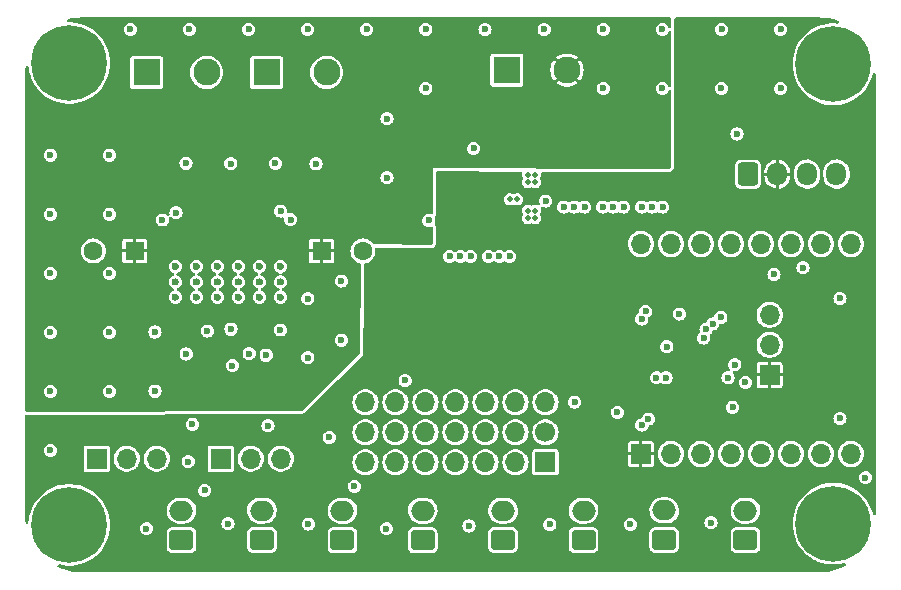
<source format=gbr>
G04 #@! TF.GenerationSoftware,KiCad,Pcbnew,7.0.5*
G04 #@! TF.CreationDate,2024-02-12T19:58:57-06:00*
G04 #@! TF.ProjectId,ATTinyBreakOut_DFRobot_Amp,41545469-6e79-4427-9265-616b4f75745f,rev?*
G04 #@! TF.SameCoordinates,Original*
G04 #@! TF.FileFunction,Copper,L3,Inr*
G04 #@! TF.FilePolarity,Positive*
%FSLAX46Y46*%
G04 Gerber Fmt 4.6, Leading zero omitted, Abs format (unit mm)*
G04 Created by KiCad (PCBNEW 7.0.5) date 2024-02-12 19:58:57*
%MOMM*%
%LPD*%
G01*
G04 APERTURE LIST*
G04 Aperture macros list*
%AMRoundRect*
0 Rectangle with rounded corners*
0 $1 Rounding radius*
0 $2 $3 $4 $5 $6 $7 $8 $9 X,Y pos of 4 corners*
0 Add a 4 corners polygon primitive as box body*
4,1,4,$2,$3,$4,$5,$6,$7,$8,$9,$2,$3,0*
0 Add four circle primitives for the rounded corners*
1,1,$1+$1,$2,$3*
1,1,$1+$1,$4,$5*
1,1,$1+$1,$6,$7*
1,1,$1+$1,$8,$9*
0 Add four rect primitives between the rounded corners*
20,1,$1+$1,$2,$3,$4,$5,0*
20,1,$1+$1,$4,$5,$6,$7,0*
20,1,$1+$1,$6,$7,$8,$9,0*
20,1,$1+$1,$8,$9,$2,$3,0*%
G04 Aperture macros list end*
G04 #@! TA.AperFunction,ComponentPad*
%ADD10R,2.286000X2.286000*%
G04 #@! TD*
G04 #@! TA.AperFunction,ComponentPad*
%ADD11C,2.286000*%
G04 #@! TD*
G04 #@! TA.AperFunction,ComponentPad*
%ADD12RoundRect,0.250000X0.750000X-0.600000X0.750000X0.600000X-0.750000X0.600000X-0.750000X-0.600000X0*%
G04 #@! TD*
G04 #@! TA.AperFunction,ComponentPad*
%ADD13O,2.000000X1.700000*%
G04 #@! TD*
G04 #@! TA.AperFunction,ComponentPad*
%ADD14R,1.700000X1.700000*%
G04 #@! TD*
G04 #@! TA.AperFunction,ComponentPad*
%ADD15O,1.700000X1.700000*%
G04 #@! TD*
G04 #@! TA.AperFunction,ComponentPad*
%ADD16C,1.700000*%
G04 #@! TD*
G04 #@! TA.AperFunction,ComponentPad*
%ADD17C,6.400000*%
G04 #@! TD*
G04 #@! TA.AperFunction,ComponentPad*
%ADD18RoundRect,0.250000X-0.600000X-0.725000X0.600000X-0.725000X0.600000X0.725000X-0.600000X0.725000X0*%
G04 #@! TD*
G04 #@! TA.AperFunction,ComponentPad*
%ADD19O,1.700000X1.950000*%
G04 #@! TD*
G04 #@! TA.AperFunction,ComponentPad*
%ADD20R,1.600000X1.600000*%
G04 #@! TD*
G04 #@! TA.AperFunction,ComponentPad*
%ADD21C,1.600000*%
G04 #@! TD*
G04 #@! TA.AperFunction,ComponentPad*
%ADD22C,0.600000*%
G04 #@! TD*
G04 #@! TA.AperFunction,ViaPad*
%ADD23C,0.600000*%
G04 #@! TD*
G04 #@! TA.AperFunction,ViaPad*
%ADD24C,0.500000*%
G04 #@! TD*
G04 APERTURE END LIST*
D10*
X149260000Y-73300000D03*
D11*
X154340000Y-73300000D03*
D12*
X169450000Y-113090000D03*
D13*
X169450000Y-110590000D03*
D10*
X118760000Y-73500000D03*
D11*
X123840000Y-73500000D03*
D14*
X171500000Y-99100000D03*
D15*
X171500000Y-96560000D03*
X171500000Y-94020000D03*
D16*
X152520000Y-103970000D03*
D15*
X152520000Y-101430000D03*
X149980000Y-103970000D03*
X149980000Y-101430000D03*
X147440000Y-103970000D03*
X147440000Y-101430000D03*
X144900000Y-103970000D03*
X144900000Y-101430000D03*
X142360000Y-103970000D03*
X142360000Y-101430000D03*
X139820000Y-103970000D03*
X139820000Y-101430000D03*
X137280000Y-103970000D03*
X137280000Y-101430000D03*
D12*
X121700000Y-113090000D03*
D13*
X121700000Y-110590000D03*
D14*
X160600000Y-105800000D03*
D15*
X160600000Y-88020000D03*
X163140000Y-105800000D03*
X163140000Y-88020000D03*
X165680000Y-105800000D03*
X165680000Y-88020000D03*
X168220000Y-105800000D03*
X168220000Y-88020000D03*
X170760000Y-105800000D03*
X170760000Y-88020000D03*
X173300000Y-105800000D03*
X173300000Y-88020000D03*
X175840000Y-105800000D03*
X175840000Y-88020000D03*
X178380000Y-105800000D03*
X178380000Y-88020000D03*
D12*
X162580000Y-113080000D03*
D13*
X162580000Y-110580000D03*
D12*
X142130000Y-113100000D03*
D13*
X142130000Y-110600000D03*
D17*
X176900000Y-111700000D03*
D12*
X148935000Y-113090000D03*
D13*
X148935000Y-110590000D03*
D18*
X169660000Y-82100000D03*
D19*
X172160000Y-82100000D03*
X174660000Y-82100000D03*
X177160000Y-82100000D03*
D20*
X117750000Y-88610000D03*
D21*
X114250000Y-88610000D03*
D12*
X135330000Y-113100000D03*
D13*
X135330000Y-110600000D03*
D14*
X114520000Y-106200000D03*
D15*
X117060000Y-106200000D03*
X119600000Y-106200000D03*
D14*
X152520000Y-106510000D03*
D15*
X149980000Y-106510000D03*
X147440000Y-106510000D03*
X144900000Y-106510000D03*
X142360000Y-106510000D03*
X139820000Y-106510000D03*
X137280000Y-106510000D03*
D12*
X155750000Y-113090000D03*
D13*
X155750000Y-110590000D03*
D10*
X128920000Y-73500000D03*
D11*
X134000000Y-73500000D03*
D14*
X125020000Y-106200000D03*
D15*
X127560000Y-106200000D03*
X130100000Y-106200000D03*
D17*
X112200000Y-72700000D03*
D22*
X121185600Y-92523200D03*
X122965600Y-92523200D03*
X124745600Y-92523200D03*
X126525600Y-92523200D03*
X128305600Y-92523200D03*
X130085600Y-92523200D03*
X121185600Y-91223200D03*
X122965600Y-91223200D03*
X124745600Y-91223200D03*
X126525600Y-91223200D03*
X128305600Y-91223200D03*
X130085600Y-91223200D03*
X121185600Y-89923200D03*
X122965600Y-89923200D03*
X124745600Y-89923200D03*
X126525600Y-89923200D03*
X128305600Y-89923200D03*
X130085600Y-89923200D03*
D20*
X133570000Y-88610000D03*
D21*
X137070000Y-88610000D03*
D12*
X128510000Y-113090000D03*
D13*
X128510000Y-110590000D03*
D17*
X176900000Y-72800000D03*
X112200000Y-111800000D03*
D23*
X177030000Y-77950000D03*
X145230000Y-94550000D03*
X173900000Y-78050000D03*
X167470000Y-77970000D03*
X144350000Y-94540000D03*
X154590000Y-94910000D03*
X147680000Y-94590000D03*
X148650000Y-94590000D03*
X155450000Y-94890000D03*
X153610000Y-94900000D03*
X152510000Y-94870000D03*
X164891027Y-98408225D03*
X149610000Y-94620000D03*
X146170000Y-94610000D03*
X177450000Y-92620000D03*
X135250000Y-91160000D03*
X154071000Y-84883000D03*
X134210000Y-104390000D03*
X132400000Y-92650000D03*
X162800000Y-96700000D03*
X167430000Y-69850000D03*
X110600000Y-80500000D03*
X137390000Y-69850000D03*
X139050000Y-112120000D03*
X146197000Y-89074000D03*
X144419000Y-89074000D03*
X110600000Y-90500000D03*
X147721000Y-89074000D03*
X115600000Y-95500000D03*
X162410000Y-74850000D03*
X119460000Y-95480000D03*
X160675000Y-84883000D03*
X168740000Y-78710000D03*
X115600000Y-80500000D03*
X177450000Y-102780000D03*
X119460000Y-100480000D03*
X159151000Y-84883000D03*
X122370000Y-69850000D03*
X146451000Y-79930000D03*
X157410000Y-74850000D03*
X125640000Y-111700000D03*
X123900000Y-95380000D03*
X162410000Y-69850000D03*
D24*
X149499000Y-84248000D03*
D23*
X146050000Y-111890000D03*
X133100000Y-81230000D03*
X125880000Y-81220000D03*
X152890000Y-111770000D03*
X152410000Y-69850000D03*
X162453000Y-84883000D03*
X122080000Y-81180000D03*
X148610000Y-89074000D03*
X159720000Y-111750000D03*
X155000000Y-101400000D03*
X142390000Y-69850000D03*
X135250000Y-96160000D03*
X132400000Y-97650000D03*
X142641000Y-86026000D03*
X115600000Y-90500000D03*
X110600000Y-95500000D03*
X130110000Y-85220000D03*
X154960000Y-84883000D03*
X147410000Y-69850000D03*
X125889600Y-95231200D03*
X110600000Y-85500000D03*
X127390000Y-69850000D03*
X115600000Y-85500000D03*
X110600000Y-105500000D03*
X118730000Y-112120000D03*
X122630000Y-103280000D03*
X110600000Y-100500000D03*
X139100000Y-77410000D03*
D24*
X150134000Y-84248000D03*
D23*
X158262000Y-84883000D03*
X157373000Y-84883000D03*
X161564000Y-84883000D03*
X152547000Y-84375000D03*
X172430000Y-69850000D03*
X157410000Y-69850000D03*
X120080000Y-85980000D03*
X140640000Y-99560000D03*
X172430000Y-74850000D03*
X145308000Y-89074000D03*
X130950000Y-85970000D03*
X132450000Y-111720000D03*
X127430000Y-97300000D03*
X126010000Y-98310000D03*
X117370000Y-69850000D03*
X130080000Y-95300000D03*
X115600000Y-100500000D03*
X167410000Y-74850000D03*
X132390000Y-69850000D03*
X155849000Y-84883000D03*
X121240000Y-85370000D03*
X122270000Y-106460000D03*
X139100000Y-82410000D03*
X129020000Y-103410000D03*
X149499000Y-89074000D03*
X129650000Y-81190000D03*
X179600000Y-107800000D03*
X142390000Y-74850000D03*
X166530000Y-111610000D03*
X160610000Y-79130000D03*
X130890000Y-88160000D03*
X154800000Y-79240000D03*
X153740000Y-79230000D03*
X155860000Y-79200000D03*
X158390000Y-79180000D03*
X124500000Y-100710000D03*
X157380000Y-79170000D03*
X123750000Y-100710000D03*
X122970000Y-100700000D03*
X159300000Y-79180000D03*
X142641000Y-87550000D03*
X120120000Y-86920000D03*
X152530000Y-80410000D03*
X150000000Y-80390000D03*
X120380000Y-88130000D03*
X161510000Y-79140000D03*
X162570000Y-79170000D03*
X166670000Y-94790000D03*
X161919220Y-99339280D03*
X166109465Y-95252176D03*
X162720000Y-99348500D03*
X167980000Y-99348500D03*
X168550000Y-98230000D03*
X167370000Y-94220000D03*
X158600000Y-102280000D03*
X168370030Y-101839970D03*
X165918500Y-95974561D03*
X163860000Y-93940000D03*
X160680000Y-94370000D03*
X160680000Y-103340000D03*
X161231500Y-102831500D03*
X160991711Y-93713767D03*
X169450000Y-99730000D03*
X128870000Y-97430000D03*
X136330000Y-108540500D03*
D24*
X151023000Y-85200500D03*
X151023000Y-82787500D03*
X151023000Y-85835500D03*
X151023000Y-82152500D03*
X151658000Y-82787500D03*
X151658000Y-85835500D03*
X151658000Y-85200500D03*
X151658000Y-82152500D03*
D23*
X122100000Y-97330000D03*
X123660000Y-108870000D03*
X174330000Y-90028500D03*
X171870000Y-90580000D03*
G04 #@! TA.AperFunction,Conductor*
G36*
X121242446Y-92228539D02*
G01*
X121243047Y-92227341D01*
X121247060Y-92229349D01*
X121247066Y-92229353D01*
X121247071Y-92229355D01*
X121247073Y-92229356D01*
X121319043Y-92259167D01*
X121347530Y-92275613D01*
X121382832Y-92302701D01*
X121406091Y-92325960D01*
X121433186Y-92361271D01*
X121449631Y-92389755D01*
X121466658Y-92430860D01*
X121475172Y-92462634D01*
X121480980Y-92506752D01*
X121480980Y-92539645D01*
X121475172Y-92583760D01*
X121466659Y-92615532D01*
X121449628Y-92656648D01*
X121433182Y-92685133D01*
X121406094Y-92720435D01*
X121382835Y-92743694D01*
X121347533Y-92770782D01*
X121319049Y-92787227D01*
X121277934Y-92804258D01*
X121246161Y-92812772D01*
X121202046Y-92818580D01*
X121169154Y-92818580D01*
X121147094Y-92815676D01*
X121125037Y-92812772D01*
X121093265Y-92804259D01*
X121052151Y-92787229D01*
X121023665Y-92770782D01*
X120988362Y-92743693D01*
X120965104Y-92720435D01*
X120938018Y-92685136D01*
X120921572Y-92656651D01*
X120918817Y-92650001D01*
X120904538Y-92615530D01*
X120896025Y-92583756D01*
X120894607Y-92572987D01*
X120890218Y-92539642D01*
X120890218Y-92506754D01*
X120890945Y-92501228D01*
X120896026Y-92462634D01*
X120904539Y-92430864D01*
X120921569Y-92389751D01*
X120938012Y-92361269D01*
X120965107Y-92325959D01*
X120988354Y-92302711D01*
X121023671Y-92275611D01*
X121052149Y-92259171D01*
X121124131Y-92229354D01*
X121126275Y-92228466D01*
X121130525Y-92226616D01*
X121133803Y-92225118D01*
X121204073Y-92215005D01*
X121242446Y-92228539D01*
G37*
G04 #@! TD.AperFunction*
G04 #@! TA.AperFunction,Conductor*
G36*
X123022434Y-92228549D02*
G01*
X123023041Y-92227339D01*
X123027055Y-92229347D01*
X123027066Y-92229354D01*
X123099048Y-92259169D01*
X123127526Y-92275610D01*
X123162838Y-92302706D01*
X123186091Y-92325960D01*
X123206420Y-92352453D01*
X123213186Y-92361271D01*
X123229630Y-92389753D01*
X123246658Y-92430860D01*
X123255172Y-92462634D01*
X123260980Y-92506752D01*
X123260980Y-92539644D01*
X123255172Y-92583760D01*
X123246658Y-92615534D01*
X123229627Y-92656649D01*
X123213182Y-92685133D01*
X123186094Y-92720435D01*
X123162835Y-92743694D01*
X123127533Y-92770782D01*
X123099048Y-92787228D01*
X123057932Y-92804259D01*
X123026160Y-92812772D01*
X122994453Y-92816946D01*
X122982045Y-92818580D01*
X122949153Y-92818580D01*
X122905037Y-92812772D01*
X122873265Y-92804259D01*
X122832151Y-92787229D01*
X122803665Y-92770782D01*
X122768362Y-92743693D01*
X122745104Y-92720435D01*
X122718018Y-92685136D01*
X122701572Y-92656651D01*
X122698817Y-92650001D01*
X122684538Y-92615530D01*
X122676025Y-92583756D01*
X122674607Y-92572987D01*
X122670218Y-92539642D01*
X122670218Y-92506754D01*
X122670945Y-92501228D01*
X122676026Y-92462634D01*
X122684539Y-92430864D01*
X122701569Y-92389751D01*
X122718012Y-92361269D01*
X122745107Y-92325959D01*
X122768354Y-92302711D01*
X122803671Y-92275611D01*
X122832149Y-92259171D01*
X122904131Y-92229354D01*
X122906275Y-92228466D01*
X122910525Y-92226616D01*
X122913792Y-92225123D01*
X122984061Y-92215003D01*
X123022434Y-92228549D01*
G37*
G04 #@! TD.AperFunction*
G04 #@! TA.AperFunction,Conductor*
G36*
X124802446Y-92228539D02*
G01*
X124803047Y-92227341D01*
X124807060Y-92229349D01*
X124807066Y-92229353D01*
X124807071Y-92229355D01*
X124807073Y-92229356D01*
X124879043Y-92259167D01*
X124907530Y-92275613D01*
X124942832Y-92302701D01*
X124966091Y-92325960D01*
X124993186Y-92361271D01*
X125009631Y-92389755D01*
X125026658Y-92430860D01*
X125035172Y-92462634D01*
X125040980Y-92506752D01*
X125040980Y-92539644D01*
X125035172Y-92583760D01*
X125026658Y-92615534D01*
X125009627Y-92656649D01*
X124993182Y-92685133D01*
X124966094Y-92720435D01*
X124942835Y-92743694D01*
X124907533Y-92770782D01*
X124879049Y-92787227D01*
X124837934Y-92804258D01*
X124806161Y-92812772D01*
X124762046Y-92818580D01*
X124729154Y-92818580D01*
X124707094Y-92815676D01*
X124685037Y-92812772D01*
X124653265Y-92804259D01*
X124612151Y-92787229D01*
X124583665Y-92770782D01*
X124548362Y-92743693D01*
X124525104Y-92720435D01*
X124498018Y-92685136D01*
X124481572Y-92656651D01*
X124478817Y-92650001D01*
X124464538Y-92615530D01*
X124456025Y-92583756D01*
X124454607Y-92572987D01*
X124450218Y-92539642D01*
X124450218Y-92506754D01*
X124450945Y-92501228D01*
X124456026Y-92462634D01*
X124464539Y-92430864D01*
X124481569Y-92389751D01*
X124498012Y-92361269D01*
X124525107Y-92325959D01*
X124548354Y-92302711D01*
X124583671Y-92275611D01*
X124612149Y-92259171D01*
X124684131Y-92229354D01*
X124686275Y-92228466D01*
X124690525Y-92226616D01*
X124693803Y-92225118D01*
X124764073Y-92215005D01*
X124802446Y-92228539D01*
G37*
G04 #@! TD.AperFunction*
G04 #@! TA.AperFunction,Conductor*
G36*
X126582434Y-92228549D02*
G01*
X126583041Y-92227339D01*
X126587055Y-92229347D01*
X126587066Y-92229354D01*
X126659048Y-92259169D01*
X126687526Y-92275610D01*
X126722838Y-92302706D01*
X126746091Y-92325960D01*
X126766420Y-92352453D01*
X126773186Y-92361271D01*
X126789630Y-92389753D01*
X126806658Y-92430860D01*
X126815172Y-92462634D01*
X126820980Y-92506752D01*
X126820980Y-92539645D01*
X126815172Y-92583760D01*
X126806659Y-92615532D01*
X126789628Y-92656648D01*
X126773182Y-92685133D01*
X126746094Y-92720435D01*
X126722835Y-92743694D01*
X126687533Y-92770782D01*
X126659049Y-92787227D01*
X126617934Y-92804258D01*
X126586161Y-92812772D01*
X126542046Y-92818580D01*
X126509154Y-92818580D01*
X126487094Y-92815676D01*
X126465037Y-92812772D01*
X126433265Y-92804259D01*
X126392151Y-92787229D01*
X126363665Y-92770782D01*
X126328362Y-92743693D01*
X126305104Y-92720435D01*
X126278018Y-92685136D01*
X126261572Y-92656651D01*
X126258817Y-92650001D01*
X126244538Y-92615530D01*
X126236025Y-92583756D01*
X126234607Y-92572987D01*
X126230218Y-92539642D01*
X126230218Y-92506754D01*
X126230945Y-92501228D01*
X126236026Y-92462634D01*
X126244539Y-92430864D01*
X126261569Y-92389751D01*
X126278012Y-92361269D01*
X126305107Y-92325959D01*
X126328354Y-92302711D01*
X126363671Y-92275611D01*
X126392149Y-92259171D01*
X126464131Y-92229354D01*
X126466275Y-92228466D01*
X126470525Y-92226616D01*
X126473792Y-92225123D01*
X126544061Y-92215003D01*
X126582434Y-92228549D01*
G37*
G04 #@! TD.AperFunction*
G04 #@! TA.AperFunction,Conductor*
G36*
X128362446Y-92228539D02*
G01*
X128363047Y-92227341D01*
X128367060Y-92229349D01*
X128367066Y-92229353D01*
X128367071Y-92229355D01*
X128367073Y-92229356D01*
X128439043Y-92259167D01*
X128467530Y-92275613D01*
X128502832Y-92302701D01*
X128526091Y-92325960D01*
X128553186Y-92361271D01*
X128569631Y-92389755D01*
X128586658Y-92430860D01*
X128595172Y-92462634D01*
X128600980Y-92506752D01*
X128600980Y-92539645D01*
X128595172Y-92583760D01*
X128586659Y-92615532D01*
X128569628Y-92656648D01*
X128553182Y-92685133D01*
X128526094Y-92720435D01*
X128502835Y-92743694D01*
X128467533Y-92770782D01*
X128439049Y-92787227D01*
X128397934Y-92804258D01*
X128366161Y-92812772D01*
X128322046Y-92818580D01*
X128289154Y-92818580D01*
X128267094Y-92815676D01*
X128245037Y-92812772D01*
X128213265Y-92804259D01*
X128172151Y-92787229D01*
X128143665Y-92770782D01*
X128108362Y-92743693D01*
X128085104Y-92720435D01*
X128058018Y-92685136D01*
X128041572Y-92656651D01*
X128038817Y-92650001D01*
X128024538Y-92615530D01*
X128016025Y-92583756D01*
X128014607Y-92572987D01*
X128010218Y-92539642D01*
X128010218Y-92506754D01*
X128010945Y-92501228D01*
X128016026Y-92462634D01*
X128024539Y-92430864D01*
X128041569Y-92389751D01*
X128058012Y-92361269D01*
X128085107Y-92325959D01*
X128108354Y-92302711D01*
X128143671Y-92275611D01*
X128172149Y-92259171D01*
X128244131Y-92229354D01*
X128246275Y-92228466D01*
X128250525Y-92226616D01*
X128253803Y-92225118D01*
X128324073Y-92215005D01*
X128362446Y-92228539D01*
G37*
G04 #@! TD.AperFunction*
G04 #@! TA.AperFunction,Conductor*
G36*
X130142434Y-92228549D02*
G01*
X130143041Y-92227339D01*
X130147055Y-92229347D01*
X130147066Y-92229354D01*
X130219048Y-92259169D01*
X130247526Y-92275610D01*
X130282838Y-92302706D01*
X130306091Y-92325960D01*
X130326420Y-92352453D01*
X130333186Y-92361271D01*
X130349630Y-92389753D01*
X130366658Y-92430860D01*
X130375172Y-92462635D01*
X130380980Y-92506754D01*
X130380980Y-92539643D01*
X130375173Y-92583758D01*
X130366659Y-92615534D01*
X130352381Y-92650001D01*
X130349627Y-92656651D01*
X130333182Y-92685132D01*
X130306093Y-92720435D01*
X130282835Y-92743694D01*
X130247533Y-92770782D01*
X130219048Y-92787228D01*
X130177932Y-92804259D01*
X130146160Y-92812772D01*
X130114453Y-92816946D01*
X130102045Y-92818580D01*
X130069153Y-92818580D01*
X130025037Y-92812772D01*
X129993265Y-92804259D01*
X129952151Y-92787229D01*
X129923665Y-92770782D01*
X129888362Y-92743693D01*
X129865104Y-92720435D01*
X129838018Y-92685136D01*
X129821572Y-92656651D01*
X129818817Y-92650001D01*
X129804538Y-92615530D01*
X129796025Y-92583756D01*
X129794607Y-92572987D01*
X129790218Y-92539642D01*
X129790218Y-92506754D01*
X129790945Y-92501228D01*
X129796026Y-92462634D01*
X129804539Y-92430864D01*
X129821569Y-92389751D01*
X129838012Y-92361269D01*
X129865107Y-92325959D01*
X129888354Y-92302711D01*
X129923671Y-92275611D01*
X129952149Y-92259171D01*
X130024131Y-92229354D01*
X130026275Y-92228466D01*
X130030525Y-92226616D01*
X130033792Y-92225123D01*
X130104061Y-92215003D01*
X130142434Y-92228549D01*
G37*
G04 #@! TD.AperFunction*
G04 #@! TA.AperFunction,Conductor*
G36*
X123022434Y-90928549D02*
G01*
X123023041Y-90927339D01*
X123027055Y-90929347D01*
X123027066Y-90929354D01*
X123099048Y-90959169D01*
X123127526Y-90975610D01*
X123162838Y-91002706D01*
X123186091Y-91025960D01*
X123213182Y-91061266D01*
X123213186Y-91061271D01*
X123229630Y-91089753D01*
X123246658Y-91130860D01*
X123255172Y-91162634D01*
X123260980Y-91206752D01*
X123260980Y-91239644D01*
X123255172Y-91283760D01*
X123246658Y-91315534D01*
X123229627Y-91356649D01*
X123213181Y-91385133D01*
X123186092Y-91420436D01*
X123162835Y-91443693D01*
X123127533Y-91470782D01*
X123099047Y-91487229D01*
X123024935Y-91517927D01*
X123020643Y-91519795D01*
X123017388Y-91521283D01*
X122947115Y-91531392D01*
X122908743Y-91517856D01*
X122908301Y-91518740D01*
X122908290Y-91518767D01*
X122908288Y-91518766D01*
X122908144Y-91519054D01*
X122904125Y-91517041D01*
X122832151Y-91487229D01*
X122803665Y-91470782D01*
X122768362Y-91443693D01*
X122745104Y-91420435D01*
X122718018Y-91385136D01*
X122701572Y-91356651D01*
X122684539Y-91315531D01*
X122676025Y-91283756D01*
X122670218Y-91239642D01*
X122670218Y-91206754D01*
X122670850Y-91201950D01*
X122676026Y-91162634D01*
X122684539Y-91130864D01*
X122701569Y-91089751D01*
X122718012Y-91061269D01*
X122745107Y-91025959D01*
X122768354Y-91002711D01*
X122803671Y-90975611D01*
X122832149Y-90959171D01*
X122904136Y-90929352D01*
X122906275Y-90928466D01*
X122910525Y-90926616D01*
X122913792Y-90925123D01*
X122984061Y-90915003D01*
X123022434Y-90928549D01*
G37*
G04 #@! TD.AperFunction*
G04 #@! TA.AperFunction,Conductor*
G36*
X126582434Y-90928549D02*
G01*
X126583041Y-90927339D01*
X126587055Y-90929347D01*
X126587066Y-90929354D01*
X126659048Y-90959169D01*
X126687526Y-90975610D01*
X126722838Y-91002706D01*
X126746091Y-91025960D01*
X126773182Y-91061266D01*
X126773186Y-91061271D01*
X126789630Y-91089753D01*
X126806658Y-91130860D01*
X126815172Y-91162634D01*
X126820980Y-91206752D01*
X126820980Y-91239645D01*
X126815172Y-91283760D01*
X126806659Y-91315532D01*
X126789628Y-91356648D01*
X126773181Y-91385133D01*
X126746092Y-91420436D01*
X126722835Y-91443693D01*
X126687533Y-91470782D01*
X126659047Y-91487229D01*
X126584935Y-91517927D01*
X126580643Y-91519795D01*
X126577388Y-91521283D01*
X126507115Y-91531392D01*
X126468743Y-91517856D01*
X126468301Y-91518740D01*
X126468290Y-91518767D01*
X126468288Y-91518766D01*
X126468144Y-91519054D01*
X126464125Y-91517041D01*
X126392151Y-91487229D01*
X126363665Y-91470782D01*
X126328362Y-91443693D01*
X126305104Y-91420435D01*
X126278018Y-91385136D01*
X126261572Y-91356651D01*
X126244539Y-91315531D01*
X126236025Y-91283756D01*
X126230218Y-91239642D01*
X126230218Y-91206754D01*
X126230850Y-91201950D01*
X126236026Y-91162634D01*
X126244539Y-91130864D01*
X126261569Y-91089751D01*
X126278012Y-91061269D01*
X126305107Y-91025959D01*
X126328354Y-91002711D01*
X126363671Y-90975611D01*
X126392149Y-90959171D01*
X126464136Y-90929352D01*
X126466275Y-90928466D01*
X126470525Y-90926616D01*
X126473792Y-90925123D01*
X126544061Y-90915003D01*
X126582434Y-90928549D01*
G37*
G04 #@! TD.AperFunction*
G04 #@! TA.AperFunction,Conductor*
G36*
X130142434Y-90928549D02*
G01*
X130143041Y-90927339D01*
X130147055Y-90929347D01*
X130147066Y-90929354D01*
X130219048Y-90959169D01*
X130247526Y-90975610D01*
X130282838Y-91002706D01*
X130306091Y-91025960D01*
X130333182Y-91061266D01*
X130333186Y-91061271D01*
X130349630Y-91089754D01*
X130366657Y-91130860D01*
X130375171Y-91162629D01*
X130379285Y-91193874D01*
X130380981Y-91206756D01*
X130380980Y-91239644D01*
X130375172Y-91283760D01*
X130366658Y-91315534D01*
X130349627Y-91356649D01*
X130333181Y-91385133D01*
X130306092Y-91420436D01*
X130282835Y-91443693D01*
X130247533Y-91470782D01*
X130219047Y-91487229D01*
X130144935Y-91517927D01*
X130140643Y-91519795D01*
X130137388Y-91521283D01*
X130067115Y-91531392D01*
X130028743Y-91517856D01*
X130028301Y-91518740D01*
X130028290Y-91518767D01*
X130028288Y-91518766D01*
X130028144Y-91519054D01*
X130024125Y-91517041D01*
X129952151Y-91487229D01*
X129923665Y-91470782D01*
X129888362Y-91443693D01*
X129865104Y-91420435D01*
X129838018Y-91385136D01*
X129821572Y-91356651D01*
X129804539Y-91315531D01*
X129796025Y-91283756D01*
X129790218Y-91239642D01*
X129790218Y-91206754D01*
X129790850Y-91201950D01*
X129796026Y-91162634D01*
X129804539Y-91130864D01*
X129821569Y-91089751D01*
X129838012Y-91061269D01*
X129865107Y-91025959D01*
X129888354Y-91002711D01*
X129923671Y-90975611D01*
X129952149Y-90959171D01*
X130024136Y-90929352D01*
X130026275Y-90928466D01*
X130030525Y-90926616D01*
X130033792Y-90925123D01*
X130104061Y-90915003D01*
X130142434Y-90928549D01*
G37*
G04 #@! TD.AperFunction*
G04 #@! TA.AperFunction,Conductor*
G36*
X121242434Y-90928549D02*
G01*
X121243041Y-90927339D01*
X121247055Y-90929347D01*
X121247066Y-90929354D01*
X121319048Y-90959169D01*
X121347526Y-90975610D01*
X121382838Y-91002706D01*
X121406091Y-91025960D01*
X121433182Y-91061266D01*
X121433186Y-91061271D01*
X121449630Y-91089753D01*
X121466658Y-91130860D01*
X121475172Y-91162634D01*
X121480980Y-91206752D01*
X121480980Y-91239645D01*
X121475172Y-91283760D01*
X121466659Y-91315532D01*
X121449628Y-91356648D01*
X121433182Y-91385132D01*
X121406092Y-91420437D01*
X121382833Y-91443696D01*
X121347534Y-91470782D01*
X121319048Y-91487229D01*
X121244876Y-91517951D01*
X121240674Y-91519780D01*
X121237381Y-91521285D01*
X121167107Y-91531390D01*
X121128738Y-91517867D01*
X121128301Y-91518740D01*
X121128290Y-91518767D01*
X121128288Y-91518766D01*
X121128144Y-91519054D01*
X121124125Y-91517041D01*
X121052151Y-91487229D01*
X121023665Y-91470782D01*
X120988362Y-91443693D01*
X120965104Y-91420435D01*
X120938018Y-91385136D01*
X120921572Y-91356651D01*
X120904539Y-91315531D01*
X120896025Y-91283756D01*
X120890218Y-91239642D01*
X120890218Y-91206754D01*
X120890850Y-91201950D01*
X120896026Y-91162634D01*
X120904539Y-91130864D01*
X120921569Y-91089751D01*
X120938012Y-91061269D01*
X120965107Y-91025959D01*
X120988354Y-91002711D01*
X121023671Y-90975611D01*
X121052149Y-90959171D01*
X121124136Y-90929352D01*
X121126275Y-90928466D01*
X121130525Y-90926616D01*
X121133792Y-90925123D01*
X121204061Y-90915003D01*
X121242434Y-90928549D01*
G37*
G04 #@! TD.AperFunction*
G04 #@! TA.AperFunction,Conductor*
G36*
X124802434Y-90928549D02*
G01*
X124803041Y-90927339D01*
X124807055Y-90929347D01*
X124807066Y-90929354D01*
X124879048Y-90959169D01*
X124907526Y-90975610D01*
X124942838Y-91002706D01*
X124966091Y-91025960D01*
X124993182Y-91061266D01*
X124993186Y-91061271D01*
X125009630Y-91089753D01*
X125026658Y-91130860D01*
X125035172Y-91162634D01*
X125040980Y-91206752D01*
X125040980Y-91239645D01*
X125035172Y-91283760D01*
X125026659Y-91315532D01*
X125009628Y-91356648D01*
X124993182Y-91385132D01*
X124966092Y-91420437D01*
X124942833Y-91443696D01*
X124907534Y-91470782D01*
X124879048Y-91487229D01*
X124804876Y-91517951D01*
X124800674Y-91519780D01*
X124797381Y-91521285D01*
X124727107Y-91531390D01*
X124688738Y-91517867D01*
X124688301Y-91518740D01*
X124688290Y-91518767D01*
X124688288Y-91518766D01*
X124688144Y-91519054D01*
X124684125Y-91517041D01*
X124612151Y-91487229D01*
X124583665Y-91470782D01*
X124548362Y-91443693D01*
X124525104Y-91420435D01*
X124498018Y-91385136D01*
X124481572Y-91356651D01*
X124464539Y-91315531D01*
X124456025Y-91283756D01*
X124450218Y-91239642D01*
X124450218Y-91206754D01*
X124450850Y-91201950D01*
X124456026Y-91162634D01*
X124464539Y-91130864D01*
X124481569Y-91089751D01*
X124498012Y-91061269D01*
X124525107Y-91025959D01*
X124548354Y-91002711D01*
X124583671Y-90975611D01*
X124612149Y-90959171D01*
X124684136Y-90929352D01*
X124686275Y-90928466D01*
X124690525Y-90926616D01*
X124693792Y-90925123D01*
X124764061Y-90915003D01*
X124802434Y-90928549D01*
G37*
G04 #@! TD.AperFunction*
G04 #@! TA.AperFunction,Conductor*
G36*
X128362434Y-90928549D02*
G01*
X128363041Y-90927339D01*
X128367055Y-90929347D01*
X128367066Y-90929354D01*
X128439048Y-90959169D01*
X128467526Y-90975610D01*
X128502838Y-91002706D01*
X128526091Y-91025960D01*
X128553182Y-91061266D01*
X128553186Y-91061271D01*
X128569630Y-91089753D01*
X128586658Y-91130860D01*
X128595172Y-91162634D01*
X128600980Y-91206752D01*
X128600980Y-91239645D01*
X128595172Y-91283760D01*
X128586659Y-91315532D01*
X128569628Y-91356648D01*
X128553182Y-91385132D01*
X128526092Y-91420437D01*
X128502833Y-91443696D01*
X128467534Y-91470782D01*
X128439048Y-91487229D01*
X128364876Y-91517951D01*
X128360674Y-91519780D01*
X128357381Y-91521285D01*
X128287107Y-91531390D01*
X128248738Y-91517867D01*
X128248301Y-91518740D01*
X128248290Y-91518767D01*
X128248288Y-91518766D01*
X128248144Y-91519054D01*
X128244125Y-91517041D01*
X128172151Y-91487229D01*
X128143665Y-91470782D01*
X128108362Y-91443693D01*
X128085104Y-91420435D01*
X128058018Y-91385136D01*
X128041572Y-91356651D01*
X128024539Y-91315531D01*
X128016025Y-91283756D01*
X128010218Y-91239642D01*
X128010218Y-91206754D01*
X128010850Y-91201950D01*
X128016026Y-91162634D01*
X128024539Y-91130864D01*
X128041569Y-91089751D01*
X128058012Y-91061269D01*
X128085107Y-91025959D01*
X128108354Y-91002711D01*
X128143671Y-90975611D01*
X128172149Y-90959171D01*
X128244136Y-90929352D01*
X128246275Y-90928466D01*
X128250525Y-90926616D01*
X128253792Y-90925123D01*
X128324061Y-90915003D01*
X128362434Y-90928549D01*
G37*
G04 #@! TD.AperFunction*
G04 #@! TA.AperFunction,Conductor*
G36*
X121221556Y-89630386D02*
G01*
X121246159Y-89633625D01*
X121277928Y-89642137D01*
X121319047Y-89659169D01*
X121347530Y-89675614D01*
X121382834Y-89702703D01*
X121406091Y-89725960D01*
X121433182Y-89761266D01*
X121433186Y-89761271D01*
X121449630Y-89789753D01*
X121466658Y-89830860D01*
X121475172Y-89862634D01*
X121480980Y-89906752D01*
X121480980Y-89939644D01*
X121475172Y-89983760D01*
X121466658Y-90015534D01*
X121449627Y-90056649D01*
X121433181Y-90085133D01*
X121406092Y-90120436D01*
X121382835Y-90143693D01*
X121347533Y-90170782D01*
X121319047Y-90187229D01*
X121244935Y-90217927D01*
X121240643Y-90219795D01*
X121237388Y-90221283D01*
X121167115Y-90231392D01*
X121128743Y-90217856D01*
X121128301Y-90218740D01*
X121128290Y-90218767D01*
X121128288Y-90218766D01*
X121128144Y-90219054D01*
X121124125Y-90217041D01*
X121052151Y-90187229D01*
X121023665Y-90170782D01*
X120988362Y-90143693D01*
X120965104Y-90120435D01*
X120938018Y-90085136D01*
X120921572Y-90056651D01*
X120904539Y-90015531D01*
X120896025Y-89983756D01*
X120890218Y-89939642D01*
X120890218Y-89906754D01*
X120890850Y-89901950D01*
X120896026Y-89862634D01*
X120904539Y-89830864D01*
X120921569Y-89789751D01*
X120938012Y-89761269D01*
X120965107Y-89725959D01*
X120988354Y-89702711D01*
X121023675Y-89675608D01*
X121052142Y-89659173D01*
X121093272Y-89642135D01*
X121125033Y-89633626D01*
X121159120Y-89629138D01*
X121169155Y-89627818D01*
X121202042Y-89627818D01*
X121221556Y-89630386D01*
G37*
G04 #@! TD.AperFunction*
G04 #@! TA.AperFunction,Conductor*
G36*
X123001556Y-89630386D02*
G01*
X123026159Y-89633625D01*
X123057928Y-89642137D01*
X123099047Y-89659169D01*
X123127530Y-89675614D01*
X123162834Y-89702703D01*
X123186091Y-89725960D01*
X123213182Y-89761266D01*
X123213186Y-89761271D01*
X123229630Y-89789753D01*
X123246658Y-89830860D01*
X123255172Y-89862634D01*
X123260980Y-89906752D01*
X123260980Y-89939644D01*
X123255172Y-89983760D01*
X123246658Y-90015534D01*
X123229627Y-90056649D01*
X123213181Y-90085133D01*
X123186092Y-90120436D01*
X123162835Y-90143693D01*
X123127533Y-90170782D01*
X123099047Y-90187229D01*
X123024935Y-90217927D01*
X123020643Y-90219795D01*
X123017388Y-90221283D01*
X122947115Y-90231392D01*
X122908743Y-90217856D01*
X122908301Y-90218740D01*
X122908290Y-90218767D01*
X122908288Y-90218766D01*
X122908144Y-90219054D01*
X122904125Y-90217041D01*
X122832151Y-90187229D01*
X122803665Y-90170782D01*
X122768362Y-90143693D01*
X122745104Y-90120435D01*
X122718018Y-90085136D01*
X122701572Y-90056651D01*
X122684539Y-90015531D01*
X122676025Y-89983756D01*
X122670218Y-89939642D01*
X122670218Y-89906754D01*
X122670850Y-89901950D01*
X122676026Y-89862634D01*
X122684539Y-89830864D01*
X122701569Y-89789751D01*
X122718012Y-89761269D01*
X122745107Y-89725959D01*
X122768354Y-89702711D01*
X122803675Y-89675608D01*
X122832142Y-89659173D01*
X122873272Y-89642135D01*
X122905033Y-89633626D01*
X122939120Y-89629138D01*
X122949155Y-89627818D01*
X122982042Y-89627818D01*
X123001556Y-89630386D01*
G37*
G04 #@! TD.AperFunction*
G04 #@! TA.AperFunction,Conductor*
G36*
X124781556Y-89630386D02*
G01*
X124806159Y-89633625D01*
X124837928Y-89642137D01*
X124879047Y-89659169D01*
X124907530Y-89675614D01*
X124942834Y-89702703D01*
X124966091Y-89725960D01*
X124993182Y-89761266D01*
X124993186Y-89761271D01*
X125009630Y-89789753D01*
X125026658Y-89830860D01*
X125035172Y-89862634D01*
X125040980Y-89906752D01*
X125040980Y-89939644D01*
X125035172Y-89983760D01*
X125026658Y-90015534D01*
X125009627Y-90056649D01*
X124993181Y-90085133D01*
X124966092Y-90120436D01*
X124942835Y-90143693D01*
X124907533Y-90170782D01*
X124879047Y-90187229D01*
X124804935Y-90217927D01*
X124800643Y-90219795D01*
X124797388Y-90221283D01*
X124727115Y-90231392D01*
X124688743Y-90217856D01*
X124688301Y-90218740D01*
X124688290Y-90218767D01*
X124688288Y-90218766D01*
X124688144Y-90219054D01*
X124684125Y-90217041D01*
X124612151Y-90187229D01*
X124583665Y-90170782D01*
X124548362Y-90143693D01*
X124525104Y-90120435D01*
X124498018Y-90085136D01*
X124481572Y-90056651D01*
X124464539Y-90015531D01*
X124456025Y-89983756D01*
X124450218Y-89939642D01*
X124450218Y-89906754D01*
X124450850Y-89901950D01*
X124456026Y-89862634D01*
X124464539Y-89830864D01*
X124481569Y-89789751D01*
X124498012Y-89761269D01*
X124525107Y-89725959D01*
X124548354Y-89702711D01*
X124583675Y-89675608D01*
X124612142Y-89659173D01*
X124653272Y-89642135D01*
X124685033Y-89633626D01*
X124719120Y-89629138D01*
X124729155Y-89627818D01*
X124762042Y-89627818D01*
X124781556Y-89630386D01*
G37*
G04 #@! TD.AperFunction*
G04 #@! TA.AperFunction,Conductor*
G36*
X126561556Y-89630386D02*
G01*
X126586159Y-89633625D01*
X126617928Y-89642137D01*
X126659047Y-89659169D01*
X126687530Y-89675614D01*
X126722834Y-89702703D01*
X126746091Y-89725960D01*
X126773182Y-89761266D01*
X126773186Y-89761271D01*
X126789630Y-89789753D01*
X126806658Y-89830860D01*
X126815172Y-89862634D01*
X126820980Y-89906752D01*
X126820980Y-89939644D01*
X126815172Y-89983760D01*
X126806658Y-90015534D01*
X126789627Y-90056649D01*
X126773181Y-90085133D01*
X126746092Y-90120436D01*
X126722835Y-90143693D01*
X126687533Y-90170782D01*
X126659047Y-90187229D01*
X126584935Y-90217927D01*
X126580643Y-90219795D01*
X126577388Y-90221283D01*
X126507115Y-90231392D01*
X126468743Y-90217856D01*
X126468301Y-90218740D01*
X126468290Y-90218767D01*
X126468288Y-90218766D01*
X126468144Y-90219054D01*
X126464125Y-90217041D01*
X126392151Y-90187229D01*
X126363665Y-90170782D01*
X126328362Y-90143693D01*
X126305104Y-90120435D01*
X126278018Y-90085136D01*
X126261572Y-90056651D01*
X126244539Y-90015531D01*
X126236025Y-89983756D01*
X126230218Y-89939642D01*
X126230218Y-89906754D01*
X126230850Y-89901950D01*
X126236026Y-89862634D01*
X126244539Y-89830864D01*
X126261569Y-89789751D01*
X126278012Y-89761269D01*
X126305107Y-89725959D01*
X126328354Y-89702711D01*
X126363675Y-89675608D01*
X126392142Y-89659173D01*
X126433272Y-89642135D01*
X126465033Y-89633626D01*
X126499120Y-89629138D01*
X126509155Y-89627818D01*
X126542042Y-89627818D01*
X126561556Y-89630386D01*
G37*
G04 #@! TD.AperFunction*
G04 #@! TA.AperFunction,Conductor*
G36*
X128341556Y-89630386D02*
G01*
X128366159Y-89633625D01*
X128397928Y-89642137D01*
X128439047Y-89659169D01*
X128467530Y-89675614D01*
X128502834Y-89702703D01*
X128526091Y-89725960D01*
X128553182Y-89761266D01*
X128553186Y-89761271D01*
X128569630Y-89789753D01*
X128586658Y-89830860D01*
X128595172Y-89862634D01*
X128600980Y-89906752D01*
X128600980Y-89939644D01*
X128595172Y-89983760D01*
X128586658Y-90015534D01*
X128569627Y-90056649D01*
X128553181Y-90085133D01*
X128526092Y-90120436D01*
X128502835Y-90143693D01*
X128467533Y-90170782D01*
X128439047Y-90187229D01*
X128364935Y-90217927D01*
X128360643Y-90219795D01*
X128357388Y-90221283D01*
X128287115Y-90231392D01*
X128248743Y-90217856D01*
X128248301Y-90218740D01*
X128248290Y-90218767D01*
X128248288Y-90218766D01*
X128248144Y-90219054D01*
X128244125Y-90217041D01*
X128172151Y-90187229D01*
X128143665Y-90170782D01*
X128108362Y-90143693D01*
X128085104Y-90120435D01*
X128058018Y-90085136D01*
X128041572Y-90056651D01*
X128024539Y-90015531D01*
X128016025Y-89983756D01*
X128010218Y-89939642D01*
X128010218Y-89906754D01*
X128010850Y-89901950D01*
X128016026Y-89862634D01*
X128024539Y-89830864D01*
X128041569Y-89789751D01*
X128058012Y-89761269D01*
X128085107Y-89725959D01*
X128108354Y-89702711D01*
X128143675Y-89675608D01*
X128172142Y-89659173D01*
X128213272Y-89642135D01*
X128245033Y-89633626D01*
X128279120Y-89629138D01*
X128289155Y-89627818D01*
X128322042Y-89627818D01*
X128341556Y-89630386D01*
G37*
G04 #@! TD.AperFunction*
G04 #@! TA.AperFunction,Conductor*
G36*
X130121556Y-89630386D02*
G01*
X130146159Y-89633625D01*
X130177928Y-89642137D01*
X130219047Y-89659169D01*
X130247530Y-89675614D01*
X130282834Y-89702703D01*
X130306091Y-89725960D01*
X130333182Y-89761266D01*
X130333186Y-89761271D01*
X130349630Y-89789753D01*
X130366658Y-89830860D01*
X130375172Y-89862635D01*
X130380980Y-89906754D01*
X130380980Y-89939646D01*
X130375172Y-89983761D01*
X130366658Y-90015534D01*
X130349627Y-90056649D01*
X130333181Y-90085133D01*
X130306092Y-90120436D01*
X130282835Y-90143693D01*
X130247533Y-90170782D01*
X130219047Y-90187229D01*
X130144935Y-90217927D01*
X130140643Y-90219795D01*
X130137388Y-90221283D01*
X130067115Y-90231392D01*
X130028743Y-90217856D01*
X130028301Y-90218740D01*
X130028290Y-90218767D01*
X130028288Y-90218766D01*
X130028144Y-90219054D01*
X130024125Y-90217041D01*
X129952151Y-90187229D01*
X129923665Y-90170782D01*
X129888362Y-90143693D01*
X129865104Y-90120435D01*
X129838018Y-90085136D01*
X129821572Y-90056651D01*
X129804539Y-90015531D01*
X129796025Y-89983756D01*
X129790218Y-89939642D01*
X129790218Y-89906754D01*
X129790850Y-89901950D01*
X129796026Y-89862634D01*
X129804539Y-89830864D01*
X129821569Y-89789751D01*
X129838012Y-89761269D01*
X129865107Y-89725959D01*
X129888354Y-89702711D01*
X129923675Y-89675608D01*
X129952142Y-89659173D01*
X129993272Y-89642135D01*
X130025033Y-89633626D01*
X130059120Y-89629138D01*
X130069155Y-89627818D01*
X130102042Y-89627818D01*
X130121556Y-89630386D01*
G37*
G04 #@! TD.AperFunction*
G04 #@! TA.AperFunction,Conductor*
G36*
X175675372Y-68838559D02*
G01*
X175933003Y-68849808D01*
X176091821Y-68856742D01*
X176097294Y-68857220D01*
X176509215Y-68911451D01*
X176514624Y-68912405D01*
X176920250Y-69002330D01*
X176925547Y-69003750D01*
X177279604Y-69115383D01*
X177338557Y-69154943D01*
X177366764Y-69220096D01*
X177355268Y-69290156D01*
X177307720Y-69342879D01*
X177239216Y-69361526D01*
X177228092Y-69360812D01*
X177087305Y-69345500D01*
X177087298Y-69345500D01*
X176712702Y-69345500D01*
X176712694Y-69345500D01*
X176340314Y-69385999D01*
X176340285Y-69386004D01*
X175974473Y-69466525D01*
X175974456Y-69466530D01*
X175619480Y-69586135D01*
X175619468Y-69586140D01*
X175279511Y-69743422D01*
X175279504Y-69743426D01*
X174958533Y-69936548D01*
X174958527Y-69936552D01*
X174660319Y-70163243D01*
X174660304Y-70163256D01*
X174388364Y-70420852D01*
X174145859Y-70706352D01*
X174145856Y-70706355D01*
X174145857Y-70706355D01*
X173935639Y-71016403D01*
X173935636Y-71016408D01*
X173935635Y-71016410D01*
X173760175Y-71347365D01*
X173760171Y-71347374D01*
X173621524Y-71695352D01*
X173521307Y-72056298D01*
X173460706Y-72425953D01*
X173440426Y-72799996D01*
X173440426Y-72800003D01*
X173460706Y-73174046D01*
X173521307Y-73543701D01*
X173556749Y-73671350D01*
X173621524Y-73904647D01*
X173760176Y-74252637D01*
X173935639Y-74583597D01*
X174145857Y-74893645D01*
X174145859Y-74893647D01*
X174388364Y-75179147D01*
X174660304Y-75436743D01*
X174660319Y-75436756D01*
X174958532Y-75663451D01*
X175279506Y-75856575D01*
X175402615Y-75913531D01*
X175619468Y-76013859D01*
X175619480Y-76013864D01*
X175974466Y-76133473D01*
X176340303Y-76213999D01*
X176712702Y-76254500D01*
X176712710Y-76254500D01*
X177087290Y-76254500D01*
X177087298Y-76254500D01*
X177459697Y-76213999D01*
X177825534Y-76133473D01*
X178180520Y-76013864D01*
X178520494Y-75856575D01*
X178841468Y-75663451D01*
X179139681Y-75436756D01*
X179247790Y-75334350D01*
X179411635Y-75179147D01*
X179480912Y-75097588D01*
X179654143Y-74893645D01*
X179864361Y-74583597D01*
X180039824Y-74252637D01*
X180178476Y-73904647D01*
X180252093Y-73639501D01*
X180289590Y-73579216D01*
X180353728Y-73548772D01*
X180424144Y-73557837D01*
X180478480Y-73603532D01*
X180499486Y-73671350D01*
X180499500Y-73673211D01*
X180499500Y-110826788D01*
X180479498Y-110894909D01*
X180425842Y-110941402D01*
X180355568Y-110951506D01*
X180290988Y-110922012D01*
X180252604Y-110862286D01*
X180252093Y-110860497D01*
X180223608Y-110757904D01*
X180178476Y-110595353D01*
X180039824Y-110247363D01*
X179864361Y-109916403D01*
X179654143Y-109606355D01*
X179559982Y-109495500D01*
X179411635Y-109320852D01*
X179139695Y-109063256D01*
X179139680Y-109063243D01*
X178841472Y-108836552D01*
X178841466Y-108836548D01*
X178814201Y-108820143D01*
X178520494Y-108643425D01*
X178520488Y-108643422D01*
X178180531Y-108486140D01*
X178180519Y-108486135D01*
X177825543Y-108366530D01*
X177825542Y-108366529D01*
X177825534Y-108366527D01*
X177825529Y-108366525D01*
X177825526Y-108366525D01*
X177459714Y-108286004D01*
X177459685Y-108285999D01*
X177087305Y-108245500D01*
X177087298Y-108245500D01*
X176712702Y-108245500D01*
X176712694Y-108245500D01*
X176340314Y-108285999D01*
X176340285Y-108286004D01*
X175974473Y-108366525D01*
X175974456Y-108366530D01*
X175619480Y-108486135D01*
X175619468Y-108486140D01*
X175279511Y-108643422D01*
X175279504Y-108643426D01*
X174958533Y-108836548D01*
X174958527Y-108836552D01*
X174660319Y-109063243D01*
X174660304Y-109063256D01*
X174388364Y-109320852D01*
X174145859Y-109606352D01*
X174145856Y-109606355D01*
X174145857Y-109606355D01*
X173935639Y-109916403D01*
X173935636Y-109916408D01*
X173935635Y-109916410D01*
X173760175Y-110247365D01*
X173760171Y-110247374D01*
X173621524Y-110595352D01*
X173521307Y-110956298D01*
X173460706Y-111325953D01*
X173440426Y-111699996D01*
X173440426Y-111700003D01*
X173460706Y-112074046D01*
X173521307Y-112443701D01*
X173621524Y-112804647D01*
X173715111Y-113039534D01*
X173760176Y-113152637D01*
X173935639Y-113483597D01*
X174145857Y-113793645D01*
X174145859Y-113793647D01*
X174388364Y-114079147D01*
X174660304Y-114336743D01*
X174660319Y-114336756D01*
X174958532Y-114563451D01*
X175279506Y-114756575D01*
X175320628Y-114775600D01*
X175619468Y-114913859D01*
X175619480Y-114913864D01*
X175974466Y-115033473D01*
X176340303Y-115113999D01*
X176712702Y-115154500D01*
X176712710Y-115154500D01*
X177087290Y-115154500D01*
X177087298Y-115154500D01*
X177459697Y-115113999D01*
X177825534Y-115033473D01*
X177825560Y-115033463D01*
X177827619Y-115032893D01*
X177828134Y-115032900D01*
X177828868Y-115032739D01*
X177828906Y-115032911D01*
X177898608Y-115033935D01*
X177957765Y-115073190D01*
X177986307Y-115138197D01*
X177975173Y-115208315D01*
X177927898Y-115261283D01*
X177919513Y-115266064D01*
X177715471Y-115372264D01*
X177710487Y-115374587D01*
X177326614Y-115533559D01*
X177321447Y-115535440D01*
X176925182Y-115660347D01*
X176919870Y-115661770D01*
X176514211Y-115751666D01*
X176508795Y-115752621D01*
X176096850Y-115806817D01*
X176091372Y-115807296D01*
X175674889Y-115825439D01*
X175672142Y-115825499D01*
X175619273Y-115825495D01*
X175619205Y-115825500D01*
X113281368Y-115825998D01*
X113278619Y-115825938D01*
X112862154Y-115807755D01*
X112856679Y-115807276D01*
X112650706Y-115780158D01*
X112444737Y-115753040D01*
X112439321Y-115752085D01*
X112033682Y-115662151D01*
X112028370Y-115660727D01*
X111632107Y-115535778D01*
X111626940Y-115533897D01*
X111282830Y-115391352D01*
X111227550Y-115346802D01*
X111205131Y-115279438D01*
X111222691Y-115210647D01*
X111274654Y-115162270D01*
X111344523Y-115149666D01*
X111358133Y-115151889D01*
X111640303Y-115213999D01*
X112012702Y-115254500D01*
X112012710Y-115254500D01*
X112387290Y-115254500D01*
X112387298Y-115254500D01*
X112759697Y-115213999D01*
X113125534Y-115133473D01*
X113480520Y-115013864D01*
X113820494Y-114856575D01*
X114141468Y-114663451D01*
X114439681Y-114436756D01*
X114711635Y-114179147D01*
X114954143Y-113893645D01*
X115059506Y-113738246D01*
X120445500Y-113738246D01*
X120445502Y-113738270D01*
X120451959Y-113798339D01*
X120451959Y-113798341D01*
X120502657Y-113934266D01*
X120502658Y-113934267D01*
X120589596Y-114050404D01*
X120705733Y-114137342D01*
X120841658Y-114188040D01*
X120901745Y-114194500D01*
X122498254Y-114194499D01*
X122558342Y-114188040D01*
X122694267Y-114137342D01*
X122810404Y-114050404D01*
X122897342Y-113934267D01*
X122948040Y-113798342D01*
X122954500Y-113738255D01*
X122954500Y-113738246D01*
X127255500Y-113738246D01*
X127255502Y-113738270D01*
X127261959Y-113798339D01*
X127261959Y-113798341D01*
X127312657Y-113934266D01*
X127312658Y-113934267D01*
X127399596Y-114050404D01*
X127515733Y-114137342D01*
X127651658Y-114188040D01*
X127711745Y-114194500D01*
X129308254Y-114194499D01*
X129368342Y-114188040D01*
X129504267Y-114137342D01*
X129620404Y-114050404D01*
X129707342Y-113934267D01*
X129758040Y-113798342D01*
X129763426Y-113748246D01*
X134075500Y-113748246D01*
X134075502Y-113748270D01*
X134081959Y-113808339D01*
X134081959Y-113808341D01*
X134132657Y-113944266D01*
X134132658Y-113944267D01*
X134219596Y-114060404D01*
X134335733Y-114147342D01*
X134471658Y-114198040D01*
X134531745Y-114204500D01*
X136128254Y-114204499D01*
X136188342Y-114198040D01*
X136324267Y-114147342D01*
X136440404Y-114060404D01*
X136527342Y-113944267D01*
X136578040Y-113808342D01*
X136584500Y-113748255D01*
X136584500Y-113748246D01*
X140875500Y-113748246D01*
X140875502Y-113748270D01*
X140881959Y-113808339D01*
X140881959Y-113808341D01*
X140932657Y-113944266D01*
X140932658Y-113944267D01*
X141019596Y-114060404D01*
X141135733Y-114147342D01*
X141271658Y-114198040D01*
X141331745Y-114204500D01*
X142928254Y-114204499D01*
X142988342Y-114198040D01*
X143124267Y-114147342D01*
X143240404Y-114060404D01*
X143327342Y-113944267D01*
X143378040Y-113808342D01*
X143384500Y-113748255D01*
X143384500Y-113738246D01*
X147680500Y-113738246D01*
X147680502Y-113738270D01*
X147686959Y-113798339D01*
X147686959Y-113798341D01*
X147737657Y-113934266D01*
X147737658Y-113934267D01*
X147824596Y-114050404D01*
X147940733Y-114137342D01*
X148076658Y-114188040D01*
X148136745Y-114194500D01*
X149733254Y-114194499D01*
X149793342Y-114188040D01*
X149929267Y-114137342D01*
X150045404Y-114050404D01*
X150132342Y-113934267D01*
X150183040Y-113798342D01*
X150189500Y-113738255D01*
X150189500Y-113738246D01*
X154495500Y-113738246D01*
X154495502Y-113738270D01*
X154501959Y-113798339D01*
X154501959Y-113798341D01*
X154552657Y-113934266D01*
X154552658Y-113934267D01*
X154639596Y-114050404D01*
X154755733Y-114137342D01*
X154891658Y-114188040D01*
X154951745Y-114194500D01*
X156548254Y-114194499D01*
X156608342Y-114188040D01*
X156744267Y-114137342D01*
X156860404Y-114050404D01*
X156947342Y-113934267D01*
X156998040Y-113798342D01*
X157004500Y-113738255D01*
X157004500Y-113728246D01*
X161325500Y-113728246D01*
X161325502Y-113728270D01*
X161331959Y-113788339D01*
X161331959Y-113788341D01*
X161382657Y-113924266D01*
X161382658Y-113924267D01*
X161469596Y-114040404D01*
X161585733Y-114127342D01*
X161721658Y-114178040D01*
X161781745Y-114184500D01*
X163378254Y-114184499D01*
X163438342Y-114178040D01*
X163574267Y-114127342D01*
X163690404Y-114040404D01*
X163777342Y-113924267D01*
X163828040Y-113788342D01*
X163833426Y-113738246D01*
X168195500Y-113738246D01*
X168195502Y-113738270D01*
X168201959Y-113798339D01*
X168201959Y-113798341D01*
X168252657Y-113934266D01*
X168252658Y-113934267D01*
X168339596Y-114050404D01*
X168455733Y-114137342D01*
X168591658Y-114188040D01*
X168651745Y-114194500D01*
X170248254Y-114194499D01*
X170308342Y-114188040D01*
X170444267Y-114137342D01*
X170560404Y-114050404D01*
X170647342Y-113934267D01*
X170698040Y-113798342D01*
X170704500Y-113738255D01*
X170704499Y-112441746D01*
X170698040Y-112381658D01*
X170647342Y-112245733D01*
X170560404Y-112129596D01*
X170444267Y-112042658D01*
X170444265Y-112042657D01*
X170444266Y-112042657D01*
X170308349Y-111991962D01*
X170308344Y-111991960D01*
X170308342Y-111991960D01*
X170278298Y-111988730D01*
X170248256Y-111985500D01*
X168651753Y-111985500D01*
X168651729Y-111985502D01*
X168591660Y-111991959D01*
X168591658Y-111991959D01*
X168455733Y-112042657D01*
X168339596Y-112129596D01*
X168252657Y-112245734D01*
X168201962Y-112381650D01*
X168201960Y-112381658D01*
X168195500Y-112441737D01*
X168195500Y-113738246D01*
X163833426Y-113738246D01*
X163834500Y-113728255D01*
X163834499Y-112431746D01*
X163828040Y-112371658D01*
X163777342Y-112235733D01*
X163690404Y-112119596D01*
X163574267Y-112032658D01*
X163574265Y-112032657D01*
X163574266Y-112032657D01*
X163438349Y-111981962D01*
X163438344Y-111981960D01*
X163438342Y-111981960D01*
X163408298Y-111978730D01*
X163378256Y-111975500D01*
X161781753Y-111975500D01*
X161781729Y-111975502D01*
X161721660Y-111981959D01*
X161721658Y-111981959D01*
X161585733Y-112032657D01*
X161469596Y-112119596D01*
X161382657Y-112235734D01*
X161331962Y-112371650D01*
X161331960Y-112371658D01*
X161325500Y-112431737D01*
X161325500Y-113728246D01*
X157004500Y-113728246D01*
X157004499Y-112441746D01*
X156998040Y-112381658D01*
X156947342Y-112245733D01*
X156860404Y-112129596D01*
X156744267Y-112042658D01*
X156744265Y-112042657D01*
X156744266Y-112042657D01*
X156608349Y-111991962D01*
X156608344Y-111991960D01*
X156608342Y-111991960D01*
X156578298Y-111988730D01*
X156548256Y-111985500D01*
X154951753Y-111985500D01*
X154951729Y-111985502D01*
X154891660Y-111991959D01*
X154891658Y-111991959D01*
X154755733Y-112042657D01*
X154639596Y-112129596D01*
X154552657Y-112245734D01*
X154501962Y-112381650D01*
X154501960Y-112381658D01*
X154495500Y-112441737D01*
X154495500Y-113738246D01*
X150189500Y-113738246D01*
X150189499Y-112441746D01*
X150183040Y-112381658D01*
X150132342Y-112245733D01*
X150045404Y-112129596D01*
X149929267Y-112042658D01*
X149929265Y-112042657D01*
X149929266Y-112042657D01*
X149793349Y-111991962D01*
X149793344Y-111991960D01*
X149793342Y-111991960D01*
X149763298Y-111988730D01*
X149733256Y-111985500D01*
X148136753Y-111985500D01*
X148136729Y-111985502D01*
X148076660Y-111991959D01*
X148076658Y-111991959D01*
X147940733Y-112042657D01*
X147824596Y-112129596D01*
X147737657Y-112245734D01*
X147686962Y-112381650D01*
X147686960Y-112381658D01*
X147680500Y-112441737D01*
X147680500Y-113738246D01*
X143384500Y-113738246D01*
X143384499Y-112451746D01*
X143378040Y-112391658D01*
X143327342Y-112255733D01*
X143240404Y-112139596D01*
X143124267Y-112052658D01*
X143124265Y-112052657D01*
X143124266Y-112052657D01*
X142988349Y-112001962D01*
X142988344Y-112001960D01*
X142988342Y-112001960D01*
X142958298Y-111998730D01*
X142928256Y-111995500D01*
X141331753Y-111995500D01*
X141331729Y-111995502D01*
X141271660Y-112001959D01*
X141271658Y-112001959D01*
X141135733Y-112052657D01*
X141019596Y-112139596D01*
X140932657Y-112255734D01*
X140881962Y-112391650D01*
X140881960Y-112391658D01*
X140875500Y-112451737D01*
X140875500Y-113748246D01*
X136584500Y-113748246D01*
X136584499Y-112451746D01*
X136578040Y-112391658D01*
X136527342Y-112255733D01*
X136440404Y-112139596D01*
X136414226Y-112120000D01*
X138490715Y-112120000D01*
X138509771Y-112264752D01*
X138565644Y-112399641D01*
X138565649Y-112399649D01*
X138654525Y-112515474D01*
X138691318Y-112543706D01*
X138770357Y-112604355D01*
X138905246Y-112660228D01*
X139050000Y-112679285D01*
X139194754Y-112660228D01*
X139329643Y-112604355D01*
X139445474Y-112515474D01*
X139534355Y-112399643D01*
X139590228Y-112264754D01*
X139609285Y-112120000D01*
X139590228Y-111975246D01*
X139554918Y-111890000D01*
X145490715Y-111890000D01*
X145509771Y-112034752D01*
X145565644Y-112169641D01*
X145565649Y-112169649D01*
X145654525Y-112285474D01*
X145770350Y-112374350D01*
X145770357Y-112374355D01*
X145905246Y-112430228D01*
X146050000Y-112449285D01*
X146194754Y-112430228D01*
X146329643Y-112374355D01*
X146445474Y-112285474D01*
X146534355Y-112169643D01*
X146590228Y-112034754D01*
X146609285Y-111890000D01*
X146593487Y-111770000D01*
X152330715Y-111770000D01*
X152349771Y-111914752D01*
X152405644Y-112049641D01*
X152405649Y-112049649D01*
X152494525Y-112165474D01*
X152603442Y-112249049D01*
X152610357Y-112254355D01*
X152745246Y-112310228D01*
X152890000Y-112329285D01*
X153034754Y-112310228D01*
X153169643Y-112254355D01*
X153285474Y-112165474D01*
X153374355Y-112049643D01*
X153430228Y-111914754D01*
X153449285Y-111770000D01*
X153446652Y-111750000D01*
X159160715Y-111750000D01*
X159179771Y-111894752D01*
X159235644Y-112029641D01*
X159235649Y-112029649D01*
X159324525Y-112145474D01*
X159440350Y-112234350D01*
X159440357Y-112234355D01*
X159575246Y-112290228D01*
X159647622Y-112299756D01*
X159719999Y-112309285D01*
X159719999Y-112309284D01*
X159720000Y-112309285D01*
X159864754Y-112290228D01*
X159999643Y-112234355D01*
X160115474Y-112145474D01*
X160204355Y-112029643D01*
X160260228Y-111894754D01*
X160279285Y-111750000D01*
X160275335Y-111720000D01*
X160262818Y-111624920D01*
X160260228Y-111605246D01*
X160204355Y-111470358D01*
X160115474Y-111354526D01*
X160115472Y-111354524D01*
X160115471Y-111354523D01*
X159999649Y-111265649D01*
X159999641Y-111265644D01*
X159864752Y-111209771D01*
X159720000Y-111190715D01*
X159575247Y-111209771D01*
X159526962Y-111229772D01*
X159440358Y-111265645D01*
X159440357Y-111265646D01*
X159440356Y-111265646D01*
X159324526Y-111354526D01*
X159235646Y-111470356D01*
X159235645Y-111470358D01*
X159209537Y-111533388D01*
X159179771Y-111605247D01*
X159160715Y-111749999D01*
X159160715Y-111750000D01*
X153446652Y-111750000D01*
X153430228Y-111625246D01*
X153374355Y-111490358D01*
X153285474Y-111374526D01*
X153285472Y-111374524D01*
X153285471Y-111374523D01*
X153169649Y-111285649D01*
X153169641Y-111285644D01*
X153034752Y-111229771D01*
X152890000Y-111210715D01*
X152745247Y-111229771D01*
X152677801Y-111257708D01*
X152610358Y-111285645D01*
X152610357Y-111285646D01*
X152610356Y-111285646D01*
X152494526Y-111374526D01*
X152405646Y-111490356D01*
X152405645Y-111490358D01*
X152391962Y-111523391D01*
X152349771Y-111625247D01*
X152330715Y-111769999D01*
X152330715Y-111770000D01*
X146593487Y-111770000D01*
X146590228Y-111745246D01*
X146534355Y-111610358D01*
X146445474Y-111494526D01*
X146445472Y-111494524D01*
X146445471Y-111494523D01*
X146329649Y-111405649D01*
X146329641Y-111405644D01*
X146194752Y-111349771D01*
X146050000Y-111330715D01*
X145905247Y-111349771D01*
X145845492Y-111374523D01*
X145770358Y-111405645D01*
X145770357Y-111405646D01*
X145770356Y-111405646D01*
X145654526Y-111494526D01*
X145565646Y-111610356D01*
X145565645Y-111610358D01*
X145543185Y-111664580D01*
X145509771Y-111745247D01*
X145490715Y-111889999D01*
X145490715Y-111890000D01*
X139554918Y-111890000D01*
X139534355Y-111840358D01*
X139445474Y-111724526D01*
X139445472Y-111724524D01*
X139445471Y-111724523D01*
X139329649Y-111635649D01*
X139329641Y-111635644D01*
X139194752Y-111579771D01*
X139050000Y-111560715D01*
X138905247Y-111579771D01*
X138837801Y-111607708D01*
X138770358Y-111635645D01*
X138770357Y-111635646D01*
X138770356Y-111635646D01*
X138654526Y-111724526D01*
X138565646Y-111840356D01*
X138565645Y-111840358D01*
X138543114Y-111894752D01*
X138509771Y-111975247D01*
X138490715Y-112119999D01*
X138490715Y-112120000D01*
X136414226Y-112120000D01*
X136324267Y-112052658D01*
X136324265Y-112052657D01*
X136324266Y-112052657D01*
X136188349Y-112001962D01*
X136188344Y-112001960D01*
X136188342Y-112001960D01*
X136158298Y-111998730D01*
X136128256Y-111995500D01*
X134531753Y-111995500D01*
X134531729Y-111995502D01*
X134471660Y-112001959D01*
X134471658Y-112001959D01*
X134335733Y-112052657D01*
X134219596Y-112139596D01*
X134132657Y-112255734D01*
X134081962Y-112391650D01*
X134081960Y-112391658D01*
X134075500Y-112451737D01*
X134075500Y-113748246D01*
X129763426Y-113748246D01*
X129764500Y-113738255D01*
X129764499Y-112441746D01*
X129758040Y-112381658D01*
X129707342Y-112245733D01*
X129620404Y-112129596D01*
X129504267Y-112042658D01*
X129504265Y-112042657D01*
X129504266Y-112042657D01*
X129368349Y-111991962D01*
X129368344Y-111991960D01*
X129368342Y-111991960D01*
X129338298Y-111988730D01*
X129308256Y-111985500D01*
X127711753Y-111985500D01*
X127711729Y-111985502D01*
X127651660Y-111991959D01*
X127651658Y-111991959D01*
X127515733Y-112042657D01*
X127399596Y-112129596D01*
X127312657Y-112245734D01*
X127261962Y-112381650D01*
X127261960Y-112381658D01*
X127255500Y-112441737D01*
X127255500Y-113738246D01*
X122954500Y-113738246D01*
X122954499Y-112441746D01*
X122948040Y-112381658D01*
X122897342Y-112245733D01*
X122810404Y-112129596D01*
X122694267Y-112042658D01*
X122694265Y-112042657D01*
X122694266Y-112042657D01*
X122558349Y-111991962D01*
X122558344Y-111991960D01*
X122558342Y-111991960D01*
X122528298Y-111988730D01*
X122498256Y-111985500D01*
X120901753Y-111985500D01*
X120901729Y-111985502D01*
X120841660Y-111991959D01*
X120841658Y-111991959D01*
X120705733Y-112042657D01*
X120589596Y-112129596D01*
X120502657Y-112245734D01*
X120451962Y-112381650D01*
X120451960Y-112381658D01*
X120445500Y-112441737D01*
X120445500Y-113738246D01*
X115059506Y-113738246D01*
X115164361Y-113583597D01*
X115339824Y-113252637D01*
X115478476Y-112904647D01*
X115578691Y-112543706D01*
X115583320Y-112515474D01*
X115593770Y-112451729D01*
X115639294Y-112174046D01*
X115642224Y-112120000D01*
X118170715Y-112120000D01*
X118189771Y-112264752D01*
X118245644Y-112399641D01*
X118245649Y-112399649D01*
X118334525Y-112515474D01*
X118371318Y-112543706D01*
X118450357Y-112604355D01*
X118585246Y-112660228D01*
X118657622Y-112669756D01*
X118729999Y-112679285D01*
X118729999Y-112679284D01*
X118730000Y-112679285D01*
X118874754Y-112660228D01*
X119009643Y-112604355D01*
X119125474Y-112515474D01*
X119214355Y-112399643D01*
X119270228Y-112264754D01*
X119289285Y-112120000D01*
X119270228Y-111975246D01*
X119214355Y-111840358D01*
X119125474Y-111724526D01*
X119125472Y-111724524D01*
X119125471Y-111724523D01*
X119093512Y-111700000D01*
X125080715Y-111700000D01*
X125099771Y-111844752D01*
X125155644Y-111979641D01*
X125155649Y-111979649D01*
X125244525Y-112095474D01*
X125346922Y-112174046D01*
X125360357Y-112184355D01*
X125495246Y-112240228D01*
X125640000Y-112259285D01*
X125784754Y-112240228D01*
X125919643Y-112184355D01*
X126035474Y-112095474D01*
X126124355Y-111979643D01*
X126180228Y-111844754D01*
X126196652Y-111720000D01*
X131890715Y-111720000D01*
X131909771Y-111864752D01*
X131965644Y-111999641D01*
X131965649Y-111999649D01*
X132054525Y-112115474D01*
X132170350Y-112204350D01*
X132170357Y-112204355D01*
X132305246Y-112260228D01*
X132339610Y-112264752D01*
X132449999Y-112279285D01*
X132449999Y-112279284D01*
X132450000Y-112279285D01*
X132594754Y-112260228D01*
X132729643Y-112204355D01*
X132845474Y-112115474D01*
X132934355Y-111999643D01*
X132990228Y-111864754D01*
X133009285Y-111720000D01*
X132990228Y-111575246D01*
X132934355Y-111440358D01*
X132845474Y-111324526D01*
X132845472Y-111324524D01*
X132845471Y-111324523D01*
X132729649Y-111235649D01*
X132729641Y-111235644D01*
X132594752Y-111179771D01*
X132450000Y-111160715D01*
X132305247Y-111179771D01*
X132237802Y-111207708D01*
X132170358Y-111235645D01*
X132170357Y-111235646D01*
X132170356Y-111235646D01*
X132054526Y-111324526D01*
X131965646Y-111440356D01*
X131965645Y-111440358D01*
X131952477Y-111472148D01*
X131909771Y-111575247D01*
X131890715Y-111719999D01*
X131890715Y-111720000D01*
X126196652Y-111720000D01*
X126199285Y-111700000D01*
X126180228Y-111555246D01*
X126124355Y-111420358D01*
X126035474Y-111304526D01*
X126035472Y-111304524D01*
X126035471Y-111304523D01*
X125919649Y-111215649D01*
X125919641Y-111215644D01*
X125784752Y-111159771D01*
X125640000Y-111140715D01*
X125495247Y-111159771D01*
X125446962Y-111179772D01*
X125360358Y-111215645D01*
X125360357Y-111215646D01*
X125360356Y-111215646D01*
X125244526Y-111304526D01*
X125155646Y-111420356D01*
X125155645Y-111420358D01*
X125142477Y-111452148D01*
X125099771Y-111555247D01*
X125080715Y-111699999D01*
X125080715Y-111700000D01*
X119093512Y-111700000D01*
X119009649Y-111635649D01*
X119009641Y-111635644D01*
X118874752Y-111579771D01*
X118730000Y-111560715D01*
X118585247Y-111579771D01*
X118517801Y-111607708D01*
X118450358Y-111635645D01*
X118450357Y-111635646D01*
X118450356Y-111635646D01*
X118334526Y-111724526D01*
X118245646Y-111840356D01*
X118245645Y-111840358D01*
X118223114Y-111894752D01*
X118189771Y-111975247D01*
X118170715Y-112119999D01*
X118170715Y-112120000D01*
X115642224Y-112120000D01*
X115659574Y-111800000D01*
X115657947Y-111770000D01*
X115655237Y-111720000D01*
X115639294Y-111425954D01*
X115592531Y-111140715D01*
X115578692Y-111056298D01*
X115550926Y-110956294D01*
X115478476Y-110695353D01*
X115415464Y-110537205D01*
X120441732Y-110537205D01*
X120451768Y-110747893D01*
X120451769Y-110747904D01*
X120501498Y-110952886D01*
X120501498Y-110952888D01*
X120503055Y-110956298D01*
X120589124Y-111144762D01*
X120711478Y-111316584D01*
X120864138Y-111462145D01*
X120864140Y-111462146D01*
X120864142Y-111462148D01*
X120908035Y-111490356D01*
X121041587Y-111576184D01*
X121237411Y-111654580D01*
X121444533Y-111694500D01*
X121444537Y-111694500D01*
X121902613Y-111694500D01*
X121902630Y-111694499D01*
X122059969Y-111679474D01*
X122059969Y-111679473D01*
X122059979Y-111679473D01*
X122262368Y-111620047D01*
X122449854Y-111523391D01*
X122615659Y-111393000D01*
X122753792Y-111233587D01*
X122859259Y-111050913D01*
X122928248Y-110851580D01*
X122928249Y-110851574D01*
X122958267Y-110642794D01*
X122953714Y-110547205D01*
X122953238Y-110537205D01*
X127251732Y-110537205D01*
X127261768Y-110747893D01*
X127261769Y-110747904D01*
X127311498Y-110952886D01*
X127311498Y-110952888D01*
X127313055Y-110956298D01*
X127399124Y-111144762D01*
X127521478Y-111316584D01*
X127674138Y-111462145D01*
X127674140Y-111462146D01*
X127674142Y-111462148D01*
X127718035Y-111490356D01*
X127851587Y-111576184D01*
X128047411Y-111654580D01*
X128254533Y-111694500D01*
X128254537Y-111694500D01*
X128712613Y-111694500D01*
X128712630Y-111694499D01*
X128869969Y-111679474D01*
X128869969Y-111679473D01*
X128869979Y-111679473D01*
X129072368Y-111620047D01*
X129259854Y-111523391D01*
X129425659Y-111393000D01*
X129563792Y-111233587D01*
X129669259Y-111050913D01*
X129738248Y-110851580D01*
X129738249Y-110851574D01*
X129768267Y-110642794D01*
X129763714Y-110547205D01*
X134071732Y-110547205D01*
X134081768Y-110757893D01*
X134081769Y-110757904D01*
X134131498Y-110962886D01*
X134131498Y-110962888D01*
X134131499Y-110962890D01*
X134219124Y-111154762D01*
X134341478Y-111326584D01*
X134494138Y-111472145D01*
X134494140Y-111472146D01*
X134494142Y-111472148D01*
X134558318Y-111513391D01*
X134671587Y-111586184D01*
X134867411Y-111664580D01*
X135074533Y-111704500D01*
X135074537Y-111704500D01*
X135532613Y-111704500D01*
X135532630Y-111704499D01*
X135689969Y-111689474D01*
X135689969Y-111689473D01*
X135689979Y-111689473D01*
X135892368Y-111630047D01*
X136079854Y-111533391D01*
X136245659Y-111403000D01*
X136383792Y-111243587D01*
X136489259Y-111060913D01*
X136558248Y-110861580D01*
X136558404Y-110860497D01*
X136588267Y-110652794D01*
X136585531Y-110595352D01*
X136583238Y-110547205D01*
X140871732Y-110547205D01*
X140881768Y-110757893D01*
X140881769Y-110757904D01*
X140931498Y-110962886D01*
X140931498Y-110962888D01*
X140931499Y-110962890D01*
X141019124Y-111154762D01*
X141141478Y-111326584D01*
X141294138Y-111472145D01*
X141294140Y-111472146D01*
X141294142Y-111472148D01*
X141358318Y-111513391D01*
X141471587Y-111586184D01*
X141667411Y-111664580D01*
X141874533Y-111704500D01*
X141874537Y-111704500D01*
X142332613Y-111704500D01*
X142332630Y-111704499D01*
X142489969Y-111689474D01*
X142489969Y-111689473D01*
X142489979Y-111689473D01*
X142692368Y-111630047D01*
X142879854Y-111533391D01*
X143045659Y-111403000D01*
X143183792Y-111243587D01*
X143289259Y-111060913D01*
X143358248Y-110861580D01*
X143358404Y-110860497D01*
X143388267Y-110652794D01*
X143385531Y-110595352D01*
X143382761Y-110537205D01*
X147676732Y-110537205D01*
X147686768Y-110747893D01*
X147686769Y-110747904D01*
X147736498Y-110952886D01*
X147736498Y-110952888D01*
X147738055Y-110956298D01*
X147824124Y-111144762D01*
X147946478Y-111316584D01*
X148099138Y-111462145D01*
X148099140Y-111462146D01*
X148099142Y-111462148D01*
X148143035Y-111490356D01*
X148276587Y-111576184D01*
X148472411Y-111654580D01*
X148679533Y-111694500D01*
X148679537Y-111694500D01*
X149137613Y-111694500D01*
X149137630Y-111694499D01*
X149294969Y-111679474D01*
X149294969Y-111679473D01*
X149294979Y-111679473D01*
X149497368Y-111620047D01*
X149684854Y-111523391D01*
X149850659Y-111393000D01*
X149988792Y-111233587D01*
X150094259Y-111050913D01*
X150163248Y-110851580D01*
X150163249Y-110851574D01*
X150193267Y-110642794D01*
X150188714Y-110547205D01*
X150188238Y-110537205D01*
X154491732Y-110537205D01*
X154501768Y-110747893D01*
X154501769Y-110747904D01*
X154551498Y-110952886D01*
X154551498Y-110952888D01*
X154553055Y-110956298D01*
X154639124Y-111144762D01*
X154761478Y-111316584D01*
X154914138Y-111462145D01*
X154914140Y-111462146D01*
X154914142Y-111462148D01*
X154958035Y-111490356D01*
X155091587Y-111576184D01*
X155287411Y-111654580D01*
X155494533Y-111694500D01*
X155494537Y-111694500D01*
X155952613Y-111694500D01*
X155952630Y-111694499D01*
X156109969Y-111679474D01*
X156109969Y-111679473D01*
X156109979Y-111679473D01*
X156312368Y-111620047D01*
X156499854Y-111523391D01*
X156665659Y-111393000D01*
X156803792Y-111233587D01*
X156909259Y-111050913D01*
X156978248Y-110851580D01*
X156978249Y-110851574D01*
X157008267Y-110642794D01*
X157003714Y-110547205D01*
X157002761Y-110527205D01*
X161321732Y-110527205D01*
X161331768Y-110737893D01*
X161331769Y-110737904D01*
X161381498Y-110942886D01*
X161381498Y-110942888D01*
X161387620Y-110956294D01*
X161469124Y-111134762D01*
X161591478Y-111306584D01*
X161744138Y-111452145D01*
X161744140Y-111452146D01*
X161744142Y-111452148D01*
X161775263Y-111472148D01*
X161921587Y-111566184D01*
X162117411Y-111644580D01*
X162324533Y-111684500D01*
X162324537Y-111684500D01*
X162782613Y-111684500D01*
X162782630Y-111684499D01*
X162939969Y-111669474D01*
X162939969Y-111669473D01*
X162939979Y-111669473D01*
X163142368Y-111610047D01*
X163142459Y-111610000D01*
X165970715Y-111610000D01*
X165989771Y-111754752D01*
X166045644Y-111889641D01*
X166045649Y-111889649D01*
X166134525Y-112005474D01*
X166250350Y-112094350D01*
X166250357Y-112094355D01*
X166385246Y-112150228D01*
X166530000Y-112169285D01*
X166674754Y-112150228D01*
X166809643Y-112094355D01*
X166925474Y-112005474D01*
X167014355Y-111889643D01*
X167070228Y-111754754D01*
X167089285Y-111610000D01*
X167086149Y-111586183D01*
X167070228Y-111465247D01*
X167070228Y-111465246D01*
X167014355Y-111330358D01*
X166925474Y-111214526D01*
X166925472Y-111214524D01*
X166925471Y-111214523D01*
X166809649Y-111125649D01*
X166809641Y-111125644D01*
X166674752Y-111069771D01*
X166530000Y-111050715D01*
X166385247Y-111069771D01*
X166317801Y-111097708D01*
X166250358Y-111125645D01*
X166250357Y-111125646D01*
X166250356Y-111125646D01*
X166134526Y-111214526D01*
X166045646Y-111330356D01*
X166045645Y-111330358D01*
X166019698Y-111393000D01*
X165989771Y-111465247D01*
X165970715Y-111609999D01*
X165970715Y-111610000D01*
X163142459Y-111610000D01*
X163329854Y-111513391D01*
X163495659Y-111383000D01*
X163633792Y-111223587D01*
X163739259Y-111040913D01*
X163808248Y-110841580D01*
X163829272Y-110695353D01*
X163838267Y-110632794D01*
X163836484Y-110595353D01*
X163833714Y-110537205D01*
X168191732Y-110537205D01*
X168201768Y-110747893D01*
X168201769Y-110747904D01*
X168251498Y-110952886D01*
X168251498Y-110952888D01*
X168253055Y-110956298D01*
X168339124Y-111144762D01*
X168461478Y-111316584D01*
X168614138Y-111462145D01*
X168614140Y-111462146D01*
X168614142Y-111462148D01*
X168658035Y-111490356D01*
X168791587Y-111576184D01*
X168987411Y-111654580D01*
X169194533Y-111694500D01*
X169194537Y-111694500D01*
X169652613Y-111694500D01*
X169652630Y-111694499D01*
X169809969Y-111679474D01*
X169809969Y-111679473D01*
X169809979Y-111679473D01*
X170012368Y-111620047D01*
X170199854Y-111523391D01*
X170365659Y-111393000D01*
X170503792Y-111233587D01*
X170609259Y-111050913D01*
X170678248Y-110851580D01*
X170678249Y-110851574D01*
X170708267Y-110642794D01*
X170703714Y-110547205D01*
X170698231Y-110432098D01*
X170648501Y-110227110D01*
X170560876Y-110035238D01*
X170438522Y-109863416D01*
X170285862Y-109717855D01*
X170285859Y-109717853D01*
X170285857Y-109717851D01*
X170108413Y-109603816D01*
X169998848Y-109559953D01*
X169912589Y-109525420D01*
X169912586Y-109525419D01*
X169912585Y-109525419D01*
X169705471Y-109485500D01*
X169705467Y-109485500D01*
X169247387Y-109485500D01*
X169247369Y-109485500D01*
X169090030Y-109500525D01*
X169090015Y-109500528D01*
X168887629Y-109559953D01*
X168700148Y-109656607D01*
X168700141Y-109656611D01*
X168534347Y-109786994D01*
X168534334Y-109787006D01*
X168396212Y-109946407D01*
X168396206Y-109946415D01*
X168290743Y-110129083D01*
X168290739Y-110129092D01*
X168221753Y-110328417D01*
X168221750Y-110328425D01*
X168191732Y-110537205D01*
X163833714Y-110537205D01*
X163828231Y-110422098D01*
X163778501Y-110217110D01*
X163690876Y-110025238D01*
X163568522Y-109853416D01*
X163415862Y-109707855D01*
X163415859Y-109707853D01*
X163415857Y-109707851D01*
X163238413Y-109593816D01*
X163128848Y-109549953D01*
X163042589Y-109515420D01*
X163042586Y-109515419D01*
X163042585Y-109515419D01*
X162835471Y-109475500D01*
X162835467Y-109475500D01*
X162377387Y-109475500D01*
X162377369Y-109475500D01*
X162220030Y-109490525D01*
X162220015Y-109490528D01*
X162017629Y-109549953D01*
X161830148Y-109646607D01*
X161830141Y-109646611D01*
X161664347Y-109776994D01*
X161664334Y-109777006D01*
X161526212Y-109936407D01*
X161526206Y-109936415D01*
X161420743Y-110119083D01*
X161420739Y-110119092D01*
X161351753Y-110318417D01*
X161351750Y-110318425D01*
X161321732Y-110527205D01*
X157002761Y-110527205D01*
X156998231Y-110432098D01*
X156948501Y-110227110D01*
X156860876Y-110035238D01*
X156738522Y-109863416D01*
X156585862Y-109717855D01*
X156585859Y-109717853D01*
X156585857Y-109717851D01*
X156408413Y-109603816D01*
X156298848Y-109559953D01*
X156212589Y-109525420D01*
X156212586Y-109525419D01*
X156212585Y-109525419D01*
X156005471Y-109485500D01*
X156005467Y-109485500D01*
X155547387Y-109485500D01*
X155547369Y-109485500D01*
X155390030Y-109500525D01*
X155390015Y-109500528D01*
X155187629Y-109559953D01*
X155000148Y-109656607D01*
X155000141Y-109656611D01*
X154834347Y-109786994D01*
X154834334Y-109787006D01*
X154696212Y-109946407D01*
X154696206Y-109946415D01*
X154590743Y-110129083D01*
X154590739Y-110129092D01*
X154521753Y-110328417D01*
X154521750Y-110328425D01*
X154491732Y-110537205D01*
X150188238Y-110537205D01*
X150183231Y-110432098D01*
X150133501Y-110227110D01*
X150045876Y-110035238D01*
X149923522Y-109863416D01*
X149770862Y-109717855D01*
X149770859Y-109717853D01*
X149770857Y-109717851D01*
X149593413Y-109603816D01*
X149483848Y-109559953D01*
X149397589Y-109525420D01*
X149397586Y-109525419D01*
X149397585Y-109525419D01*
X149190471Y-109485500D01*
X149190467Y-109485500D01*
X148732387Y-109485500D01*
X148732369Y-109485500D01*
X148575030Y-109500525D01*
X148575015Y-109500528D01*
X148372629Y-109559953D01*
X148185148Y-109656607D01*
X148185141Y-109656611D01*
X148019347Y-109786994D01*
X148019334Y-109787006D01*
X147881212Y-109946407D01*
X147881206Y-109946415D01*
X147775743Y-110129083D01*
X147775739Y-110129092D01*
X147706753Y-110328417D01*
X147706750Y-110328425D01*
X147676732Y-110537205D01*
X143382761Y-110537205D01*
X143378231Y-110442098D01*
X143328501Y-110237110D01*
X143240876Y-110045238D01*
X143118522Y-109873416D01*
X142965862Y-109727855D01*
X142965859Y-109727853D01*
X142965857Y-109727851D01*
X142788413Y-109613816D01*
X142678848Y-109569953D01*
X142592589Y-109535420D01*
X142592586Y-109535419D01*
X142592585Y-109535419D01*
X142385471Y-109495500D01*
X142385467Y-109495500D01*
X141927387Y-109495500D01*
X141927369Y-109495500D01*
X141770030Y-109510525D01*
X141770015Y-109510528D01*
X141567629Y-109569953D01*
X141380148Y-109666607D01*
X141380141Y-109666611D01*
X141214347Y-109796994D01*
X141214334Y-109797006D01*
X141076212Y-109956407D01*
X141076206Y-109956415D01*
X140970743Y-110139083D01*
X140970739Y-110139092D01*
X140901753Y-110338417D01*
X140901750Y-110338425D01*
X140871732Y-110547205D01*
X136583238Y-110547205D01*
X136578231Y-110442098D01*
X136528501Y-110237110D01*
X136440876Y-110045238D01*
X136318522Y-109873416D01*
X136165862Y-109727855D01*
X136165859Y-109727853D01*
X136165857Y-109727851D01*
X135988413Y-109613816D01*
X135878848Y-109569953D01*
X135792589Y-109535420D01*
X135792586Y-109535419D01*
X135792585Y-109535419D01*
X135585471Y-109495500D01*
X135585467Y-109495500D01*
X135127387Y-109495500D01*
X135127369Y-109495500D01*
X134970030Y-109510525D01*
X134970015Y-109510528D01*
X134767629Y-109569953D01*
X134580148Y-109666607D01*
X134580141Y-109666611D01*
X134414347Y-109796994D01*
X134414334Y-109797006D01*
X134276212Y-109956407D01*
X134276206Y-109956415D01*
X134170743Y-110139083D01*
X134170739Y-110139092D01*
X134101753Y-110338417D01*
X134101750Y-110338425D01*
X134071732Y-110547205D01*
X129763714Y-110547205D01*
X129758231Y-110432098D01*
X129708501Y-110227110D01*
X129620876Y-110035238D01*
X129498522Y-109863416D01*
X129345862Y-109717855D01*
X129345859Y-109717853D01*
X129345857Y-109717851D01*
X129168413Y-109603816D01*
X129058848Y-109559953D01*
X128972589Y-109525420D01*
X128972586Y-109525419D01*
X128972585Y-109525419D01*
X128765471Y-109485500D01*
X128765467Y-109485500D01*
X128307387Y-109485500D01*
X128307369Y-109485500D01*
X128150030Y-109500525D01*
X128150015Y-109500528D01*
X127947629Y-109559953D01*
X127760148Y-109656607D01*
X127760141Y-109656611D01*
X127594347Y-109786994D01*
X127594334Y-109787006D01*
X127456212Y-109946407D01*
X127456206Y-109946415D01*
X127350743Y-110129083D01*
X127350739Y-110129092D01*
X127281753Y-110328417D01*
X127281750Y-110328425D01*
X127251732Y-110537205D01*
X122953238Y-110537205D01*
X122948231Y-110432098D01*
X122898501Y-110227110D01*
X122810876Y-110035238D01*
X122688522Y-109863416D01*
X122535862Y-109717855D01*
X122535859Y-109717853D01*
X122535857Y-109717851D01*
X122358413Y-109603816D01*
X122248848Y-109559953D01*
X122162589Y-109525420D01*
X122162586Y-109525419D01*
X122162585Y-109525419D01*
X121955471Y-109485500D01*
X121955467Y-109485500D01*
X121497387Y-109485500D01*
X121497369Y-109485500D01*
X121340030Y-109500525D01*
X121340015Y-109500528D01*
X121137629Y-109559953D01*
X120950148Y-109656607D01*
X120950141Y-109656611D01*
X120784347Y-109786994D01*
X120784334Y-109787006D01*
X120646212Y-109946407D01*
X120646206Y-109946415D01*
X120540743Y-110129083D01*
X120540739Y-110129092D01*
X120471753Y-110328417D01*
X120471750Y-110328425D01*
X120441732Y-110537205D01*
X115415464Y-110537205D01*
X115339824Y-110347363D01*
X115164361Y-110016403D01*
X114954143Y-109706355D01*
X114821294Y-109549953D01*
X114711635Y-109420852D01*
X114439695Y-109163256D01*
X114439680Y-109163243D01*
X114141472Y-108936552D01*
X114141466Y-108936548D01*
X114140512Y-108935974D01*
X114030863Y-108870000D01*
X123100715Y-108870000D01*
X123119771Y-109014752D01*
X123175644Y-109149641D01*
X123175649Y-109149649D01*
X123264525Y-109265474D01*
X123380350Y-109354350D01*
X123380357Y-109354355D01*
X123515246Y-109410228D01*
X123660000Y-109429285D01*
X123804754Y-109410228D01*
X123939643Y-109354355D01*
X124055474Y-109265474D01*
X124144355Y-109149643D01*
X124200228Y-109014754D01*
X124219285Y-108870000D01*
X124200228Y-108725246D01*
X124144355Y-108590358D01*
X124106098Y-108540500D01*
X135770715Y-108540500D01*
X135789771Y-108685252D01*
X135845644Y-108820141D01*
X135845649Y-108820149D01*
X135934525Y-108935974D01*
X136037193Y-109014754D01*
X136050357Y-109024855D01*
X136185246Y-109080728D01*
X136330000Y-109099785D01*
X136474754Y-109080728D01*
X136609643Y-109024855D01*
X136725474Y-108935974D01*
X136814355Y-108820143D01*
X136870228Y-108685254D01*
X136889285Y-108540500D01*
X136870228Y-108395746D01*
X136814355Y-108260858D01*
X136725474Y-108145026D01*
X136725472Y-108145024D01*
X136725471Y-108145023D01*
X136609649Y-108056149D01*
X136609641Y-108056144D01*
X136474752Y-108000271D01*
X136330000Y-107981215D01*
X136185247Y-108000271D01*
X136117802Y-108028208D01*
X136050358Y-108056145D01*
X136050357Y-108056146D01*
X136050356Y-108056146D01*
X135934526Y-108145026D01*
X135845646Y-108260856D01*
X135845645Y-108260858D01*
X135835229Y-108286004D01*
X135789771Y-108395747D01*
X135770715Y-108540499D01*
X135770715Y-108540500D01*
X124106098Y-108540500D01*
X124055474Y-108474526D01*
X124055472Y-108474524D01*
X124055471Y-108474523D01*
X123939649Y-108385649D01*
X123939641Y-108385644D01*
X123804752Y-108329771D01*
X123660000Y-108310715D01*
X123515247Y-108329771D01*
X123447801Y-108357708D01*
X123380358Y-108385645D01*
X123380357Y-108385646D01*
X123380356Y-108385646D01*
X123264526Y-108474526D01*
X123175646Y-108590356D01*
X123175645Y-108590358D01*
X123153665Y-108643422D01*
X123119771Y-108725247D01*
X123100715Y-108869999D01*
X123100715Y-108870000D01*
X114030863Y-108870000D01*
X113820494Y-108743425D01*
X113820488Y-108743422D01*
X113480531Y-108586140D01*
X113480519Y-108586135D01*
X113125543Y-108466530D01*
X113125542Y-108466529D01*
X113125534Y-108466527D01*
X113125529Y-108466525D01*
X113125526Y-108466525D01*
X112759714Y-108386004D01*
X112759685Y-108385999D01*
X112387305Y-108345500D01*
X112387298Y-108345500D01*
X112012702Y-108345500D01*
X112012694Y-108345500D01*
X111640314Y-108385999D01*
X111640285Y-108386004D01*
X111274473Y-108466525D01*
X111274456Y-108466530D01*
X110919480Y-108586135D01*
X110919468Y-108586140D01*
X110579511Y-108743422D01*
X110579504Y-108743426D01*
X110258533Y-108936548D01*
X110258527Y-108936552D01*
X109960319Y-109163243D01*
X109960304Y-109163256D01*
X109688364Y-109420852D01*
X109445859Y-109706352D01*
X109445856Y-109706355D01*
X109445857Y-109706355D01*
X109235639Y-110016403D01*
X109235636Y-110016408D01*
X109235635Y-110016410D01*
X109090488Y-110290186D01*
X109070221Y-110328417D01*
X109060175Y-110347365D01*
X109060171Y-110347374D01*
X108921524Y-110695352D01*
X108821307Y-111056298D01*
X108760706Y-111425953D01*
X108750439Y-111615307D01*
X108726778Y-111682245D01*
X108670684Y-111725764D01*
X108599966Y-111732049D01*
X108537077Y-111699102D01*
X108501983Y-111637386D01*
X108499702Y-111624932D01*
X108478286Y-111462145D01*
X108473182Y-111423350D01*
X108472703Y-111417872D01*
X108472170Y-111405646D01*
X108468637Y-111324526D01*
X108454560Y-111001388D01*
X108454500Y-110998639D01*
X108454502Y-110979817D01*
X108454616Y-109916403D01*
X108454842Y-107800000D01*
X179040715Y-107800000D01*
X179059771Y-107944752D01*
X179115644Y-108079641D01*
X179115649Y-108079649D01*
X179204525Y-108195474D01*
X179289735Y-108260858D01*
X179320357Y-108284355D01*
X179455246Y-108340228D01*
X179600000Y-108359285D01*
X179744754Y-108340228D01*
X179879643Y-108284355D01*
X179995474Y-108195474D01*
X180084355Y-108079643D01*
X180140228Y-107944754D01*
X180159285Y-107800000D01*
X180140228Y-107655246D01*
X180084355Y-107520358D01*
X179995474Y-107404526D01*
X179995472Y-107404524D01*
X179995471Y-107404523D01*
X179879649Y-107315649D01*
X179879641Y-107315644D01*
X179744752Y-107259771D01*
X179600000Y-107240715D01*
X179455247Y-107259771D01*
X179387801Y-107287708D01*
X179320358Y-107315645D01*
X179320357Y-107315646D01*
X179320356Y-107315646D01*
X179204526Y-107404526D01*
X179115646Y-107520356D01*
X179115645Y-107520358D01*
X179106066Y-107543484D01*
X179059771Y-107655247D01*
X179040715Y-107799999D01*
X179040715Y-107800000D01*
X108454842Y-107800000D01*
X108454920Y-107075063D01*
X113415500Y-107075063D01*
X113415501Y-107075073D01*
X113430265Y-107149300D01*
X113486516Y-107233484D01*
X113570697Y-107289733D01*
X113570699Y-107289734D01*
X113644933Y-107304500D01*
X115395066Y-107304499D01*
X115395069Y-107304498D01*
X115395073Y-107304498D01*
X115444326Y-107294701D01*
X115469301Y-107289734D01*
X115553484Y-107233484D01*
X115609734Y-107149301D01*
X115624500Y-107075067D01*
X115624500Y-106200004D01*
X115950768Y-106200004D01*
X115969654Y-106403819D01*
X116010474Y-106547285D01*
X116025672Y-106600701D01*
X116116912Y-106783935D01*
X116116913Y-106783936D01*
X116240266Y-106947284D01*
X116391536Y-107085185D01*
X116565566Y-107192940D01*
X116565568Y-107192940D01*
X116565573Y-107192944D01*
X116756444Y-107266888D01*
X116957653Y-107304500D01*
X116957655Y-107304500D01*
X117162345Y-107304500D01*
X117162347Y-107304500D01*
X117363556Y-107266888D01*
X117554427Y-107192944D01*
X117728462Y-107085186D01*
X117879732Y-106947285D01*
X117881949Y-106944350D01*
X117923549Y-106889262D01*
X118003088Y-106783935D01*
X118094328Y-106600701D01*
X118150345Y-106403821D01*
X118169167Y-106200701D01*
X118169232Y-106200004D01*
X118490768Y-106200004D01*
X118509654Y-106403819D01*
X118550474Y-106547285D01*
X118565672Y-106600701D01*
X118656912Y-106783935D01*
X118656913Y-106783936D01*
X118780266Y-106947284D01*
X118931536Y-107085185D01*
X119105566Y-107192940D01*
X119105568Y-107192940D01*
X119105573Y-107192944D01*
X119296444Y-107266888D01*
X119497653Y-107304500D01*
X119497655Y-107304500D01*
X119702345Y-107304500D01*
X119702347Y-107304500D01*
X119903556Y-107266888D01*
X120094427Y-107192944D01*
X120268462Y-107085186D01*
X120279566Y-107075063D01*
X123915500Y-107075063D01*
X123915501Y-107075073D01*
X123930265Y-107149300D01*
X123986516Y-107233484D01*
X124070697Y-107289733D01*
X124070699Y-107289734D01*
X124144933Y-107304500D01*
X125895066Y-107304499D01*
X125895069Y-107304498D01*
X125895073Y-107304498D01*
X125944326Y-107294701D01*
X125969301Y-107289734D01*
X126053484Y-107233484D01*
X126109734Y-107149301D01*
X126124500Y-107075067D01*
X126124500Y-106200004D01*
X126450768Y-106200004D01*
X126469654Y-106403819D01*
X126510474Y-106547285D01*
X126525672Y-106600701D01*
X126616912Y-106783935D01*
X126616913Y-106783936D01*
X126740266Y-106947284D01*
X126891536Y-107085185D01*
X127065566Y-107192940D01*
X127065568Y-107192940D01*
X127065573Y-107192944D01*
X127256444Y-107266888D01*
X127457653Y-107304500D01*
X127457655Y-107304500D01*
X127662345Y-107304500D01*
X127662347Y-107304500D01*
X127863556Y-107266888D01*
X128054427Y-107192944D01*
X128228462Y-107085186D01*
X128379732Y-106947285D01*
X128381949Y-106944350D01*
X128423549Y-106889262D01*
X128503088Y-106783935D01*
X128594328Y-106600701D01*
X128650345Y-106403821D01*
X128669167Y-106200701D01*
X128669232Y-106200004D01*
X128990768Y-106200004D01*
X129009654Y-106403819D01*
X129050474Y-106547285D01*
X129065672Y-106600701D01*
X129156912Y-106783935D01*
X129156913Y-106783936D01*
X129280266Y-106947284D01*
X129431536Y-107085185D01*
X129605566Y-107192940D01*
X129605568Y-107192940D01*
X129605573Y-107192944D01*
X129796444Y-107266888D01*
X129997653Y-107304500D01*
X129997655Y-107304500D01*
X130202345Y-107304500D01*
X130202347Y-107304500D01*
X130403556Y-107266888D01*
X130594427Y-107192944D01*
X130768462Y-107085186D01*
X130919732Y-106947285D01*
X130921949Y-106944350D01*
X130963549Y-106889262D01*
X131043088Y-106783935D01*
X131134328Y-106600701D01*
X131160133Y-106510004D01*
X136170768Y-106510004D01*
X136189654Y-106713819D01*
X136233206Y-106866888D01*
X136245672Y-106910701D01*
X136336912Y-107093935D01*
X136336913Y-107093936D01*
X136460266Y-107257284D01*
X136611536Y-107395185D01*
X136785566Y-107502940D01*
X136785568Y-107502940D01*
X136785573Y-107502944D01*
X136976444Y-107576888D01*
X137177653Y-107614500D01*
X137177655Y-107614500D01*
X137382345Y-107614500D01*
X137382347Y-107614500D01*
X137583556Y-107576888D01*
X137774427Y-107502944D01*
X137948462Y-107395186D01*
X138099732Y-107257285D01*
X138223088Y-107093935D01*
X138314328Y-106910701D01*
X138370345Y-106713821D01*
X138389232Y-106510004D01*
X138710768Y-106510004D01*
X138729654Y-106713819D01*
X138773206Y-106866888D01*
X138785672Y-106910701D01*
X138876912Y-107093935D01*
X138876913Y-107093936D01*
X139000266Y-107257284D01*
X139151536Y-107395185D01*
X139325566Y-107502940D01*
X139325568Y-107502940D01*
X139325573Y-107502944D01*
X139516444Y-107576888D01*
X139717653Y-107614500D01*
X139717655Y-107614500D01*
X139922345Y-107614500D01*
X139922347Y-107614500D01*
X140123556Y-107576888D01*
X140314427Y-107502944D01*
X140488462Y-107395186D01*
X140639732Y-107257285D01*
X140763088Y-107093935D01*
X140854328Y-106910701D01*
X140910345Y-106713821D01*
X140929232Y-106510004D01*
X141250768Y-106510004D01*
X141269654Y-106713819D01*
X141313206Y-106866888D01*
X141325672Y-106910701D01*
X141416912Y-107093935D01*
X141416913Y-107093936D01*
X141540266Y-107257284D01*
X141691536Y-107395185D01*
X141865566Y-107502940D01*
X141865568Y-107502940D01*
X141865573Y-107502944D01*
X142056444Y-107576888D01*
X142257653Y-107614500D01*
X142257655Y-107614500D01*
X142462345Y-107614500D01*
X142462347Y-107614500D01*
X142663556Y-107576888D01*
X142854427Y-107502944D01*
X143028462Y-107395186D01*
X143179732Y-107257285D01*
X143303088Y-107093935D01*
X143394328Y-106910701D01*
X143450345Y-106713821D01*
X143469232Y-106510004D01*
X143790768Y-106510004D01*
X143809654Y-106713819D01*
X143853206Y-106866888D01*
X143865672Y-106910701D01*
X143956912Y-107093935D01*
X143956913Y-107093936D01*
X144080266Y-107257284D01*
X144231536Y-107395185D01*
X144405566Y-107502940D01*
X144405568Y-107502940D01*
X144405573Y-107502944D01*
X144596444Y-107576888D01*
X144797653Y-107614500D01*
X144797655Y-107614500D01*
X145002345Y-107614500D01*
X145002347Y-107614500D01*
X145203556Y-107576888D01*
X145394427Y-107502944D01*
X145568462Y-107395186D01*
X145719732Y-107257285D01*
X145843088Y-107093935D01*
X145934328Y-106910701D01*
X145990345Y-106713821D01*
X146009232Y-106510004D01*
X146330768Y-106510004D01*
X146349654Y-106713819D01*
X146393206Y-106866888D01*
X146405672Y-106910701D01*
X146496912Y-107093935D01*
X146496913Y-107093936D01*
X146620266Y-107257284D01*
X146771536Y-107395185D01*
X146945566Y-107502940D01*
X146945568Y-107502940D01*
X146945573Y-107502944D01*
X147136444Y-107576888D01*
X147337653Y-107614500D01*
X147337655Y-107614500D01*
X147542345Y-107614500D01*
X147542347Y-107614500D01*
X147743556Y-107576888D01*
X147934427Y-107502944D01*
X148108462Y-107395186D01*
X148259732Y-107257285D01*
X148383088Y-107093935D01*
X148474328Y-106910701D01*
X148530345Y-106713821D01*
X148549232Y-106510004D01*
X148870768Y-106510004D01*
X148889654Y-106713819D01*
X148933206Y-106866888D01*
X148945672Y-106910701D01*
X149036912Y-107093935D01*
X149036913Y-107093936D01*
X149160266Y-107257284D01*
X149311536Y-107395185D01*
X149485566Y-107502940D01*
X149485568Y-107502940D01*
X149485573Y-107502944D01*
X149676444Y-107576888D01*
X149877653Y-107614500D01*
X149877655Y-107614500D01*
X150082345Y-107614500D01*
X150082347Y-107614500D01*
X150283556Y-107576888D01*
X150474427Y-107502944D01*
X150648462Y-107395186D01*
X150659566Y-107385063D01*
X151415500Y-107385063D01*
X151415501Y-107385073D01*
X151430265Y-107459300D01*
X151486516Y-107543484D01*
X151570697Y-107599733D01*
X151570699Y-107599734D01*
X151644933Y-107614500D01*
X153395066Y-107614499D01*
X153395069Y-107614498D01*
X153395073Y-107614498D01*
X153444326Y-107604701D01*
X153469301Y-107599734D01*
X153553484Y-107543484D01*
X153609734Y-107459301D01*
X153624500Y-107385067D01*
X153624499Y-105673000D01*
X159496000Y-105673000D01*
X160116182Y-105673000D01*
X160100000Y-105728111D01*
X160100000Y-105871889D01*
X160116182Y-105927000D01*
X159496001Y-105927000D01*
X159496001Y-106675022D01*
X159510737Y-106749105D01*
X159510737Y-106749107D01*
X159566875Y-106833124D01*
X159650893Y-106889262D01*
X159650894Y-106889263D01*
X159724980Y-106903999D01*
X160473000Y-106903999D01*
X160473000Y-106286881D01*
X160564237Y-106300000D01*
X160635763Y-106300000D01*
X160727000Y-106286881D01*
X160727000Y-106903999D01*
X161475014Y-106903999D01*
X161475022Y-106903998D01*
X161549105Y-106889262D01*
X161549107Y-106889262D01*
X161633124Y-106833124D01*
X161689262Y-106749106D01*
X161689263Y-106749105D01*
X161703999Y-106675022D01*
X161704000Y-106675015D01*
X161704000Y-105927000D01*
X161083818Y-105927000D01*
X161100000Y-105871889D01*
X161100000Y-105800004D01*
X162030768Y-105800004D01*
X162049654Y-106003819D01*
X162105474Y-106200004D01*
X162105672Y-106200701D01*
X162196912Y-106383935D01*
X162196913Y-106383936D01*
X162320266Y-106547284D01*
X162471536Y-106685185D01*
X162645566Y-106792940D01*
X162645568Y-106792940D01*
X162645573Y-106792944D01*
X162836444Y-106866888D01*
X163037653Y-106904500D01*
X163037655Y-106904500D01*
X163242345Y-106904500D01*
X163242347Y-106904500D01*
X163443556Y-106866888D01*
X163634427Y-106792944D01*
X163808462Y-106685186D01*
X163959732Y-106547285D01*
X164083088Y-106383935D01*
X164174328Y-106200701D01*
X164230345Y-106003821D01*
X164238133Y-105919772D01*
X164249232Y-105800004D01*
X164570768Y-105800004D01*
X164589654Y-106003819D01*
X164645474Y-106200004D01*
X164645672Y-106200701D01*
X164736912Y-106383935D01*
X164736913Y-106383936D01*
X164860266Y-106547284D01*
X165011536Y-106685185D01*
X165185566Y-106792940D01*
X165185568Y-106792940D01*
X165185573Y-106792944D01*
X165376444Y-106866888D01*
X165577653Y-106904500D01*
X165577655Y-106904500D01*
X165782345Y-106904500D01*
X165782347Y-106904500D01*
X165983556Y-106866888D01*
X166174427Y-106792944D01*
X166348462Y-106685186D01*
X166499732Y-106547285D01*
X166623088Y-106383935D01*
X166714328Y-106200701D01*
X166770345Y-106003821D01*
X166778133Y-105919772D01*
X166789232Y-105800004D01*
X167110768Y-105800004D01*
X167129654Y-106003819D01*
X167185474Y-106200004D01*
X167185672Y-106200701D01*
X167276912Y-106383935D01*
X167276913Y-106383936D01*
X167400266Y-106547284D01*
X167551536Y-106685185D01*
X167725566Y-106792940D01*
X167725568Y-106792940D01*
X167725573Y-106792944D01*
X167916444Y-106866888D01*
X168117653Y-106904500D01*
X168117655Y-106904500D01*
X168322345Y-106904500D01*
X168322347Y-106904500D01*
X168523556Y-106866888D01*
X168714427Y-106792944D01*
X168888462Y-106685186D01*
X169039732Y-106547285D01*
X169163088Y-106383935D01*
X169254328Y-106200701D01*
X169310345Y-106003821D01*
X169318133Y-105919772D01*
X169329232Y-105800004D01*
X169650768Y-105800004D01*
X169669654Y-106003819D01*
X169725474Y-106200004D01*
X169725672Y-106200701D01*
X169816912Y-106383935D01*
X169816913Y-106383936D01*
X169940266Y-106547284D01*
X170091536Y-106685185D01*
X170265566Y-106792940D01*
X170265568Y-106792940D01*
X170265573Y-106792944D01*
X170456444Y-106866888D01*
X170657653Y-106904500D01*
X170657655Y-106904500D01*
X170862345Y-106904500D01*
X170862347Y-106904500D01*
X171063556Y-106866888D01*
X171254427Y-106792944D01*
X171428462Y-106685186D01*
X171579732Y-106547285D01*
X171703088Y-106383935D01*
X171794328Y-106200701D01*
X171850345Y-106003821D01*
X171858133Y-105919772D01*
X171869232Y-105800004D01*
X172190768Y-105800004D01*
X172209654Y-106003819D01*
X172265474Y-106200004D01*
X172265672Y-106200701D01*
X172356912Y-106383935D01*
X172356913Y-106383936D01*
X172480266Y-106547284D01*
X172631536Y-106685185D01*
X172805566Y-106792940D01*
X172805568Y-106792940D01*
X172805573Y-106792944D01*
X172996444Y-106866888D01*
X173197653Y-106904500D01*
X173197655Y-106904500D01*
X173402345Y-106904500D01*
X173402347Y-106904500D01*
X173603556Y-106866888D01*
X173794427Y-106792944D01*
X173968462Y-106685186D01*
X174119732Y-106547285D01*
X174243088Y-106383935D01*
X174334328Y-106200701D01*
X174390345Y-106003821D01*
X174398133Y-105919772D01*
X174409232Y-105800004D01*
X174730768Y-105800004D01*
X174749654Y-106003819D01*
X174805474Y-106200004D01*
X174805672Y-106200701D01*
X174896912Y-106383935D01*
X174896913Y-106383936D01*
X175020266Y-106547284D01*
X175171536Y-106685185D01*
X175345566Y-106792940D01*
X175345568Y-106792940D01*
X175345573Y-106792944D01*
X175536444Y-106866888D01*
X175737653Y-106904500D01*
X175737655Y-106904500D01*
X175942345Y-106904500D01*
X175942347Y-106904500D01*
X176143556Y-106866888D01*
X176334427Y-106792944D01*
X176508462Y-106685186D01*
X176659732Y-106547285D01*
X176783088Y-106383935D01*
X176874328Y-106200701D01*
X176930345Y-106003821D01*
X176938133Y-105919772D01*
X176949232Y-105800004D01*
X177270768Y-105800004D01*
X177289654Y-106003819D01*
X177345474Y-106200004D01*
X177345672Y-106200701D01*
X177436912Y-106383935D01*
X177436913Y-106383936D01*
X177560266Y-106547284D01*
X177711536Y-106685185D01*
X177885566Y-106792940D01*
X177885568Y-106792940D01*
X177885573Y-106792944D01*
X178076444Y-106866888D01*
X178277653Y-106904500D01*
X178277655Y-106904500D01*
X178482345Y-106904500D01*
X178482347Y-106904500D01*
X178683556Y-106866888D01*
X178874427Y-106792944D01*
X179048462Y-106685186D01*
X179199732Y-106547285D01*
X179323088Y-106383935D01*
X179414328Y-106200701D01*
X179470345Y-106003821D01*
X179478133Y-105919772D01*
X179489232Y-105800004D01*
X179489232Y-105799995D01*
X179470345Y-105596180D01*
X179460250Y-105560699D01*
X179414328Y-105399299D01*
X179323088Y-105216065D01*
X179260445Y-105133112D01*
X179199733Y-105052715D01*
X179048463Y-104914814D01*
X178874433Y-104807059D01*
X178874428Y-104807057D01*
X178874427Y-104807056D01*
X178683559Y-104733113D01*
X178683560Y-104733113D01*
X178683557Y-104733112D01*
X178683556Y-104733112D01*
X178482347Y-104695500D01*
X178277653Y-104695500D01*
X178076444Y-104733112D01*
X178076439Y-104733113D01*
X177885577Y-104807054D01*
X177885566Y-104807059D01*
X177711536Y-104914814D01*
X177560266Y-105052715D01*
X177436913Y-105216063D01*
X177345671Y-105399301D01*
X177289654Y-105596180D01*
X177270768Y-105799995D01*
X177270768Y-105800004D01*
X176949232Y-105800004D01*
X176949232Y-105799995D01*
X176930345Y-105596180D01*
X176920250Y-105560699D01*
X176874328Y-105399299D01*
X176783088Y-105216065D01*
X176720445Y-105133112D01*
X176659733Y-105052715D01*
X176508463Y-104914814D01*
X176334433Y-104807059D01*
X176334428Y-104807057D01*
X176334427Y-104807056D01*
X176143559Y-104733113D01*
X176143560Y-104733113D01*
X176143557Y-104733112D01*
X176143556Y-104733112D01*
X175942347Y-104695500D01*
X175737653Y-104695500D01*
X175536444Y-104733112D01*
X175536439Y-104733113D01*
X175345577Y-104807054D01*
X175345566Y-104807059D01*
X175171536Y-104914814D01*
X175020266Y-105052715D01*
X174896913Y-105216063D01*
X174805671Y-105399301D01*
X174749654Y-105596180D01*
X174730768Y-105799995D01*
X174730768Y-105800004D01*
X174409232Y-105800004D01*
X174409232Y-105799995D01*
X174390345Y-105596180D01*
X174380250Y-105560699D01*
X174334328Y-105399299D01*
X174243088Y-105216065D01*
X174180445Y-105133112D01*
X174119733Y-105052715D01*
X173968463Y-104914814D01*
X173794433Y-104807059D01*
X173794428Y-104807057D01*
X173794427Y-104807056D01*
X173603559Y-104733113D01*
X173603560Y-104733113D01*
X173603557Y-104733112D01*
X173603556Y-104733112D01*
X173402347Y-104695500D01*
X173197653Y-104695500D01*
X172996444Y-104733112D01*
X172996439Y-104733113D01*
X172805577Y-104807054D01*
X172805566Y-104807059D01*
X172631536Y-104914814D01*
X172480266Y-105052715D01*
X172356913Y-105216063D01*
X172265671Y-105399301D01*
X172209654Y-105596180D01*
X172190768Y-105799995D01*
X172190768Y-105800004D01*
X171869232Y-105800004D01*
X171869232Y-105799995D01*
X171850345Y-105596180D01*
X171840250Y-105560699D01*
X171794328Y-105399299D01*
X171703088Y-105216065D01*
X171640445Y-105133112D01*
X171579733Y-105052715D01*
X171428463Y-104914814D01*
X171254433Y-104807059D01*
X171254428Y-104807057D01*
X171254427Y-104807056D01*
X171063559Y-104733113D01*
X171063560Y-104733113D01*
X171063557Y-104733112D01*
X171063556Y-104733112D01*
X170862347Y-104695500D01*
X170657653Y-104695500D01*
X170456444Y-104733112D01*
X170456439Y-104733113D01*
X170265577Y-104807054D01*
X170265566Y-104807059D01*
X170091536Y-104914814D01*
X169940266Y-105052715D01*
X169816913Y-105216063D01*
X169725671Y-105399301D01*
X169669654Y-105596180D01*
X169650768Y-105799995D01*
X169650768Y-105800004D01*
X169329232Y-105800004D01*
X169329232Y-105799995D01*
X169310345Y-105596180D01*
X169300250Y-105560699D01*
X169254328Y-105399299D01*
X169163088Y-105216065D01*
X169100445Y-105133112D01*
X169039733Y-105052715D01*
X168888463Y-104914814D01*
X168714433Y-104807059D01*
X168714428Y-104807057D01*
X168714427Y-104807056D01*
X168523559Y-104733113D01*
X168523560Y-104733113D01*
X168523557Y-104733112D01*
X168523556Y-104733112D01*
X168322347Y-104695500D01*
X168117653Y-104695500D01*
X167916444Y-104733112D01*
X167916439Y-104733113D01*
X167725577Y-104807054D01*
X167725566Y-104807059D01*
X167551536Y-104914814D01*
X167400266Y-105052715D01*
X167276913Y-105216063D01*
X167185671Y-105399301D01*
X167129654Y-105596180D01*
X167110768Y-105799995D01*
X167110768Y-105800004D01*
X166789232Y-105800004D01*
X166789232Y-105799995D01*
X166770345Y-105596180D01*
X166760250Y-105560699D01*
X166714328Y-105399299D01*
X166623088Y-105216065D01*
X166560445Y-105133112D01*
X166499733Y-105052715D01*
X166348463Y-104914814D01*
X166174433Y-104807059D01*
X166174428Y-104807057D01*
X166174427Y-104807056D01*
X165983559Y-104733113D01*
X165983560Y-104733113D01*
X165983557Y-104733112D01*
X165983556Y-104733112D01*
X165782347Y-104695500D01*
X165577653Y-104695500D01*
X165376444Y-104733112D01*
X165376439Y-104733113D01*
X165185577Y-104807054D01*
X165185566Y-104807059D01*
X165011536Y-104914814D01*
X164860266Y-105052715D01*
X164736913Y-105216063D01*
X164645671Y-105399301D01*
X164589654Y-105596180D01*
X164570768Y-105799995D01*
X164570768Y-105800004D01*
X164249232Y-105800004D01*
X164249232Y-105799995D01*
X164230345Y-105596180D01*
X164220250Y-105560699D01*
X164174328Y-105399299D01*
X164083088Y-105216065D01*
X164020445Y-105133112D01*
X163959733Y-105052715D01*
X163808463Y-104914814D01*
X163634433Y-104807059D01*
X163634428Y-104807057D01*
X163634427Y-104807056D01*
X163443559Y-104733113D01*
X163443560Y-104733113D01*
X163443557Y-104733112D01*
X163443556Y-104733112D01*
X163242347Y-104695500D01*
X163037653Y-104695500D01*
X162836444Y-104733112D01*
X162836439Y-104733113D01*
X162645577Y-104807054D01*
X162645566Y-104807059D01*
X162471536Y-104914814D01*
X162320266Y-105052715D01*
X162196913Y-105216063D01*
X162105671Y-105399301D01*
X162049654Y-105596180D01*
X162030768Y-105799995D01*
X162030768Y-105800004D01*
X161100000Y-105800004D01*
X161100000Y-105728111D01*
X161083818Y-105673000D01*
X161703999Y-105673000D01*
X161703999Y-104924986D01*
X161703998Y-104924977D01*
X161689262Y-104850894D01*
X161689262Y-104850892D01*
X161633124Y-104766875D01*
X161549106Y-104710737D01*
X161549105Y-104710736D01*
X161475022Y-104696000D01*
X160727000Y-104696000D01*
X160727000Y-105313118D01*
X160635763Y-105300000D01*
X160564237Y-105300000D01*
X160473000Y-105313118D01*
X160473000Y-104696000D01*
X159724986Y-104696000D01*
X159724976Y-104696001D01*
X159650894Y-104710737D01*
X159650892Y-104710737D01*
X159566875Y-104766875D01*
X159510737Y-104850893D01*
X159510736Y-104850894D01*
X159496000Y-104924977D01*
X159496000Y-105673000D01*
X153624499Y-105673000D01*
X153624499Y-105634934D01*
X153624498Y-105634930D01*
X153624498Y-105634926D01*
X153609734Y-105560699D01*
X153580571Y-105517054D01*
X153553484Y-105476516D01*
X153553483Y-105476515D01*
X153469302Y-105420266D01*
X153395067Y-105405500D01*
X151644936Y-105405500D01*
X151644926Y-105405501D01*
X151570699Y-105420265D01*
X151486515Y-105476516D01*
X151430266Y-105560697D01*
X151415500Y-105634930D01*
X151415500Y-107385063D01*
X150659566Y-107385063D01*
X150799732Y-107257285D01*
X150923088Y-107093935D01*
X151014328Y-106910701D01*
X151070345Y-106713821D01*
X151089232Y-106510000D01*
X151070345Y-106306179D01*
X151014328Y-106109299D01*
X150923088Y-105926065D01*
X150882176Y-105871889D01*
X150799733Y-105762715D01*
X150648463Y-105624814D01*
X150474433Y-105517059D01*
X150474428Y-105517057D01*
X150474427Y-105517056D01*
X150474422Y-105517054D01*
X150283559Y-105443113D01*
X150283560Y-105443113D01*
X150283557Y-105443112D01*
X150283556Y-105443112D01*
X150082347Y-105405500D01*
X149877653Y-105405500D01*
X149676444Y-105443112D01*
X149676439Y-105443113D01*
X149485577Y-105517054D01*
X149485566Y-105517059D01*
X149311536Y-105624814D01*
X149160266Y-105762715D01*
X149036913Y-105926063D01*
X148945671Y-106109301D01*
X148889654Y-106306180D01*
X148870768Y-106509995D01*
X148870768Y-106510004D01*
X148549232Y-106510004D01*
X148549232Y-106510000D01*
X148530345Y-106306179D01*
X148474328Y-106109299D01*
X148383088Y-105926065D01*
X148342176Y-105871889D01*
X148259733Y-105762715D01*
X148108463Y-105624814D01*
X147934433Y-105517059D01*
X147934428Y-105517057D01*
X147934427Y-105517056D01*
X147934422Y-105517054D01*
X147743559Y-105443113D01*
X147743560Y-105443113D01*
X147743557Y-105443112D01*
X147743556Y-105443112D01*
X147542347Y-105405500D01*
X147337653Y-105405500D01*
X147136444Y-105443112D01*
X147136439Y-105443113D01*
X146945577Y-105517054D01*
X146945566Y-105517059D01*
X146771536Y-105624814D01*
X146620266Y-105762715D01*
X146496913Y-105926063D01*
X146405671Y-106109301D01*
X146349654Y-106306180D01*
X146330768Y-106509995D01*
X146330768Y-106510004D01*
X146009232Y-106510004D01*
X146009232Y-106510000D01*
X145990345Y-106306179D01*
X145934328Y-106109299D01*
X145843088Y-105926065D01*
X145802176Y-105871889D01*
X145719733Y-105762715D01*
X145568463Y-105624814D01*
X145394433Y-105517059D01*
X145394428Y-105517057D01*
X145394427Y-105517056D01*
X145394422Y-105517054D01*
X145203559Y-105443113D01*
X145203560Y-105443113D01*
X145203557Y-105443112D01*
X145203556Y-105443112D01*
X145002347Y-105405500D01*
X144797653Y-105405500D01*
X144596444Y-105443112D01*
X144596439Y-105443113D01*
X144405577Y-105517054D01*
X144405566Y-105517059D01*
X144231536Y-105624814D01*
X144080266Y-105762715D01*
X143956913Y-105926063D01*
X143865671Y-106109301D01*
X143809654Y-106306180D01*
X143790768Y-106509995D01*
X143790768Y-106510004D01*
X143469232Y-106510004D01*
X143469232Y-106510000D01*
X143450345Y-106306179D01*
X143394328Y-106109299D01*
X143303088Y-105926065D01*
X143262176Y-105871889D01*
X143179733Y-105762715D01*
X143028463Y-105624814D01*
X142854433Y-105517059D01*
X142854428Y-105517057D01*
X142854427Y-105517056D01*
X142854422Y-105517054D01*
X142663559Y-105443113D01*
X142663560Y-105443113D01*
X142663557Y-105443112D01*
X142663556Y-105443112D01*
X142462347Y-105405500D01*
X142257653Y-105405500D01*
X142056444Y-105443112D01*
X142056439Y-105443113D01*
X141865577Y-105517054D01*
X141865566Y-105517059D01*
X141691536Y-105624814D01*
X141540266Y-105762715D01*
X141416913Y-105926063D01*
X141325671Y-106109301D01*
X141269654Y-106306180D01*
X141250768Y-106509995D01*
X141250768Y-106510004D01*
X140929232Y-106510004D01*
X140929232Y-106510000D01*
X140910345Y-106306179D01*
X140854328Y-106109299D01*
X140763088Y-105926065D01*
X140722176Y-105871889D01*
X140639733Y-105762715D01*
X140488463Y-105624814D01*
X140314433Y-105517059D01*
X140314428Y-105517057D01*
X140314427Y-105517056D01*
X140314422Y-105517054D01*
X140123559Y-105443113D01*
X140123560Y-105443113D01*
X140123557Y-105443112D01*
X140123556Y-105443112D01*
X139922347Y-105405500D01*
X139717653Y-105405500D01*
X139516444Y-105443112D01*
X139516439Y-105443113D01*
X139325577Y-105517054D01*
X139325566Y-105517059D01*
X139151536Y-105624814D01*
X139000266Y-105762715D01*
X138876913Y-105926063D01*
X138785671Y-106109301D01*
X138729654Y-106306180D01*
X138710768Y-106509995D01*
X138710768Y-106510004D01*
X138389232Y-106510004D01*
X138389232Y-106510000D01*
X138370345Y-106306179D01*
X138314328Y-106109299D01*
X138223088Y-105926065D01*
X138182176Y-105871889D01*
X138099733Y-105762715D01*
X137948463Y-105624814D01*
X137774433Y-105517059D01*
X137774428Y-105517057D01*
X137774427Y-105517056D01*
X137774422Y-105517054D01*
X137583559Y-105443113D01*
X137583560Y-105443113D01*
X137583557Y-105443112D01*
X137583556Y-105443112D01*
X137382347Y-105405500D01*
X137177653Y-105405500D01*
X136976444Y-105443112D01*
X136976439Y-105443113D01*
X136785577Y-105517054D01*
X136785566Y-105517059D01*
X136611536Y-105624814D01*
X136460266Y-105762715D01*
X136336913Y-105926063D01*
X136245671Y-106109301D01*
X136189654Y-106306180D01*
X136170768Y-106509995D01*
X136170768Y-106510004D01*
X131160133Y-106510004D01*
X131190345Y-106403821D01*
X131209167Y-106200701D01*
X131209232Y-106200004D01*
X131209232Y-106199995D01*
X131190345Y-105996180D01*
X131190345Y-105996179D01*
X131134328Y-105799299D01*
X131043088Y-105616065D01*
X131001276Y-105560697D01*
X130919733Y-105452715D01*
X130768463Y-105314814D01*
X130594433Y-105207059D01*
X130594428Y-105207057D01*
X130594427Y-105207056D01*
X130594422Y-105207054D01*
X130403559Y-105133113D01*
X130403560Y-105133113D01*
X130403557Y-105133112D01*
X130403556Y-105133112D01*
X130202347Y-105095500D01*
X129997653Y-105095500D01*
X129796444Y-105133112D01*
X129796439Y-105133113D01*
X129605577Y-105207054D01*
X129605566Y-105207059D01*
X129431536Y-105314814D01*
X129280266Y-105452715D01*
X129156913Y-105616063D01*
X129065671Y-105799301D01*
X129009654Y-105996180D01*
X128990768Y-106199995D01*
X128990768Y-106200004D01*
X128669232Y-106200004D01*
X128669232Y-106199995D01*
X128650345Y-105996180D01*
X128650345Y-105996179D01*
X128594328Y-105799299D01*
X128503088Y-105616065D01*
X128461276Y-105560697D01*
X128379733Y-105452715D01*
X128228463Y-105314814D01*
X128054433Y-105207059D01*
X128054428Y-105207057D01*
X128054427Y-105207056D01*
X128054422Y-105207054D01*
X127863559Y-105133113D01*
X127863560Y-105133113D01*
X127863557Y-105133112D01*
X127863556Y-105133112D01*
X127662347Y-105095500D01*
X127457653Y-105095500D01*
X127256444Y-105133112D01*
X127256439Y-105133113D01*
X127065577Y-105207054D01*
X127065566Y-105207059D01*
X126891536Y-105314814D01*
X126740266Y-105452715D01*
X126616913Y-105616063D01*
X126525671Y-105799301D01*
X126469654Y-105996180D01*
X126450768Y-106199995D01*
X126450768Y-106200004D01*
X126124500Y-106200004D01*
X126124499Y-105324934D01*
X126124498Y-105324930D01*
X126124498Y-105324926D01*
X126109734Y-105250699D01*
X126109733Y-105250697D01*
X126053484Y-105166516D01*
X126003494Y-105133113D01*
X125969302Y-105110266D01*
X125895067Y-105095500D01*
X124144936Y-105095500D01*
X124144926Y-105095501D01*
X124070699Y-105110265D01*
X123986515Y-105166516D01*
X123930266Y-105250697D01*
X123915500Y-105324930D01*
X123915500Y-107075063D01*
X120279566Y-107075063D01*
X120419732Y-106947285D01*
X120421949Y-106944350D01*
X120463549Y-106889262D01*
X120543088Y-106783935D01*
X120634328Y-106600701D01*
X120674361Y-106460000D01*
X121710715Y-106460000D01*
X121729771Y-106604752D01*
X121785644Y-106739641D01*
X121785649Y-106739649D01*
X121874525Y-106855474D01*
X121990350Y-106944350D01*
X121990357Y-106944355D01*
X122125246Y-107000228D01*
X122197622Y-107009756D01*
X122269999Y-107019285D01*
X122269999Y-107019284D01*
X122270000Y-107019285D01*
X122414754Y-107000228D01*
X122549643Y-106944355D01*
X122665474Y-106855474D01*
X122754355Y-106739643D01*
X122810228Y-106604754D01*
X122829285Y-106460000D01*
X122810228Y-106315246D01*
X122754355Y-106180358D01*
X122665474Y-106064526D01*
X122665472Y-106064524D01*
X122665471Y-106064523D01*
X122549649Y-105975649D01*
X122549641Y-105975644D01*
X122414752Y-105919771D01*
X122270000Y-105900715D01*
X122125247Y-105919771D01*
X122057801Y-105947708D01*
X121990358Y-105975645D01*
X121990357Y-105975646D01*
X121990356Y-105975646D01*
X121874526Y-106064526D01*
X121785646Y-106180356D01*
X121785645Y-106180358D01*
X121757708Y-106247801D01*
X121729771Y-106315247D01*
X121710715Y-106459999D01*
X121710715Y-106460000D01*
X120674361Y-106460000D01*
X120690345Y-106403821D01*
X120709167Y-106200701D01*
X120709232Y-106200004D01*
X120709232Y-106199995D01*
X120690345Y-105996180D01*
X120690345Y-105996179D01*
X120634328Y-105799299D01*
X120543088Y-105616065D01*
X120501276Y-105560697D01*
X120419733Y-105452715D01*
X120268463Y-105314814D01*
X120094433Y-105207059D01*
X120094428Y-105207057D01*
X120094427Y-105207056D01*
X120094422Y-105207054D01*
X119903559Y-105133113D01*
X119903560Y-105133113D01*
X119903557Y-105133112D01*
X119903556Y-105133112D01*
X119702347Y-105095500D01*
X119497653Y-105095500D01*
X119296444Y-105133112D01*
X119296439Y-105133113D01*
X119105577Y-105207054D01*
X119105566Y-105207059D01*
X118931536Y-105314814D01*
X118780266Y-105452715D01*
X118656913Y-105616063D01*
X118565671Y-105799301D01*
X118509654Y-105996180D01*
X118490768Y-106199995D01*
X118490768Y-106200004D01*
X118169232Y-106200004D01*
X118169232Y-106199995D01*
X118150345Y-105996180D01*
X118150345Y-105996179D01*
X118094328Y-105799299D01*
X118003088Y-105616065D01*
X117961276Y-105560697D01*
X117879733Y-105452715D01*
X117728463Y-105314814D01*
X117554433Y-105207059D01*
X117554428Y-105207057D01*
X117554427Y-105207056D01*
X117554422Y-105207054D01*
X117363559Y-105133113D01*
X117363560Y-105133113D01*
X117363557Y-105133112D01*
X117363556Y-105133112D01*
X117162347Y-105095500D01*
X116957653Y-105095500D01*
X116756444Y-105133112D01*
X116756439Y-105133113D01*
X116565577Y-105207054D01*
X116565566Y-105207059D01*
X116391536Y-105314814D01*
X116240266Y-105452715D01*
X116116913Y-105616063D01*
X116025671Y-105799301D01*
X115969654Y-105996180D01*
X115950768Y-106199995D01*
X115950768Y-106200004D01*
X115624500Y-106200004D01*
X115624499Y-105324934D01*
X115624498Y-105324930D01*
X115624498Y-105324926D01*
X115609734Y-105250699D01*
X115609733Y-105250697D01*
X115553484Y-105166516D01*
X115503494Y-105133113D01*
X115469302Y-105110266D01*
X115395067Y-105095500D01*
X113644936Y-105095500D01*
X113644926Y-105095501D01*
X113570699Y-105110265D01*
X113486515Y-105166516D01*
X113430266Y-105250697D01*
X113415500Y-105324930D01*
X113415500Y-107075063D01*
X108454920Y-107075063D01*
X108455089Y-105500000D01*
X110040715Y-105500000D01*
X110059771Y-105644752D01*
X110115644Y-105779641D01*
X110115649Y-105779649D01*
X110204525Y-105895474D01*
X110309007Y-105975646D01*
X110320357Y-105984355D01*
X110455246Y-106040228D01*
X110527622Y-106049756D01*
X110599999Y-106059285D01*
X110599999Y-106059284D01*
X110600000Y-106059285D01*
X110744754Y-106040228D01*
X110879643Y-105984355D01*
X110995474Y-105895474D01*
X111084355Y-105779643D01*
X111140228Y-105644754D01*
X111159285Y-105500000D01*
X111140228Y-105355246D01*
X111084355Y-105220358D01*
X110995474Y-105104526D01*
X110995472Y-105104524D01*
X110995471Y-105104523D01*
X110879649Y-105015649D01*
X110879641Y-105015644D01*
X110744752Y-104959771D01*
X110600000Y-104940715D01*
X110455247Y-104959771D01*
X110387801Y-104987708D01*
X110320358Y-105015645D01*
X110320357Y-105015646D01*
X110320356Y-105015646D01*
X110204526Y-105104526D01*
X110115646Y-105220356D01*
X110115645Y-105220358D01*
X110087708Y-105287802D01*
X110059771Y-105355247D01*
X110040715Y-105499999D01*
X110040715Y-105500000D01*
X108455089Y-105500000D01*
X108455208Y-104390000D01*
X133650715Y-104390000D01*
X133669771Y-104534752D01*
X133725644Y-104669641D01*
X133725649Y-104669649D01*
X133814525Y-104785474D01*
X133930350Y-104874350D01*
X133930357Y-104874355D01*
X134065246Y-104930228D01*
X134210000Y-104949285D01*
X134354754Y-104930228D01*
X134489643Y-104874355D01*
X134605474Y-104785474D01*
X134694355Y-104669643D01*
X134750228Y-104534754D01*
X134769285Y-104390000D01*
X134750228Y-104245246D01*
X134694355Y-104110358D01*
X134605474Y-103994526D01*
X134605472Y-103994524D01*
X134605471Y-103994523D01*
X134573517Y-103970004D01*
X136170768Y-103970004D01*
X136189654Y-104173819D01*
X136189655Y-104173821D01*
X136245672Y-104370701D01*
X136336912Y-104553935D01*
X136336913Y-104553936D01*
X136460266Y-104717284D01*
X136611536Y-104855185D01*
X136785566Y-104962940D01*
X136785568Y-104962940D01*
X136785573Y-104962944D01*
X136976444Y-105036888D01*
X137177653Y-105074500D01*
X137177655Y-105074500D01*
X137382345Y-105074500D01*
X137382347Y-105074500D01*
X137583556Y-105036888D01*
X137774427Y-104962944D01*
X137948462Y-104855186D01*
X138099732Y-104717285D01*
X138223088Y-104553935D01*
X138314328Y-104370701D01*
X138370345Y-104173821D01*
X138376640Y-104105880D01*
X138389232Y-103970004D01*
X138710768Y-103970004D01*
X138729654Y-104173819D01*
X138729655Y-104173821D01*
X138785672Y-104370701D01*
X138876912Y-104553935D01*
X138876913Y-104553936D01*
X139000266Y-104717284D01*
X139151536Y-104855185D01*
X139325566Y-104962940D01*
X139325568Y-104962940D01*
X139325573Y-104962944D01*
X139516444Y-105036888D01*
X139717653Y-105074500D01*
X139717655Y-105074500D01*
X139922345Y-105074500D01*
X139922347Y-105074500D01*
X140123556Y-105036888D01*
X140314427Y-104962944D01*
X140488462Y-104855186D01*
X140639732Y-104717285D01*
X140763088Y-104553935D01*
X140854328Y-104370701D01*
X140910345Y-104173821D01*
X140916640Y-104105880D01*
X140929232Y-103970004D01*
X141250768Y-103970004D01*
X141269654Y-104173819D01*
X141269655Y-104173821D01*
X141325672Y-104370701D01*
X141416912Y-104553935D01*
X141416913Y-104553936D01*
X141540266Y-104717284D01*
X141691536Y-104855185D01*
X141865566Y-104962940D01*
X141865568Y-104962940D01*
X141865573Y-104962944D01*
X142056444Y-105036888D01*
X142257653Y-105074500D01*
X142257655Y-105074500D01*
X142462345Y-105074500D01*
X142462347Y-105074500D01*
X142663556Y-105036888D01*
X142854427Y-104962944D01*
X143028462Y-104855186D01*
X143179732Y-104717285D01*
X143303088Y-104553935D01*
X143394328Y-104370701D01*
X143450345Y-104173821D01*
X143456640Y-104105880D01*
X143469232Y-103970004D01*
X143790768Y-103970004D01*
X143809654Y-104173819D01*
X143809655Y-104173821D01*
X143865672Y-104370701D01*
X143956912Y-104553935D01*
X143956913Y-104553936D01*
X144080266Y-104717284D01*
X144231536Y-104855185D01*
X144405566Y-104962940D01*
X144405568Y-104962940D01*
X144405573Y-104962944D01*
X144596444Y-105036888D01*
X144797653Y-105074500D01*
X144797655Y-105074500D01*
X145002345Y-105074500D01*
X145002347Y-105074500D01*
X145203556Y-105036888D01*
X145394427Y-104962944D01*
X145568462Y-104855186D01*
X145719732Y-104717285D01*
X145843088Y-104553935D01*
X145934328Y-104370701D01*
X145990345Y-104173821D01*
X145996640Y-104105880D01*
X146009232Y-103970004D01*
X146330768Y-103970004D01*
X146349654Y-104173819D01*
X146349655Y-104173821D01*
X146405672Y-104370701D01*
X146496912Y-104553935D01*
X146496913Y-104553936D01*
X146620266Y-104717284D01*
X146771536Y-104855185D01*
X146945566Y-104962940D01*
X146945568Y-104962940D01*
X146945573Y-104962944D01*
X147136444Y-105036888D01*
X147337653Y-105074500D01*
X147337655Y-105074500D01*
X147542345Y-105074500D01*
X147542347Y-105074500D01*
X147743556Y-105036888D01*
X147934427Y-104962944D01*
X148108462Y-104855186D01*
X148259732Y-104717285D01*
X148383088Y-104553935D01*
X148474328Y-104370701D01*
X148530345Y-104173821D01*
X148536640Y-104105880D01*
X148549232Y-103970004D01*
X148870768Y-103970004D01*
X148889654Y-104173819D01*
X148889655Y-104173821D01*
X148945672Y-104370701D01*
X149036912Y-104553935D01*
X149036913Y-104553936D01*
X149160266Y-104717284D01*
X149311536Y-104855185D01*
X149485566Y-104962940D01*
X149485568Y-104962940D01*
X149485573Y-104962944D01*
X149676444Y-105036888D01*
X149877653Y-105074500D01*
X149877655Y-105074500D01*
X150082345Y-105074500D01*
X150082347Y-105074500D01*
X150283556Y-105036888D01*
X150474427Y-104962944D01*
X150648462Y-104855186D01*
X150799732Y-104717285D01*
X150923088Y-104553935D01*
X151014328Y-104370701D01*
X151070345Y-104173821D01*
X151076640Y-104105880D01*
X151089232Y-103970004D01*
X151410768Y-103970004D01*
X151429654Y-104173819D01*
X151429655Y-104173821D01*
X151485672Y-104370701D01*
X151576912Y-104553935D01*
X151576913Y-104553936D01*
X151700266Y-104717284D01*
X151851536Y-104855185D01*
X152025566Y-104962940D01*
X152025568Y-104962940D01*
X152025573Y-104962944D01*
X152216444Y-105036888D01*
X152417653Y-105074500D01*
X152417655Y-105074500D01*
X152622345Y-105074500D01*
X152622347Y-105074500D01*
X152823556Y-105036888D01*
X153014427Y-104962944D01*
X153188462Y-104855186D01*
X153339732Y-104717285D01*
X153463088Y-104553935D01*
X153554328Y-104370701D01*
X153610345Y-104173821D01*
X153616640Y-104105880D01*
X153629232Y-103970004D01*
X153629232Y-103969995D01*
X153610345Y-103766180D01*
X153609826Y-103764355D01*
X153554328Y-103569299D01*
X153463088Y-103386065D01*
X153428301Y-103340000D01*
X160120715Y-103340000D01*
X160139771Y-103484752D01*
X160195644Y-103619641D01*
X160195649Y-103619649D01*
X160284525Y-103735474D01*
X160400350Y-103824350D01*
X160400357Y-103824355D01*
X160535246Y-103880228D01*
X160680000Y-103899285D01*
X160824754Y-103880228D01*
X160959643Y-103824355D01*
X161075474Y-103735474D01*
X161164355Y-103619643D01*
X161220228Y-103484754D01*
X161220229Y-103484744D01*
X161222365Y-103476777D01*
X161224095Y-103477240D01*
X161248709Y-103421579D01*
X161307969Y-103382479D01*
X161328467Y-103378018D01*
X161376254Y-103371728D01*
X161511143Y-103315855D01*
X161626974Y-103226974D01*
X161715855Y-103111143D01*
X161771728Y-102976254D01*
X161790785Y-102831500D01*
X161784005Y-102780000D01*
X176890715Y-102780000D01*
X176909771Y-102924752D01*
X176965644Y-103059641D01*
X176965649Y-103059649D01*
X177054525Y-103175474D01*
X177170350Y-103264350D01*
X177170357Y-103264355D01*
X177305246Y-103320228D01*
X177450000Y-103339285D01*
X177594754Y-103320228D01*
X177729643Y-103264355D01*
X177845474Y-103175474D01*
X177934355Y-103059643D01*
X177990228Y-102924754D01*
X178009285Y-102780000D01*
X177990228Y-102635246D01*
X177934355Y-102500358D01*
X177845474Y-102384526D01*
X177845472Y-102384524D01*
X177845471Y-102384523D01*
X177729649Y-102295649D01*
X177729641Y-102295644D01*
X177594752Y-102239771D01*
X177450000Y-102220715D01*
X177305247Y-102239771D01*
X177266015Y-102256022D01*
X177170358Y-102295645D01*
X177170357Y-102295646D01*
X177170356Y-102295646D01*
X177054526Y-102384526D01*
X176965646Y-102500356D01*
X176965645Y-102500358D01*
X176956378Y-102522731D01*
X176909771Y-102635247D01*
X176890715Y-102779999D01*
X176890715Y-102780000D01*
X161784005Y-102780000D01*
X161771728Y-102686746D01*
X161715855Y-102551858D01*
X161626974Y-102436026D01*
X161626972Y-102436024D01*
X161626971Y-102436023D01*
X161511149Y-102347149D01*
X161511141Y-102347144D01*
X161376252Y-102291271D01*
X161231500Y-102272215D01*
X161086747Y-102291271D01*
X161029015Y-102315185D01*
X160951858Y-102347145D01*
X160951857Y-102347146D01*
X160951856Y-102347146D01*
X160836026Y-102436026D01*
X160747146Y-102551856D01*
X160747145Y-102551858D01*
X160743918Y-102559649D01*
X160691269Y-102686752D01*
X160689134Y-102694723D01*
X160687409Y-102694261D01*
X160662764Y-102749949D01*
X160603492Y-102789030D01*
X160583026Y-102793481D01*
X160535247Y-102799771D01*
X160485861Y-102820228D01*
X160400358Y-102855645D01*
X160400357Y-102855646D01*
X160400356Y-102855646D01*
X160284526Y-102944526D01*
X160195646Y-103060356D01*
X160195645Y-103060358D01*
X160167708Y-103127801D01*
X160139771Y-103195247D01*
X160120715Y-103339999D01*
X160120715Y-103340000D01*
X153428301Y-103340000D01*
X153371850Y-103265246D01*
X153339733Y-103222715D01*
X153188463Y-103084814D01*
X153014433Y-102977059D01*
X153014428Y-102977057D01*
X153014427Y-102977056D01*
X152881723Y-102925646D01*
X152823559Y-102903113D01*
X152823560Y-102903113D01*
X152823557Y-102903112D01*
X152823556Y-102903112D01*
X152622347Y-102865500D01*
X152417653Y-102865500D01*
X152216444Y-102903112D01*
X152216439Y-102903113D01*
X152025577Y-102977054D01*
X152025566Y-102977059D01*
X151851536Y-103084814D01*
X151700266Y-103222715D01*
X151576913Y-103386063D01*
X151485671Y-103569301D01*
X151429654Y-103766180D01*
X151410768Y-103969995D01*
X151410768Y-103970004D01*
X151089232Y-103970004D01*
X151089232Y-103969995D01*
X151070345Y-103766180D01*
X151069826Y-103764355D01*
X151014328Y-103569299D01*
X150923088Y-103386065D01*
X150831850Y-103265246D01*
X150799733Y-103222715D01*
X150648463Y-103084814D01*
X150474433Y-102977059D01*
X150474428Y-102977057D01*
X150474427Y-102977056D01*
X150341723Y-102925646D01*
X150283559Y-102903113D01*
X150283560Y-102903113D01*
X150283557Y-102903112D01*
X150283556Y-102903112D01*
X150082347Y-102865500D01*
X149877653Y-102865500D01*
X149676444Y-102903112D01*
X149676439Y-102903113D01*
X149485577Y-102977054D01*
X149485566Y-102977059D01*
X149311536Y-103084814D01*
X149160266Y-103222715D01*
X149036913Y-103386063D01*
X148945671Y-103569301D01*
X148889654Y-103766180D01*
X148870768Y-103969995D01*
X148870768Y-103970004D01*
X148549232Y-103970004D01*
X148549232Y-103969995D01*
X148530345Y-103766180D01*
X148529826Y-103764355D01*
X148474328Y-103569299D01*
X148383088Y-103386065D01*
X148291850Y-103265246D01*
X148259733Y-103222715D01*
X148108463Y-103084814D01*
X147934433Y-102977059D01*
X147934428Y-102977057D01*
X147934427Y-102977056D01*
X147801723Y-102925646D01*
X147743559Y-102903113D01*
X147743560Y-102903113D01*
X147743557Y-102903112D01*
X147743556Y-102903112D01*
X147542347Y-102865500D01*
X147337653Y-102865500D01*
X147136444Y-102903112D01*
X147136439Y-102903113D01*
X146945577Y-102977054D01*
X146945566Y-102977059D01*
X146771536Y-103084814D01*
X146620266Y-103222715D01*
X146496913Y-103386063D01*
X146405671Y-103569301D01*
X146349654Y-103766180D01*
X146330768Y-103969995D01*
X146330768Y-103970004D01*
X146009232Y-103970004D01*
X146009232Y-103969995D01*
X145990345Y-103766180D01*
X145989826Y-103764355D01*
X145934328Y-103569299D01*
X145843088Y-103386065D01*
X145751850Y-103265246D01*
X145719733Y-103222715D01*
X145568463Y-103084814D01*
X145394433Y-102977059D01*
X145394428Y-102977057D01*
X145394427Y-102977056D01*
X145261723Y-102925646D01*
X145203559Y-102903113D01*
X145203560Y-102903113D01*
X145203557Y-102903112D01*
X145203556Y-102903112D01*
X145002347Y-102865500D01*
X144797653Y-102865500D01*
X144596444Y-102903112D01*
X144596439Y-102903113D01*
X144405577Y-102977054D01*
X144405566Y-102977059D01*
X144231536Y-103084814D01*
X144080266Y-103222715D01*
X143956913Y-103386063D01*
X143865671Y-103569301D01*
X143809654Y-103766180D01*
X143790768Y-103969995D01*
X143790768Y-103970004D01*
X143469232Y-103970004D01*
X143469232Y-103969995D01*
X143450345Y-103766180D01*
X143449826Y-103764355D01*
X143394328Y-103569299D01*
X143303088Y-103386065D01*
X143211850Y-103265246D01*
X143179733Y-103222715D01*
X143028463Y-103084814D01*
X142854433Y-102977059D01*
X142854428Y-102977057D01*
X142854427Y-102977056D01*
X142721723Y-102925646D01*
X142663559Y-102903113D01*
X142663560Y-102903113D01*
X142663557Y-102903112D01*
X142663556Y-102903112D01*
X142462347Y-102865500D01*
X142257653Y-102865500D01*
X142056444Y-102903112D01*
X142056439Y-102903113D01*
X141865577Y-102977054D01*
X141865566Y-102977059D01*
X141691536Y-103084814D01*
X141540266Y-103222715D01*
X141416913Y-103386063D01*
X141325671Y-103569301D01*
X141269654Y-103766180D01*
X141250768Y-103969995D01*
X141250768Y-103970004D01*
X140929232Y-103970004D01*
X140929232Y-103969995D01*
X140910345Y-103766180D01*
X140909826Y-103764355D01*
X140854328Y-103569299D01*
X140763088Y-103386065D01*
X140671850Y-103265246D01*
X140639733Y-103222715D01*
X140488463Y-103084814D01*
X140314433Y-102977059D01*
X140314428Y-102977057D01*
X140314427Y-102977056D01*
X140181723Y-102925646D01*
X140123559Y-102903113D01*
X140123560Y-102903113D01*
X140123557Y-102903112D01*
X140123556Y-102903112D01*
X139922347Y-102865500D01*
X139717653Y-102865500D01*
X139516444Y-102903112D01*
X139516439Y-102903113D01*
X139325577Y-102977054D01*
X139325566Y-102977059D01*
X139151536Y-103084814D01*
X139000266Y-103222715D01*
X138876913Y-103386063D01*
X138785671Y-103569301D01*
X138729654Y-103766180D01*
X138710768Y-103969995D01*
X138710768Y-103970004D01*
X138389232Y-103970004D01*
X138389232Y-103969995D01*
X138370345Y-103766180D01*
X138369826Y-103764355D01*
X138314328Y-103569299D01*
X138223088Y-103386065D01*
X138131850Y-103265246D01*
X138099733Y-103222715D01*
X137948463Y-103084814D01*
X137774433Y-102977059D01*
X137774428Y-102977057D01*
X137774427Y-102977056D01*
X137641723Y-102925646D01*
X137583559Y-102903113D01*
X137583560Y-102903113D01*
X137583557Y-102903112D01*
X137583556Y-102903112D01*
X137382347Y-102865500D01*
X137177653Y-102865500D01*
X136976444Y-102903112D01*
X136976439Y-102903113D01*
X136785577Y-102977054D01*
X136785566Y-102977059D01*
X136611536Y-103084814D01*
X136460266Y-103222715D01*
X136336913Y-103386063D01*
X136245671Y-103569301D01*
X136189654Y-103766180D01*
X136170768Y-103969995D01*
X136170768Y-103970004D01*
X134573517Y-103970004D01*
X134489649Y-103905649D01*
X134489641Y-103905644D01*
X134354752Y-103849771D01*
X134210000Y-103830715D01*
X134065247Y-103849771D01*
X133997801Y-103877708D01*
X133930358Y-103905645D01*
X133930357Y-103905646D01*
X133930356Y-103905646D01*
X133814526Y-103994526D01*
X133725646Y-104110356D01*
X133725645Y-104110358D01*
X133699358Y-104173819D01*
X133669771Y-104245247D01*
X133650715Y-104389999D01*
X133650715Y-104390000D01*
X108455208Y-104390000D01*
X108455326Y-103280000D01*
X122070715Y-103280000D01*
X122089771Y-103424752D01*
X122145644Y-103559641D01*
X122145649Y-103559649D01*
X122234525Y-103675474D01*
X122350350Y-103764350D01*
X122350357Y-103764355D01*
X122485246Y-103820228D01*
X122630000Y-103839285D01*
X122774754Y-103820228D01*
X122909643Y-103764355D01*
X123025474Y-103675474D01*
X123114355Y-103559643D01*
X123170228Y-103424754D01*
X123172170Y-103410000D01*
X128460715Y-103410000D01*
X128479771Y-103554752D01*
X128535644Y-103689641D01*
X128535649Y-103689649D01*
X128624525Y-103805474D01*
X128721946Y-103880228D01*
X128740357Y-103894355D01*
X128875246Y-103950228D01*
X128947622Y-103959756D01*
X129019999Y-103969285D01*
X129019999Y-103969284D01*
X129020000Y-103969285D01*
X129164754Y-103950228D01*
X129299643Y-103894355D01*
X129415474Y-103805474D01*
X129504355Y-103689643D01*
X129560228Y-103554754D01*
X129579285Y-103410000D01*
X129560228Y-103265246D01*
X129504355Y-103130358D01*
X129415474Y-103014526D01*
X129415472Y-103014524D01*
X129415471Y-103014523D01*
X129299649Y-102925649D01*
X129299641Y-102925644D01*
X129164752Y-102869771D01*
X129020000Y-102850715D01*
X128875247Y-102869771D01*
X128807801Y-102897708D01*
X128740358Y-102925645D01*
X128740357Y-102925646D01*
X128740356Y-102925646D01*
X128624526Y-103014526D01*
X128535646Y-103130356D01*
X128535645Y-103130358D01*
X128533620Y-103135247D01*
X128479771Y-103265247D01*
X128460715Y-103409999D01*
X128460715Y-103410000D01*
X123172170Y-103410000D01*
X123189285Y-103280000D01*
X123170228Y-103135246D01*
X123114355Y-103000358D01*
X123025474Y-102884526D01*
X123025472Y-102884524D01*
X123025471Y-102884523D01*
X122909649Y-102795649D01*
X122909641Y-102795644D01*
X122774752Y-102739771D01*
X122630000Y-102720715D01*
X122485247Y-102739771D01*
X122425910Y-102764350D01*
X122350358Y-102795645D01*
X122350357Y-102795646D01*
X122350356Y-102795646D01*
X122234526Y-102884526D01*
X122145646Y-103000356D01*
X122145645Y-103000358D01*
X122121089Y-103059641D01*
X122089771Y-103135247D01*
X122070715Y-103279999D01*
X122070715Y-103280000D01*
X108455326Y-103280000D01*
X108455400Y-102590847D01*
X108475409Y-102522731D01*
X108529070Y-102476244D01*
X108581048Y-102464863D01*
X108582523Y-102464858D01*
X108582532Y-102464860D01*
X131840962Y-102399805D01*
X131853533Y-102399160D01*
X131890337Y-102395475D01*
X131902785Y-102393616D01*
X131968691Y-102380478D01*
X132016798Y-102365925D01*
X132061713Y-102347423D01*
X132106109Y-102323871D01*
X132162149Y-102286777D01*
X132172295Y-102279329D01*
X132201016Y-102256022D01*
X132210393Y-102247627D01*
X133039064Y-101430004D01*
X136170768Y-101430004D01*
X136189654Y-101633819D01*
X136235649Y-101795474D01*
X136245672Y-101830701D01*
X136336912Y-102013935D01*
X136336913Y-102013936D01*
X136460266Y-102177284D01*
X136611536Y-102315185D01*
X136785566Y-102422940D01*
X136785568Y-102422940D01*
X136785573Y-102422944D01*
X136976444Y-102496888D01*
X137177653Y-102534500D01*
X137177655Y-102534500D01*
X137382345Y-102534500D01*
X137382347Y-102534500D01*
X137583556Y-102496888D01*
X137774427Y-102422944D01*
X137948462Y-102315186D01*
X138099732Y-102177285D01*
X138223088Y-102013935D01*
X138314328Y-101830701D01*
X138370345Y-101633821D01*
X138389232Y-101430004D01*
X138710768Y-101430004D01*
X138729654Y-101633819D01*
X138775649Y-101795474D01*
X138785672Y-101830701D01*
X138876912Y-102013935D01*
X138876913Y-102013936D01*
X139000266Y-102177284D01*
X139151536Y-102315185D01*
X139325566Y-102422940D01*
X139325568Y-102422940D01*
X139325573Y-102422944D01*
X139516444Y-102496888D01*
X139717653Y-102534500D01*
X139717655Y-102534500D01*
X139922345Y-102534500D01*
X139922347Y-102534500D01*
X140123556Y-102496888D01*
X140314427Y-102422944D01*
X140488462Y-102315186D01*
X140639732Y-102177285D01*
X140763088Y-102013935D01*
X140854328Y-101830701D01*
X140910345Y-101633821D01*
X140929232Y-101430004D01*
X141250768Y-101430004D01*
X141269654Y-101633819D01*
X141315649Y-101795474D01*
X141325672Y-101830701D01*
X141416912Y-102013935D01*
X141416913Y-102013936D01*
X141540266Y-102177284D01*
X141691536Y-102315185D01*
X141865566Y-102422940D01*
X141865568Y-102422940D01*
X141865573Y-102422944D01*
X142056444Y-102496888D01*
X142257653Y-102534500D01*
X142257655Y-102534500D01*
X142462345Y-102534500D01*
X142462347Y-102534500D01*
X142663556Y-102496888D01*
X142854427Y-102422944D01*
X143028462Y-102315186D01*
X143179732Y-102177285D01*
X143303088Y-102013935D01*
X143394328Y-101830701D01*
X143450345Y-101633821D01*
X143469232Y-101430004D01*
X143790768Y-101430004D01*
X143809654Y-101633819D01*
X143855649Y-101795474D01*
X143865672Y-101830701D01*
X143956912Y-102013935D01*
X143956913Y-102013936D01*
X144080266Y-102177284D01*
X144231536Y-102315185D01*
X144405566Y-102422940D01*
X144405568Y-102422940D01*
X144405573Y-102422944D01*
X144596444Y-102496888D01*
X144797653Y-102534500D01*
X144797655Y-102534500D01*
X145002345Y-102534500D01*
X145002347Y-102534500D01*
X145203556Y-102496888D01*
X145394427Y-102422944D01*
X145568462Y-102315186D01*
X145719732Y-102177285D01*
X145843088Y-102013935D01*
X145934328Y-101830701D01*
X145990345Y-101633821D01*
X146009232Y-101430004D01*
X146330768Y-101430004D01*
X146349654Y-101633819D01*
X146395649Y-101795474D01*
X146405672Y-101830701D01*
X146496912Y-102013935D01*
X146496913Y-102013936D01*
X146620266Y-102177284D01*
X146771536Y-102315185D01*
X146945566Y-102422940D01*
X146945568Y-102422940D01*
X146945573Y-102422944D01*
X147136444Y-102496888D01*
X147337653Y-102534500D01*
X147337655Y-102534500D01*
X147542345Y-102534500D01*
X147542347Y-102534500D01*
X147743556Y-102496888D01*
X147934427Y-102422944D01*
X148108462Y-102315186D01*
X148259732Y-102177285D01*
X148383088Y-102013935D01*
X148474328Y-101830701D01*
X148530345Y-101633821D01*
X148549232Y-101430004D01*
X148870768Y-101430004D01*
X148889654Y-101633819D01*
X148935649Y-101795474D01*
X148945672Y-101830701D01*
X149036912Y-102013935D01*
X149036913Y-102013936D01*
X149160266Y-102177284D01*
X149311536Y-102315185D01*
X149485566Y-102422940D01*
X149485568Y-102422940D01*
X149485573Y-102422944D01*
X149676444Y-102496888D01*
X149877653Y-102534500D01*
X149877655Y-102534500D01*
X150082345Y-102534500D01*
X150082347Y-102534500D01*
X150283556Y-102496888D01*
X150474427Y-102422944D01*
X150648462Y-102315186D01*
X150799732Y-102177285D01*
X150923088Y-102013935D01*
X151014328Y-101830701D01*
X151070345Y-101633821D01*
X151089232Y-101430004D01*
X151410768Y-101430004D01*
X151429654Y-101633819D01*
X151475649Y-101795474D01*
X151485672Y-101830701D01*
X151576912Y-102013935D01*
X151576913Y-102013936D01*
X151700266Y-102177284D01*
X151851536Y-102315185D01*
X152025566Y-102422940D01*
X152025568Y-102422940D01*
X152025573Y-102422944D01*
X152216444Y-102496888D01*
X152417653Y-102534500D01*
X152417655Y-102534500D01*
X152622345Y-102534500D01*
X152622347Y-102534500D01*
X152823556Y-102496888D01*
X153014427Y-102422944D01*
X153188462Y-102315186D01*
X153227059Y-102280000D01*
X158040715Y-102280000D01*
X158059771Y-102424752D01*
X158115644Y-102559641D01*
X158115649Y-102559649D01*
X158204525Y-102675474D01*
X158320350Y-102764350D01*
X158320357Y-102764355D01*
X158455246Y-102820228D01*
X158600000Y-102839285D01*
X158744754Y-102820228D01*
X158879643Y-102764355D01*
X158995474Y-102675474D01*
X159084355Y-102559643D01*
X159140228Y-102424754D01*
X159159285Y-102280000D01*
X159140228Y-102135246D01*
X159084355Y-102000358D01*
X158995474Y-101884526D01*
X158995472Y-101884524D01*
X158995471Y-101884523D01*
X158937409Y-101839970D01*
X167810745Y-101839970D01*
X167829801Y-101984722D01*
X167885674Y-102119611D01*
X167885679Y-102119619D01*
X167974555Y-102235444D01*
X168089795Y-102323871D01*
X168090387Y-102324325D01*
X168225276Y-102380198D01*
X168370030Y-102399255D01*
X168514784Y-102380198D01*
X168649673Y-102324325D01*
X168765504Y-102235444D01*
X168854385Y-102119613D01*
X168910258Y-101984724D01*
X168929315Y-101839970D01*
X168910258Y-101695216D01*
X168854385Y-101560328D01*
X168765504Y-101444496D01*
X168765502Y-101444494D01*
X168765501Y-101444493D01*
X168649679Y-101355619D01*
X168649671Y-101355614D01*
X168514782Y-101299741D01*
X168370030Y-101280685D01*
X168225277Y-101299741D01*
X168157832Y-101327678D01*
X168090388Y-101355615D01*
X168090387Y-101355616D01*
X168090386Y-101355616D01*
X167974556Y-101444496D01*
X167885676Y-101560326D01*
X167885675Y-101560328D01*
X167857738Y-101627772D01*
X167829801Y-101695217D01*
X167810745Y-101839969D01*
X167810745Y-101839970D01*
X158937409Y-101839970D01*
X158879649Y-101795649D01*
X158879641Y-101795644D01*
X158744752Y-101739771D01*
X158600000Y-101720715D01*
X158455247Y-101739771D01*
X158387801Y-101767708D01*
X158320358Y-101795645D01*
X158320357Y-101795646D01*
X158320356Y-101795646D01*
X158204526Y-101884526D01*
X158115646Y-102000356D01*
X158115645Y-102000358D01*
X158110021Y-102013936D01*
X158059771Y-102135247D01*
X158040715Y-102279999D01*
X158040715Y-102280000D01*
X153227059Y-102280000D01*
X153339732Y-102177285D01*
X153463088Y-102013935D01*
X153554328Y-101830701D01*
X153610345Y-101633821D01*
X153629232Y-101430000D01*
X153626452Y-101400000D01*
X154440715Y-101400000D01*
X154459771Y-101544752D01*
X154515644Y-101679641D01*
X154515649Y-101679649D01*
X154604525Y-101795474D01*
X154720350Y-101884350D01*
X154720357Y-101884355D01*
X154855246Y-101940228D01*
X154927622Y-101949756D01*
X154999999Y-101959285D01*
X154999999Y-101959284D01*
X155000000Y-101959285D01*
X155144754Y-101940228D01*
X155279643Y-101884355D01*
X155395474Y-101795474D01*
X155484355Y-101679643D01*
X155540228Y-101544754D01*
X155559285Y-101400000D01*
X155540228Y-101255246D01*
X155484355Y-101120358D01*
X155395474Y-101004526D01*
X155395472Y-101004524D01*
X155395471Y-101004523D01*
X155279649Y-100915649D01*
X155279641Y-100915644D01*
X155144752Y-100859771D01*
X155000000Y-100840715D01*
X154855247Y-100859771D01*
X154787801Y-100887708D01*
X154720358Y-100915645D01*
X154720357Y-100915646D01*
X154720356Y-100915646D01*
X154604526Y-101004526D01*
X154515646Y-101120356D01*
X154515645Y-101120358D01*
X154487708Y-101187801D01*
X154459771Y-101255247D01*
X154440715Y-101399999D01*
X154440715Y-101400000D01*
X153626452Y-101400000D01*
X153610345Y-101226179D01*
X153554328Y-101029299D01*
X153463088Y-100846065D01*
X153422538Y-100792368D01*
X153339733Y-100682715D01*
X153188463Y-100544814D01*
X153014433Y-100437059D01*
X153014428Y-100437057D01*
X153014427Y-100437056D01*
X152823559Y-100363113D01*
X152823560Y-100363113D01*
X152823557Y-100363112D01*
X152823556Y-100363112D01*
X152622347Y-100325500D01*
X152417653Y-100325500D01*
X152216444Y-100363112D01*
X152216439Y-100363113D01*
X152025577Y-100437054D01*
X152025566Y-100437059D01*
X151851536Y-100544814D01*
X151700266Y-100682715D01*
X151576913Y-100846063D01*
X151485671Y-101029301D01*
X151429654Y-101226180D01*
X151410768Y-101429995D01*
X151410768Y-101430004D01*
X151089232Y-101430004D01*
X151089232Y-101430000D01*
X151070345Y-101226179D01*
X151014328Y-101029299D01*
X150923088Y-100846065D01*
X150882538Y-100792368D01*
X150799733Y-100682715D01*
X150648463Y-100544814D01*
X150474433Y-100437059D01*
X150474428Y-100437057D01*
X150474427Y-100437056D01*
X150283559Y-100363113D01*
X150283560Y-100363113D01*
X150283557Y-100363112D01*
X150283556Y-100363112D01*
X150082347Y-100325500D01*
X149877653Y-100325500D01*
X149676444Y-100363112D01*
X149676439Y-100363113D01*
X149485577Y-100437054D01*
X149485566Y-100437059D01*
X149311536Y-100544814D01*
X149160266Y-100682715D01*
X149036913Y-100846063D01*
X148945671Y-101029301D01*
X148889654Y-101226180D01*
X148870768Y-101429995D01*
X148870768Y-101430004D01*
X148549232Y-101430004D01*
X148549232Y-101430000D01*
X148530345Y-101226179D01*
X148474328Y-101029299D01*
X148383088Y-100846065D01*
X148342538Y-100792368D01*
X148259733Y-100682715D01*
X148108463Y-100544814D01*
X147934433Y-100437059D01*
X147934428Y-100437057D01*
X147934427Y-100437056D01*
X147743559Y-100363113D01*
X147743560Y-100363113D01*
X147743557Y-100363112D01*
X147743556Y-100363112D01*
X147542347Y-100325500D01*
X147337653Y-100325500D01*
X147136444Y-100363112D01*
X147136439Y-100363113D01*
X146945577Y-100437054D01*
X146945566Y-100437059D01*
X146771536Y-100544814D01*
X146620266Y-100682715D01*
X146496913Y-100846063D01*
X146405671Y-101029301D01*
X146349654Y-101226180D01*
X146330768Y-101429995D01*
X146330768Y-101430004D01*
X146009232Y-101430004D01*
X146009232Y-101430000D01*
X145990345Y-101226179D01*
X145934328Y-101029299D01*
X145843088Y-100846065D01*
X145802538Y-100792368D01*
X145719733Y-100682715D01*
X145568463Y-100544814D01*
X145394433Y-100437059D01*
X145394428Y-100437057D01*
X145394427Y-100437056D01*
X145203559Y-100363113D01*
X145203560Y-100363113D01*
X145203557Y-100363112D01*
X145203556Y-100363112D01*
X145002347Y-100325500D01*
X144797653Y-100325500D01*
X144596444Y-100363112D01*
X144596439Y-100363113D01*
X144405577Y-100437054D01*
X144405566Y-100437059D01*
X144231536Y-100544814D01*
X144080266Y-100682715D01*
X143956913Y-100846063D01*
X143865671Y-101029301D01*
X143809654Y-101226180D01*
X143790768Y-101429995D01*
X143790768Y-101430004D01*
X143469232Y-101430004D01*
X143469232Y-101430000D01*
X143450345Y-101226179D01*
X143394328Y-101029299D01*
X143303088Y-100846065D01*
X143262538Y-100792368D01*
X143179733Y-100682715D01*
X143028463Y-100544814D01*
X142854433Y-100437059D01*
X142854428Y-100437057D01*
X142854427Y-100437056D01*
X142663559Y-100363113D01*
X142663560Y-100363113D01*
X142663557Y-100363112D01*
X142663556Y-100363112D01*
X142462347Y-100325500D01*
X142257653Y-100325500D01*
X142056444Y-100363112D01*
X142056439Y-100363113D01*
X141865577Y-100437054D01*
X141865566Y-100437059D01*
X141691536Y-100544814D01*
X141540266Y-100682715D01*
X141416913Y-100846063D01*
X141325671Y-101029301D01*
X141269654Y-101226180D01*
X141250768Y-101429995D01*
X141250768Y-101430004D01*
X140929232Y-101430004D01*
X140929232Y-101430000D01*
X140910345Y-101226179D01*
X140854328Y-101029299D01*
X140763088Y-100846065D01*
X140722538Y-100792368D01*
X140639733Y-100682715D01*
X140488463Y-100544814D01*
X140314433Y-100437059D01*
X140314428Y-100437057D01*
X140314427Y-100437056D01*
X140123559Y-100363113D01*
X140123560Y-100363113D01*
X140123557Y-100363112D01*
X140123556Y-100363112D01*
X139922347Y-100325500D01*
X139717653Y-100325500D01*
X139516444Y-100363112D01*
X139516439Y-100363113D01*
X139325577Y-100437054D01*
X139325566Y-100437059D01*
X139151536Y-100544814D01*
X139000266Y-100682715D01*
X138876913Y-100846063D01*
X138785671Y-101029301D01*
X138729654Y-101226180D01*
X138710768Y-101429995D01*
X138710768Y-101430004D01*
X138389232Y-101430004D01*
X138389232Y-101430000D01*
X138370345Y-101226179D01*
X138314328Y-101029299D01*
X138223088Y-100846065D01*
X138182538Y-100792368D01*
X138099733Y-100682715D01*
X137948463Y-100544814D01*
X137774433Y-100437059D01*
X137774428Y-100437057D01*
X137774427Y-100437056D01*
X137583559Y-100363113D01*
X137583560Y-100363113D01*
X137583557Y-100363112D01*
X137583556Y-100363112D01*
X137382347Y-100325500D01*
X137177653Y-100325500D01*
X136976444Y-100363112D01*
X136976439Y-100363113D01*
X136785577Y-100437054D01*
X136785566Y-100437059D01*
X136611536Y-100544814D01*
X136460266Y-100682715D01*
X136336913Y-100846063D01*
X136245671Y-101029301D01*
X136189654Y-101226180D01*
X136170768Y-101429995D01*
X136170768Y-101430004D01*
X133039064Y-101430004D01*
X134934336Y-99560000D01*
X140080715Y-99560000D01*
X140099771Y-99704752D01*
X140155644Y-99839641D01*
X140155649Y-99839649D01*
X140244525Y-99955474D01*
X140360350Y-100044350D01*
X140360357Y-100044355D01*
X140495246Y-100100228D01*
X140640000Y-100119285D01*
X140784754Y-100100228D01*
X140919643Y-100044355D01*
X141035474Y-99955474D01*
X141124355Y-99839643D01*
X141180228Y-99704754D01*
X141199285Y-99560000D01*
X141180228Y-99415246D01*
X141148762Y-99339280D01*
X161359935Y-99339280D01*
X161378991Y-99484032D01*
X161434864Y-99618921D01*
X161434869Y-99618929D01*
X161523745Y-99734754D01*
X161639570Y-99823630D01*
X161639577Y-99823635D01*
X161774466Y-99879508D01*
X161844500Y-99888728D01*
X161919219Y-99898565D01*
X161919219Y-99898564D01*
X161919220Y-99898565D01*
X162063974Y-99879508D01*
X162198863Y-99823635D01*
X162236898Y-99794448D01*
X162303116Y-99768848D01*
X162372665Y-99783112D01*
X162390299Y-99794444D01*
X162440357Y-99832855D01*
X162575246Y-99888728D01*
X162720000Y-99907785D01*
X162864754Y-99888728D01*
X162999643Y-99832855D01*
X163115474Y-99743974D01*
X163204355Y-99628143D01*
X163260228Y-99493254D01*
X163279285Y-99348500D01*
X167420715Y-99348500D01*
X167439771Y-99493252D01*
X167495644Y-99628141D01*
X167495649Y-99628149D01*
X167584525Y-99743974D01*
X167688337Y-99823632D01*
X167700357Y-99832855D01*
X167835246Y-99888728D01*
X167980000Y-99907785D01*
X168124754Y-99888728D01*
X168259643Y-99832855D01*
X168375474Y-99743974D01*
X168386197Y-99730000D01*
X168890715Y-99730000D01*
X168909771Y-99874752D01*
X168965644Y-100009641D01*
X168965649Y-100009649D01*
X169054525Y-100125474D01*
X169170350Y-100214350D01*
X169170357Y-100214355D01*
X169305246Y-100270228D01*
X169450000Y-100289285D01*
X169594754Y-100270228D01*
X169729643Y-100214355D01*
X169845474Y-100125474D01*
X169934355Y-100009643D01*
X169990228Y-99874754D01*
X170009285Y-99730000D01*
X169990228Y-99585246D01*
X169934355Y-99450358D01*
X169845474Y-99334526D01*
X169845472Y-99334524D01*
X169845471Y-99334523D01*
X169729649Y-99245649D01*
X169729641Y-99245644D01*
X169594752Y-99189771D01*
X169450000Y-99170715D01*
X169305247Y-99189771D01*
X169237801Y-99217708D01*
X169170358Y-99245645D01*
X169170357Y-99245646D01*
X169170356Y-99245646D01*
X169054526Y-99334526D01*
X168965646Y-99450356D01*
X168965645Y-99450358D01*
X168951697Y-99484032D01*
X168909771Y-99585247D01*
X168890715Y-99729999D01*
X168890715Y-99730000D01*
X168386197Y-99730000D01*
X168464355Y-99628143D01*
X168520228Y-99493254D01*
X168539285Y-99348500D01*
X168520228Y-99203746D01*
X168464355Y-99068858D01*
X168457280Y-99059638D01*
X168401280Y-98986657D01*
X168396000Y-98973000D01*
X170396000Y-98973000D01*
X171016182Y-98973000D01*
X171000000Y-99028111D01*
X171000000Y-99171889D01*
X171016182Y-99227000D01*
X170396001Y-99227000D01*
X170396001Y-99975022D01*
X170410737Y-100049105D01*
X170410737Y-100049107D01*
X170466875Y-100133124D01*
X170550893Y-100189262D01*
X170550894Y-100189263D01*
X170624980Y-100203999D01*
X171373000Y-100203999D01*
X171373000Y-99586881D01*
X171464237Y-99600000D01*
X171535763Y-99600000D01*
X171627000Y-99586881D01*
X171627000Y-100203999D01*
X172375014Y-100203999D01*
X172375022Y-100203998D01*
X172449105Y-100189262D01*
X172449107Y-100189262D01*
X172533124Y-100133124D01*
X172589262Y-100049106D01*
X172589263Y-100049105D01*
X172603999Y-99975022D01*
X172604000Y-99975015D01*
X172604000Y-99227000D01*
X171983818Y-99227000D01*
X172000000Y-99171889D01*
X172000000Y-99028111D01*
X171983818Y-98973000D01*
X172603999Y-98973000D01*
X172603999Y-98224986D01*
X172603998Y-98224977D01*
X172589262Y-98150894D01*
X172589262Y-98150892D01*
X172533124Y-98066875D01*
X172449106Y-98010737D01*
X172449105Y-98010736D01*
X172375022Y-97996000D01*
X171627000Y-97996000D01*
X171627000Y-98613118D01*
X171535763Y-98600000D01*
X171464237Y-98600000D01*
X171373000Y-98613118D01*
X171373000Y-97996000D01*
X170624986Y-97996000D01*
X170624976Y-97996001D01*
X170550894Y-98010737D01*
X170550892Y-98010737D01*
X170466875Y-98066875D01*
X170410737Y-98150893D01*
X170410736Y-98150894D01*
X170396000Y-98224977D01*
X170396000Y-98973000D01*
X168396000Y-98973000D01*
X168375679Y-98920437D01*
X168389944Y-98850888D01*
X168439545Y-98800092D01*
X168508734Y-98784176D01*
X168517682Y-98785030D01*
X168550000Y-98789285D01*
X168694754Y-98770228D01*
X168829643Y-98714355D01*
X168945474Y-98625474D01*
X169034355Y-98509643D01*
X169090228Y-98374754D01*
X169109285Y-98230000D01*
X169090228Y-98085246D01*
X169034355Y-97950358D01*
X168945474Y-97834526D01*
X168945472Y-97834524D01*
X168945471Y-97834523D01*
X168829649Y-97745649D01*
X168829641Y-97745644D01*
X168694752Y-97689771D01*
X168550000Y-97670715D01*
X168405247Y-97689771D01*
X168337801Y-97717708D01*
X168270358Y-97745645D01*
X168270357Y-97745646D01*
X168270356Y-97745646D01*
X168154526Y-97834526D01*
X168065646Y-97950356D01*
X168065645Y-97950358D01*
X168046739Y-97996000D01*
X168009771Y-98085247D01*
X167990715Y-98229999D01*
X167990715Y-98230000D01*
X168009771Y-98374752D01*
X168009772Y-98374754D01*
X168065645Y-98509643D01*
X168128719Y-98591842D01*
X168154320Y-98658062D01*
X168140056Y-98727610D01*
X168090455Y-98778407D01*
X168021265Y-98794323D01*
X168012313Y-98793468D01*
X167980003Y-98789215D01*
X167980000Y-98789215D01*
X167835247Y-98808271D01*
X167767801Y-98836208D01*
X167700358Y-98864145D01*
X167700357Y-98864146D01*
X167700356Y-98864146D01*
X167584526Y-98953026D01*
X167495646Y-99068856D01*
X167495645Y-99068858D01*
X167467708Y-99136301D01*
X167439771Y-99203747D01*
X167420715Y-99348499D01*
X167420715Y-99348500D01*
X163279285Y-99348500D01*
X163260228Y-99203746D01*
X163204355Y-99068858D01*
X163115474Y-98953026D01*
X163115472Y-98953024D01*
X163115471Y-98953023D01*
X162999649Y-98864149D01*
X162999641Y-98864144D01*
X162864752Y-98808271D01*
X162720000Y-98789215D01*
X162575247Y-98808271D01*
X162507802Y-98836208D01*
X162440358Y-98864145D01*
X162440356Y-98864146D01*
X162440357Y-98864146D01*
X162440351Y-98864149D01*
X162402321Y-98893331D01*
X162336101Y-98918931D01*
X162266552Y-98904666D01*
X162248914Y-98893331D01*
X162198863Y-98854925D01*
X162063974Y-98799052D01*
X162063972Y-98799051D01*
X161919220Y-98779995D01*
X161774467Y-98799051D01*
X161707021Y-98826988D01*
X161639578Y-98854925D01*
X161639577Y-98854926D01*
X161639576Y-98854926D01*
X161523746Y-98943806D01*
X161434866Y-99059636D01*
X161434865Y-99059638D01*
X161428233Y-99075649D01*
X161378991Y-99194527D01*
X161359935Y-99339279D01*
X161359935Y-99339280D01*
X141148762Y-99339280D01*
X141124355Y-99280358D01*
X141035474Y-99164526D01*
X141035472Y-99164524D01*
X141035471Y-99164523D01*
X140919649Y-99075649D01*
X140919641Y-99075644D01*
X140784752Y-99019771D01*
X140640000Y-99000715D01*
X140495247Y-99019771D01*
X140427802Y-99047708D01*
X140360358Y-99075645D01*
X140360357Y-99075646D01*
X140360356Y-99075646D01*
X140244526Y-99164526D01*
X140155646Y-99280356D01*
X140155645Y-99280358D01*
X140127708Y-99347801D01*
X140099771Y-99415247D01*
X140080715Y-99559999D01*
X140080715Y-99560000D01*
X134934336Y-99560000D01*
X136945907Y-97575248D01*
X136954543Y-97565846D01*
X136978534Y-97536998D01*
X136986208Y-97526789D01*
X137024420Y-97470370D01*
X137048719Y-97425568D01*
X137067839Y-97380168D01*
X137082915Y-97331471D01*
X137096576Y-97264710D01*
X137098518Y-97252089D01*
X137102392Y-97214766D01*
X137103084Y-97202019D01*
X137105627Y-96700000D01*
X162240715Y-96700000D01*
X162259771Y-96844752D01*
X162315644Y-96979641D01*
X162315649Y-96979649D01*
X162404525Y-97095474D01*
X162467682Y-97143936D01*
X162520357Y-97184355D01*
X162655246Y-97240228D01*
X162727622Y-97249756D01*
X162799999Y-97259285D01*
X162799999Y-97259284D01*
X162800000Y-97259285D01*
X162944754Y-97240228D01*
X163079643Y-97184355D01*
X163195474Y-97095474D01*
X163284355Y-96979643D01*
X163340228Y-96844754D01*
X163359285Y-96700000D01*
X163340854Y-96560004D01*
X170390768Y-96560004D01*
X170409654Y-96763819D01*
X170432682Y-96844754D01*
X170465672Y-96960701D01*
X170556912Y-97143935D01*
X170556913Y-97143936D01*
X170680266Y-97307284D01*
X170831536Y-97445185D01*
X171005566Y-97552940D01*
X171005568Y-97552940D01*
X171005573Y-97552944D01*
X171196444Y-97626888D01*
X171397653Y-97664500D01*
X171397655Y-97664500D01*
X171602345Y-97664500D01*
X171602347Y-97664500D01*
X171803556Y-97626888D01*
X171994427Y-97552944D01*
X172168462Y-97445186D01*
X172319732Y-97307285D01*
X172443088Y-97143935D01*
X172534328Y-96960701D01*
X172590345Y-96763821D01*
X172609232Y-96560000D01*
X172608791Y-96555246D01*
X172590345Y-96356180D01*
X172590345Y-96356179D01*
X172534328Y-96159299D01*
X172443088Y-95976065D01*
X172402538Y-95922368D01*
X172319733Y-95812715D01*
X172168463Y-95674814D01*
X171994433Y-95567059D01*
X171994428Y-95567057D01*
X171994427Y-95567056D01*
X171994422Y-95567054D01*
X171803559Y-95493113D01*
X171803560Y-95493113D01*
X171803557Y-95493112D01*
X171803556Y-95493112D01*
X171602347Y-95455500D01*
X171397653Y-95455500D01*
X171215692Y-95489514D01*
X171196439Y-95493113D01*
X171005577Y-95567054D01*
X171005566Y-95567059D01*
X170831536Y-95674814D01*
X170680266Y-95812715D01*
X170556913Y-95976063D01*
X170465671Y-96159301D01*
X170409654Y-96356180D01*
X170390768Y-96559995D01*
X170390768Y-96560004D01*
X163340854Y-96560004D01*
X163340228Y-96555246D01*
X163284355Y-96420358D01*
X163195474Y-96304526D01*
X163195472Y-96304524D01*
X163195471Y-96304523D01*
X163079649Y-96215649D01*
X163079641Y-96215644D01*
X162944752Y-96159771D01*
X162800000Y-96140715D01*
X162655247Y-96159771D01*
X162587801Y-96187708D01*
X162520358Y-96215645D01*
X162520357Y-96215646D01*
X162520356Y-96215646D01*
X162404526Y-96304526D01*
X162315646Y-96420356D01*
X162315645Y-96420358D01*
X162299676Y-96458911D01*
X162259771Y-96555247D01*
X162240715Y-96699999D01*
X162240715Y-96700000D01*
X137105627Y-96700000D01*
X137109302Y-95974561D01*
X165359215Y-95974561D01*
X165378271Y-96119313D01*
X165434144Y-96254202D01*
X165434149Y-96254210D01*
X165523025Y-96370035D01*
X165638850Y-96458911D01*
X165638857Y-96458916D01*
X165773746Y-96514789D01*
X165918500Y-96533846D01*
X166063254Y-96514789D01*
X166198143Y-96458916D01*
X166313974Y-96370035D01*
X166402855Y-96254204D01*
X166458728Y-96119315D01*
X166477785Y-95974561D01*
X166458728Y-95829807D01*
X166449617Y-95807813D01*
X166442028Y-95737226D01*
X166473805Y-95673738D01*
X166489325Y-95659631D01*
X166504939Y-95647650D01*
X166593820Y-95531819D01*
X166641557Y-95416571D01*
X166686103Y-95361292D01*
X166741517Y-95339869D01*
X166814754Y-95330228D01*
X166949643Y-95274355D01*
X167065474Y-95185474D01*
X167154355Y-95069643D01*
X167210228Y-94934754D01*
X167216622Y-94886180D01*
X167245343Y-94821254D01*
X167304608Y-94782161D01*
X167357990Y-94777704D01*
X167369999Y-94779285D01*
X167370000Y-94779285D01*
X167514754Y-94760228D01*
X167649643Y-94704355D01*
X167765474Y-94615474D01*
X167854355Y-94499643D01*
X167910228Y-94364754D01*
X167929285Y-94220000D01*
X167910228Y-94075246D01*
X167887346Y-94020004D01*
X170390768Y-94020004D01*
X170409654Y-94223819D01*
X170465671Y-94420698D01*
X170465672Y-94420701D01*
X170556912Y-94603935D01*
X170556913Y-94603936D01*
X170680266Y-94767284D01*
X170831536Y-94905185D01*
X171005566Y-95012940D01*
X171005568Y-95012940D01*
X171005573Y-95012944D01*
X171196444Y-95086888D01*
X171397653Y-95124500D01*
X171397655Y-95124500D01*
X171602345Y-95124500D01*
X171602347Y-95124500D01*
X171803556Y-95086888D01*
X171994427Y-95012944D01*
X172168462Y-94905186D01*
X172319732Y-94767285D01*
X172443088Y-94603935D01*
X172534328Y-94420701D01*
X172590345Y-94223821D01*
X172602712Y-94090358D01*
X172609232Y-94020004D01*
X172609232Y-94019995D01*
X172590345Y-93816180D01*
X172567431Y-93735645D01*
X172534328Y-93619299D01*
X172443088Y-93436065D01*
X172354149Y-93318290D01*
X172319733Y-93272715D01*
X172168463Y-93134814D01*
X171994433Y-93027059D01*
X171994428Y-93027057D01*
X171994427Y-93027056D01*
X171994422Y-93027054D01*
X171803559Y-92953113D01*
X171803560Y-92953113D01*
X171803557Y-92953112D01*
X171803556Y-92953112D01*
X171602347Y-92915500D01*
X171397653Y-92915500D01*
X171196444Y-92953112D01*
X171196439Y-92953113D01*
X171005577Y-93027054D01*
X171005566Y-93027059D01*
X170831536Y-93134814D01*
X170680266Y-93272715D01*
X170556913Y-93436063D01*
X170465671Y-93619301D01*
X170409654Y-93816180D01*
X170390768Y-94019995D01*
X170390768Y-94020004D01*
X167887346Y-94020004D01*
X167854355Y-93940358D01*
X167765474Y-93824526D01*
X167765472Y-93824524D01*
X167765471Y-93824523D01*
X167649649Y-93735649D01*
X167649641Y-93735644D01*
X167514752Y-93679771D01*
X167370000Y-93660715D01*
X167225247Y-93679771D01*
X167157801Y-93707708D01*
X167090358Y-93735645D01*
X167090357Y-93735646D01*
X167090356Y-93735646D01*
X166974526Y-93824526D01*
X166885646Y-93940356D01*
X166885645Y-93940358D01*
X166857708Y-94007801D01*
X166829771Y-94075247D01*
X166823377Y-94123820D01*
X166794654Y-94188747D01*
X166735389Y-94227838D01*
X166682015Y-94232296D01*
X166670002Y-94230715D01*
X166669999Y-94230715D01*
X166525247Y-94249771D01*
X166457802Y-94277708D01*
X166390358Y-94305645D01*
X166390357Y-94305646D01*
X166390356Y-94305646D01*
X166274526Y-94394526D01*
X166185646Y-94510356D01*
X166185643Y-94510361D01*
X166137907Y-94625604D01*
X166093358Y-94680884D01*
X166037946Y-94702306D01*
X165964712Y-94711947D01*
X165897267Y-94739884D01*
X165829823Y-94767821D01*
X165829822Y-94767822D01*
X165829821Y-94767822D01*
X165713991Y-94856702D01*
X165625111Y-94972532D01*
X165625110Y-94972534D01*
X165608371Y-95012945D01*
X165569236Y-95107423D01*
X165550180Y-95252175D01*
X165550180Y-95252176D01*
X165569237Y-95396930D01*
X165578347Y-95418924D01*
X165585936Y-95489514D01*
X165554156Y-95553000D01*
X165538644Y-95567102D01*
X165523027Y-95579085D01*
X165434146Y-95694917D01*
X165434145Y-95694919D01*
X165416621Y-95737226D01*
X165378271Y-95829808D01*
X165359215Y-95974560D01*
X165359215Y-95974561D01*
X137109302Y-95974561D01*
X137117432Y-94370000D01*
X160120715Y-94370000D01*
X160139771Y-94514752D01*
X160195644Y-94649641D01*
X160195649Y-94649649D01*
X160284525Y-94765474D01*
X160357219Y-94821254D01*
X160400357Y-94854355D01*
X160535246Y-94910228D01*
X160680000Y-94929285D01*
X160824754Y-94910228D01*
X160959643Y-94854355D01*
X161075474Y-94765474D01*
X161164355Y-94649643D01*
X161220228Y-94514754D01*
X161239285Y-94370000D01*
X161231170Y-94308363D01*
X161242109Y-94238218D01*
X161279385Y-94191959D01*
X161387185Y-94109241D01*
X161476066Y-93993410D01*
X161498189Y-93940000D01*
X163300715Y-93940000D01*
X163319771Y-94084752D01*
X163375644Y-94219641D01*
X163375649Y-94219649D01*
X163464525Y-94335474D01*
X163541483Y-94394526D01*
X163580357Y-94424355D01*
X163715246Y-94480228D01*
X163860000Y-94499285D01*
X164004754Y-94480228D01*
X164139643Y-94424355D01*
X164255474Y-94335474D01*
X164344355Y-94219643D01*
X164400228Y-94084754D01*
X164419285Y-93940000D01*
X164400228Y-93795246D01*
X164344355Y-93660358D01*
X164255474Y-93544526D01*
X164255472Y-93544524D01*
X164255471Y-93544523D01*
X164139649Y-93455649D01*
X164139641Y-93455644D01*
X164004752Y-93399771D01*
X163860000Y-93380715D01*
X163715247Y-93399771D01*
X163647802Y-93427708D01*
X163580358Y-93455645D01*
X163580357Y-93455646D01*
X163580356Y-93455646D01*
X163464526Y-93544526D01*
X163375646Y-93660356D01*
X163375645Y-93660358D01*
X163353522Y-93713767D01*
X163319771Y-93795247D01*
X163300715Y-93939999D01*
X163300715Y-93940000D01*
X161498189Y-93940000D01*
X161531939Y-93858521D01*
X161550996Y-93713767D01*
X161531939Y-93569013D01*
X161476066Y-93434125D01*
X161387185Y-93318293D01*
X161387183Y-93318291D01*
X161387182Y-93318290D01*
X161271360Y-93229416D01*
X161271352Y-93229411D01*
X161136463Y-93173538D01*
X160991711Y-93154482D01*
X160846958Y-93173538D01*
X160779513Y-93201475D01*
X160712069Y-93229412D01*
X160712068Y-93229413D01*
X160712067Y-93229413D01*
X160596237Y-93318293D01*
X160507357Y-93434123D01*
X160507356Y-93434125D01*
X160479419Y-93501568D01*
X160451482Y-93569014D01*
X160432426Y-93713766D01*
X160432426Y-93713767D01*
X160440540Y-93775402D01*
X160429600Y-93845551D01*
X160392322Y-93891810D01*
X160284528Y-93974523D01*
X160195646Y-94090356D01*
X160195645Y-94090358D01*
X160167708Y-94157802D01*
X160139771Y-94225247D01*
X160120715Y-94369999D01*
X160120715Y-94370000D01*
X137117432Y-94370000D01*
X137126298Y-92620000D01*
X176890715Y-92620000D01*
X176909771Y-92764752D01*
X176965644Y-92899641D01*
X176965649Y-92899649D01*
X177054525Y-93015474D01*
X177170350Y-93104350D01*
X177170357Y-93104355D01*
X177305246Y-93160228D01*
X177450000Y-93179285D01*
X177594754Y-93160228D01*
X177729643Y-93104355D01*
X177845474Y-93015474D01*
X177934355Y-92899643D01*
X177990228Y-92764754D01*
X178009285Y-92620000D01*
X177990228Y-92475246D01*
X177934355Y-92340358D01*
X177845474Y-92224526D01*
X177845472Y-92224524D01*
X177845471Y-92224523D01*
X177729649Y-92135649D01*
X177729641Y-92135644D01*
X177594752Y-92079771D01*
X177450000Y-92060715D01*
X177305247Y-92079771D01*
X177237801Y-92107708D01*
X177170358Y-92135645D01*
X177170357Y-92135646D01*
X177170356Y-92135646D01*
X177054526Y-92224526D01*
X176965646Y-92340356D01*
X176965645Y-92340358D01*
X176937708Y-92407801D01*
X176909771Y-92475247D01*
X176890715Y-92619999D01*
X176890715Y-92620000D01*
X137126298Y-92620000D01*
X137136633Y-90580000D01*
X171310715Y-90580000D01*
X171329771Y-90724752D01*
X171385644Y-90859641D01*
X171385649Y-90859649D01*
X171474525Y-90975474D01*
X171590350Y-91064350D01*
X171590357Y-91064355D01*
X171725246Y-91120228D01*
X171870000Y-91139285D01*
X172014754Y-91120228D01*
X172149643Y-91064355D01*
X172265474Y-90975474D01*
X172354355Y-90859643D01*
X172410228Y-90724754D01*
X172429285Y-90580000D01*
X172410228Y-90435246D01*
X172354355Y-90300358D01*
X172265474Y-90184526D01*
X172265472Y-90184524D01*
X172265471Y-90184523D01*
X172149649Y-90095649D01*
X172149641Y-90095644D01*
X172014752Y-90039771D01*
X171929136Y-90028500D01*
X173770715Y-90028500D01*
X173789771Y-90173252D01*
X173845644Y-90308141D01*
X173845649Y-90308149D01*
X173934525Y-90423974D01*
X174050350Y-90512850D01*
X174050357Y-90512855D01*
X174185246Y-90568728D01*
X174330000Y-90587785D01*
X174474754Y-90568728D01*
X174609643Y-90512855D01*
X174725474Y-90423974D01*
X174814355Y-90308143D01*
X174870228Y-90173254D01*
X174889285Y-90028500D01*
X174870228Y-89883746D01*
X174814355Y-89748858D01*
X174725474Y-89633026D01*
X174725472Y-89633024D01*
X174725471Y-89633023D01*
X174609649Y-89544149D01*
X174609641Y-89544144D01*
X174474752Y-89488271D01*
X174330000Y-89469215D01*
X174185247Y-89488271D01*
X174117802Y-89516208D01*
X174050358Y-89544145D01*
X174050357Y-89544146D01*
X174050356Y-89544146D01*
X173934526Y-89633026D01*
X173845646Y-89748856D01*
X173845645Y-89748858D01*
X173817708Y-89816301D01*
X173789771Y-89883747D01*
X173770715Y-90028499D01*
X173770715Y-90028500D01*
X171929136Y-90028500D01*
X171870000Y-90020715D01*
X171725247Y-90039771D01*
X171657801Y-90067708D01*
X171590358Y-90095645D01*
X171590357Y-90095646D01*
X171590356Y-90095646D01*
X171474526Y-90184526D01*
X171385646Y-90300356D01*
X171385645Y-90300358D01*
X171382418Y-90308149D01*
X171329771Y-90435247D01*
X171310715Y-90579999D01*
X171310715Y-90580000D01*
X137136633Y-90580000D01*
X137140705Y-89776199D01*
X137161052Y-89708181D01*
X137214942Y-89661961D01*
X137254355Y-89651445D01*
X137276710Y-89649243D01*
X137276711Y-89649242D01*
X137276718Y-89649242D01*
X137475492Y-89588945D01*
X137658683Y-89491027D01*
X137658684Y-89491025D01*
X137658686Y-89491025D01*
X137658686Y-89491024D01*
X137819252Y-89359252D01*
X137951027Y-89198683D01*
X138017672Y-89074000D01*
X143859715Y-89074000D01*
X143878771Y-89218752D01*
X143934644Y-89353641D01*
X143934649Y-89353649D01*
X144023525Y-89469474D01*
X144139350Y-89558350D01*
X144139357Y-89558355D01*
X144274246Y-89614228D01*
X144419000Y-89633285D01*
X144563754Y-89614228D01*
X144698643Y-89558355D01*
X144786797Y-89490710D01*
X144853015Y-89465111D01*
X144922564Y-89479375D01*
X144940196Y-89490706D01*
X145028357Y-89558355D01*
X145163246Y-89614228D01*
X145235622Y-89623756D01*
X145307999Y-89633285D01*
X145307999Y-89633284D01*
X145308000Y-89633285D01*
X145452754Y-89614228D01*
X145587643Y-89558355D01*
X145675797Y-89490710D01*
X145742015Y-89465111D01*
X145811564Y-89479375D01*
X145829196Y-89490706D01*
X145917357Y-89558355D01*
X146052246Y-89614228D01*
X146197000Y-89633285D01*
X146341754Y-89614228D01*
X146476643Y-89558355D01*
X146592474Y-89469474D01*
X146681355Y-89353643D01*
X146737228Y-89218754D01*
X146756285Y-89074000D01*
X147161715Y-89074000D01*
X147180771Y-89218752D01*
X147236644Y-89353641D01*
X147236649Y-89353649D01*
X147325525Y-89469474D01*
X147441350Y-89558350D01*
X147441357Y-89558355D01*
X147576246Y-89614228D01*
X147721000Y-89633285D01*
X147865754Y-89614228D01*
X148000643Y-89558355D01*
X148088797Y-89490710D01*
X148155015Y-89465111D01*
X148224564Y-89479375D01*
X148242196Y-89490706D01*
X148330357Y-89558355D01*
X148465246Y-89614228D01*
X148610000Y-89633285D01*
X148754754Y-89614228D01*
X148889643Y-89558355D01*
X148977797Y-89490710D01*
X149044015Y-89465111D01*
X149113564Y-89479375D01*
X149131196Y-89490706D01*
X149219357Y-89558355D01*
X149354246Y-89614228D01*
X149426623Y-89623756D01*
X149498999Y-89633285D01*
X149498999Y-89633284D01*
X149499000Y-89633285D01*
X149643754Y-89614228D01*
X149778643Y-89558355D01*
X149894474Y-89469474D01*
X149983355Y-89353643D01*
X150039228Y-89218754D01*
X150058285Y-89074000D01*
X150039228Y-88929246D01*
X149983355Y-88794358D01*
X149894474Y-88678526D01*
X149894472Y-88678524D01*
X149894471Y-88678523D01*
X149778649Y-88589649D01*
X149778641Y-88589644D01*
X149643752Y-88533771D01*
X149499000Y-88514715D01*
X149354247Y-88533771D01*
X149286801Y-88561708D01*
X149219358Y-88589645D01*
X149219357Y-88589646D01*
X149219356Y-88589646D01*
X149131204Y-88657288D01*
X149064983Y-88682888D01*
X148995435Y-88668623D01*
X148977796Y-88657287D01*
X148889649Y-88589649D01*
X148889641Y-88589644D01*
X148754752Y-88533771D01*
X148610000Y-88514715D01*
X148465247Y-88533771D01*
X148397801Y-88561708D01*
X148330358Y-88589645D01*
X148330357Y-88589646D01*
X148330356Y-88589646D01*
X148242204Y-88657288D01*
X148175983Y-88682888D01*
X148106435Y-88668623D01*
X148088796Y-88657287D01*
X148000649Y-88589649D01*
X148000641Y-88589644D01*
X147865752Y-88533771D01*
X147721000Y-88514715D01*
X147576247Y-88533771D01*
X147508801Y-88561708D01*
X147441358Y-88589645D01*
X147441357Y-88589646D01*
X147441356Y-88589646D01*
X147325526Y-88678526D01*
X147236646Y-88794356D01*
X147236645Y-88794358D01*
X147227386Y-88816711D01*
X147180771Y-88929247D01*
X147161715Y-89073999D01*
X147161715Y-89074000D01*
X146756285Y-89074000D01*
X146737228Y-88929246D01*
X146681355Y-88794358D01*
X146592474Y-88678526D01*
X146592472Y-88678524D01*
X146592471Y-88678523D01*
X146476649Y-88589649D01*
X146476641Y-88589644D01*
X146341752Y-88533771D01*
X146197000Y-88514715D01*
X146052247Y-88533771D01*
X145984802Y-88561708D01*
X145917358Y-88589645D01*
X145917357Y-88589646D01*
X145917356Y-88589646D01*
X145829204Y-88657288D01*
X145762983Y-88682888D01*
X145693435Y-88668623D01*
X145675796Y-88657287D01*
X145587649Y-88589649D01*
X145587641Y-88589644D01*
X145452752Y-88533771D01*
X145308000Y-88514715D01*
X145163247Y-88533771D01*
X145095801Y-88561708D01*
X145028358Y-88589645D01*
X145028357Y-88589646D01*
X145028356Y-88589646D01*
X144940204Y-88657288D01*
X144873983Y-88682888D01*
X144804435Y-88668623D01*
X144786796Y-88657287D01*
X144698649Y-88589649D01*
X144698641Y-88589644D01*
X144563752Y-88533771D01*
X144419000Y-88514715D01*
X144274247Y-88533771D01*
X144206802Y-88561708D01*
X144139358Y-88589645D01*
X144139357Y-88589646D01*
X144139356Y-88589646D01*
X144023526Y-88678526D01*
X143934646Y-88794356D01*
X143934645Y-88794358D01*
X143925386Y-88816711D01*
X143878771Y-88929247D01*
X143859715Y-89073999D01*
X143859715Y-89074000D01*
X138017672Y-89074000D01*
X138048945Y-89015492D01*
X138109242Y-88816718D01*
X138111445Y-88794358D01*
X138129602Y-88610003D01*
X138129602Y-88609996D01*
X138114825Y-88459962D01*
X138128054Y-88390209D01*
X138176894Y-88338681D01*
X138242275Y-88321629D01*
X141318801Y-88371899D01*
X142741095Y-88395140D01*
X142741098Y-88395139D01*
X142741105Y-88395140D01*
X142753980Y-88394711D01*
X142791716Y-88391575D01*
X142804493Y-88389870D01*
X142872108Y-88377409D01*
X142921527Y-88363116D01*
X142967680Y-88344638D01*
X143013313Y-88320875D01*
X143054742Y-88293767D01*
X143094790Y-88261467D01*
X143130204Y-88226573D01*
X143163092Y-88187008D01*
X143190807Y-88145989D01*
X143215242Y-88100717D01*
X143234401Y-88054844D01*
X143245038Y-88020004D01*
X159490768Y-88020004D01*
X159509654Y-88223819D01*
X159558277Y-88394711D01*
X159565672Y-88420701D01*
X159656912Y-88603935D01*
X159677186Y-88630783D01*
X159780266Y-88767284D01*
X159931536Y-88905185D01*
X160105566Y-89012940D01*
X160105568Y-89012940D01*
X160105573Y-89012944D01*
X160296444Y-89086888D01*
X160497653Y-89124500D01*
X160497655Y-89124500D01*
X160702345Y-89124500D01*
X160702347Y-89124500D01*
X160903556Y-89086888D01*
X161094427Y-89012944D01*
X161268462Y-88905186D01*
X161419732Y-88767285D01*
X161543088Y-88603935D01*
X161634328Y-88420701D01*
X161690345Y-88223821D01*
X161701752Y-88100719D01*
X161709232Y-88020004D01*
X162030768Y-88020004D01*
X162049654Y-88223819D01*
X162098277Y-88394711D01*
X162105672Y-88420701D01*
X162196912Y-88603935D01*
X162217186Y-88630783D01*
X162320266Y-88767284D01*
X162471536Y-88905185D01*
X162645566Y-89012940D01*
X162645568Y-89012940D01*
X162645573Y-89012944D01*
X162836444Y-89086888D01*
X163037653Y-89124500D01*
X163037655Y-89124500D01*
X163242345Y-89124500D01*
X163242347Y-89124500D01*
X163443556Y-89086888D01*
X163634427Y-89012944D01*
X163808462Y-88905186D01*
X163959732Y-88767285D01*
X164083088Y-88603935D01*
X164174328Y-88420701D01*
X164230345Y-88223821D01*
X164241752Y-88100719D01*
X164249232Y-88020004D01*
X164570768Y-88020004D01*
X164589654Y-88223819D01*
X164638277Y-88394711D01*
X164645672Y-88420701D01*
X164736912Y-88603935D01*
X164757186Y-88630783D01*
X164860266Y-88767284D01*
X165011536Y-88905185D01*
X165185566Y-89012940D01*
X165185568Y-89012940D01*
X165185573Y-89012944D01*
X165376444Y-89086888D01*
X165577653Y-89124500D01*
X165577655Y-89124500D01*
X165782345Y-89124500D01*
X165782347Y-89124500D01*
X165983556Y-89086888D01*
X166174427Y-89012944D01*
X166348462Y-88905186D01*
X166499732Y-88767285D01*
X166623088Y-88603935D01*
X166714328Y-88420701D01*
X166770345Y-88223821D01*
X166781752Y-88100719D01*
X166789232Y-88020004D01*
X167110768Y-88020004D01*
X167129654Y-88223819D01*
X167178277Y-88394711D01*
X167185672Y-88420701D01*
X167276912Y-88603935D01*
X167297186Y-88630783D01*
X167400266Y-88767284D01*
X167551536Y-88905185D01*
X167725566Y-89012940D01*
X167725568Y-89012940D01*
X167725573Y-89012944D01*
X167916444Y-89086888D01*
X168117653Y-89124500D01*
X168117655Y-89124500D01*
X168322345Y-89124500D01*
X168322347Y-89124500D01*
X168523556Y-89086888D01*
X168714427Y-89012944D01*
X168888462Y-88905186D01*
X169039732Y-88767285D01*
X169163088Y-88603935D01*
X169254328Y-88420701D01*
X169310345Y-88223821D01*
X169321752Y-88100719D01*
X169329232Y-88020004D01*
X169650768Y-88020004D01*
X169669654Y-88223819D01*
X169718277Y-88394711D01*
X169725672Y-88420701D01*
X169816912Y-88603935D01*
X169837186Y-88630783D01*
X169940266Y-88767284D01*
X170091536Y-88905185D01*
X170265566Y-89012940D01*
X170265568Y-89012940D01*
X170265573Y-89012944D01*
X170456444Y-89086888D01*
X170657653Y-89124500D01*
X170657655Y-89124500D01*
X170862345Y-89124500D01*
X170862347Y-89124500D01*
X171063556Y-89086888D01*
X171254427Y-89012944D01*
X171428462Y-88905186D01*
X171579732Y-88767285D01*
X171703088Y-88603935D01*
X171794328Y-88420701D01*
X171850345Y-88223821D01*
X171861752Y-88100719D01*
X171869232Y-88020004D01*
X172190768Y-88020004D01*
X172209654Y-88223819D01*
X172258277Y-88394711D01*
X172265672Y-88420701D01*
X172356912Y-88603935D01*
X172377186Y-88630783D01*
X172480266Y-88767284D01*
X172631536Y-88905185D01*
X172805566Y-89012940D01*
X172805568Y-89012940D01*
X172805573Y-89012944D01*
X172996444Y-89086888D01*
X173197653Y-89124500D01*
X173197655Y-89124500D01*
X173402345Y-89124500D01*
X173402347Y-89124500D01*
X173603556Y-89086888D01*
X173794427Y-89012944D01*
X173968462Y-88905186D01*
X174119732Y-88767285D01*
X174243088Y-88603935D01*
X174334328Y-88420701D01*
X174390345Y-88223821D01*
X174401752Y-88100719D01*
X174409232Y-88020004D01*
X174730768Y-88020004D01*
X174749654Y-88223819D01*
X174798277Y-88394711D01*
X174805672Y-88420701D01*
X174896912Y-88603935D01*
X174917186Y-88630783D01*
X175020266Y-88767284D01*
X175171536Y-88905185D01*
X175345566Y-89012940D01*
X175345568Y-89012940D01*
X175345573Y-89012944D01*
X175536444Y-89086888D01*
X175737653Y-89124500D01*
X175737655Y-89124500D01*
X175942345Y-89124500D01*
X175942347Y-89124500D01*
X176143556Y-89086888D01*
X176334427Y-89012944D01*
X176508462Y-88905186D01*
X176659732Y-88767285D01*
X176783088Y-88603935D01*
X176874328Y-88420701D01*
X176930345Y-88223821D01*
X176941752Y-88100719D01*
X176949232Y-88020004D01*
X177270768Y-88020004D01*
X177289654Y-88223819D01*
X177338277Y-88394711D01*
X177345672Y-88420701D01*
X177436912Y-88603935D01*
X177457186Y-88630783D01*
X177560266Y-88767284D01*
X177711536Y-88905185D01*
X177885566Y-89012940D01*
X177885568Y-89012940D01*
X177885573Y-89012944D01*
X178076444Y-89086888D01*
X178277653Y-89124500D01*
X178277655Y-89124500D01*
X178482345Y-89124500D01*
X178482347Y-89124500D01*
X178683556Y-89086888D01*
X178874427Y-89012944D01*
X179048462Y-88905186D01*
X179199732Y-88767285D01*
X179323088Y-88603935D01*
X179414328Y-88420701D01*
X179470345Y-88223821D01*
X179481752Y-88100719D01*
X179489232Y-88020004D01*
X179489232Y-88019995D01*
X179470345Y-87816180D01*
X179470345Y-87816179D01*
X179414328Y-87619299D01*
X179323088Y-87436065D01*
X179282538Y-87382368D01*
X179199733Y-87272715D01*
X179048463Y-87134814D01*
X178874433Y-87027059D01*
X178874428Y-87027057D01*
X178874427Y-87027056D01*
X178683559Y-86953113D01*
X178683560Y-86953113D01*
X178683557Y-86953112D01*
X178683556Y-86953112D01*
X178482347Y-86915500D01*
X178277653Y-86915500D01*
X178076444Y-86953112D01*
X178076439Y-86953113D01*
X177885577Y-87027054D01*
X177885566Y-87027059D01*
X177711536Y-87134814D01*
X177560266Y-87272715D01*
X177436913Y-87436063D01*
X177345671Y-87619301D01*
X177289654Y-87816180D01*
X177270768Y-88019995D01*
X177270768Y-88020004D01*
X176949232Y-88020004D01*
X176949232Y-88019995D01*
X176930345Y-87816180D01*
X176930345Y-87816179D01*
X176874328Y-87619299D01*
X176783088Y-87436065D01*
X176742538Y-87382368D01*
X176659733Y-87272715D01*
X176508463Y-87134814D01*
X176334433Y-87027059D01*
X176334428Y-87027057D01*
X176334427Y-87027056D01*
X176143559Y-86953113D01*
X176143560Y-86953113D01*
X176143557Y-86953112D01*
X176143556Y-86953112D01*
X175942347Y-86915500D01*
X175737653Y-86915500D01*
X175536444Y-86953112D01*
X175536439Y-86953113D01*
X175345577Y-87027054D01*
X175345566Y-87027059D01*
X175171536Y-87134814D01*
X175020266Y-87272715D01*
X174896913Y-87436063D01*
X174805671Y-87619301D01*
X174749654Y-87816180D01*
X174730768Y-88019995D01*
X174730768Y-88020004D01*
X174409232Y-88020004D01*
X174409232Y-88019995D01*
X174390345Y-87816180D01*
X174390345Y-87816179D01*
X174334328Y-87619299D01*
X174243088Y-87436065D01*
X174202538Y-87382368D01*
X174119733Y-87272715D01*
X173968463Y-87134814D01*
X173794433Y-87027059D01*
X173794428Y-87027057D01*
X173794427Y-87027056D01*
X173603559Y-86953113D01*
X173603560Y-86953113D01*
X173603557Y-86953112D01*
X173603556Y-86953112D01*
X173402347Y-86915500D01*
X173197653Y-86915500D01*
X172996444Y-86953112D01*
X172996439Y-86953113D01*
X172805577Y-87027054D01*
X172805566Y-87027059D01*
X172631536Y-87134814D01*
X172480266Y-87272715D01*
X172356913Y-87436063D01*
X172265671Y-87619301D01*
X172209654Y-87816180D01*
X172190768Y-88019995D01*
X172190768Y-88020004D01*
X171869232Y-88020004D01*
X171869232Y-88019995D01*
X171850345Y-87816180D01*
X171850345Y-87816179D01*
X171794328Y-87619299D01*
X171703088Y-87436065D01*
X171662538Y-87382368D01*
X171579733Y-87272715D01*
X171428463Y-87134814D01*
X171254433Y-87027059D01*
X171254428Y-87027057D01*
X171254427Y-87027056D01*
X171063559Y-86953113D01*
X171063560Y-86953113D01*
X171063557Y-86953112D01*
X171063556Y-86953112D01*
X170862347Y-86915500D01*
X170657653Y-86915500D01*
X170456444Y-86953112D01*
X170456439Y-86953113D01*
X170265577Y-87027054D01*
X170265566Y-87027059D01*
X170091536Y-87134814D01*
X169940266Y-87272715D01*
X169816913Y-87436063D01*
X169725671Y-87619301D01*
X169669654Y-87816180D01*
X169650768Y-88019995D01*
X169650768Y-88020004D01*
X169329232Y-88020004D01*
X169329232Y-88019995D01*
X169310345Y-87816180D01*
X169310345Y-87816179D01*
X169254328Y-87619299D01*
X169163088Y-87436065D01*
X169122538Y-87382368D01*
X169039733Y-87272715D01*
X168888463Y-87134814D01*
X168714433Y-87027059D01*
X168714428Y-87027057D01*
X168714427Y-87027056D01*
X168523559Y-86953113D01*
X168523560Y-86953113D01*
X168523557Y-86953112D01*
X168523556Y-86953112D01*
X168322347Y-86915500D01*
X168117653Y-86915500D01*
X167916444Y-86953112D01*
X167916439Y-86953113D01*
X167725577Y-87027054D01*
X167725566Y-87027059D01*
X167551536Y-87134814D01*
X167400266Y-87272715D01*
X167276913Y-87436063D01*
X167185671Y-87619301D01*
X167129654Y-87816180D01*
X167110768Y-88019995D01*
X167110768Y-88020004D01*
X166789232Y-88020004D01*
X166789232Y-88019995D01*
X166770345Y-87816180D01*
X166770345Y-87816179D01*
X166714328Y-87619299D01*
X166623088Y-87436065D01*
X166582538Y-87382368D01*
X166499733Y-87272715D01*
X166348463Y-87134814D01*
X166174433Y-87027059D01*
X166174428Y-87027057D01*
X166174427Y-87027056D01*
X165983559Y-86953113D01*
X165983560Y-86953113D01*
X165983557Y-86953112D01*
X165983556Y-86953112D01*
X165782347Y-86915500D01*
X165577653Y-86915500D01*
X165376444Y-86953112D01*
X165376439Y-86953113D01*
X165185577Y-87027054D01*
X165185566Y-87027059D01*
X165011536Y-87134814D01*
X164860266Y-87272715D01*
X164736913Y-87436063D01*
X164645671Y-87619301D01*
X164589654Y-87816180D01*
X164570768Y-88019995D01*
X164570768Y-88020004D01*
X164249232Y-88020004D01*
X164249232Y-88019995D01*
X164230345Y-87816180D01*
X164230345Y-87816179D01*
X164174328Y-87619299D01*
X164083088Y-87436065D01*
X164042538Y-87382368D01*
X163959733Y-87272715D01*
X163808463Y-87134814D01*
X163634433Y-87027059D01*
X163634428Y-87027057D01*
X163634427Y-87027056D01*
X163443559Y-86953113D01*
X163443560Y-86953113D01*
X163443557Y-86953112D01*
X163443556Y-86953112D01*
X163242347Y-86915500D01*
X163037653Y-86915500D01*
X162836444Y-86953112D01*
X162836439Y-86953113D01*
X162645577Y-87027054D01*
X162645566Y-87027059D01*
X162471536Y-87134814D01*
X162320266Y-87272715D01*
X162196913Y-87436063D01*
X162105671Y-87619301D01*
X162049654Y-87816180D01*
X162030768Y-88019995D01*
X162030768Y-88020004D01*
X161709232Y-88020004D01*
X161709232Y-88019995D01*
X161690345Y-87816180D01*
X161690345Y-87816179D01*
X161634328Y-87619299D01*
X161543088Y-87436065D01*
X161502538Y-87382368D01*
X161419733Y-87272715D01*
X161268463Y-87134814D01*
X161094433Y-87027059D01*
X161094428Y-87027057D01*
X161094427Y-87027056D01*
X160903559Y-86953113D01*
X160903560Y-86953113D01*
X160903557Y-86953112D01*
X160903556Y-86953112D01*
X160702347Y-86915500D01*
X160497653Y-86915500D01*
X160296444Y-86953112D01*
X160296439Y-86953113D01*
X160105577Y-87027054D01*
X160105566Y-87027059D01*
X159931536Y-87134814D01*
X159780266Y-87272715D01*
X159656913Y-87436063D01*
X159565671Y-87619301D01*
X159509654Y-87816180D01*
X159490768Y-88019995D01*
X159490768Y-88020004D01*
X143245038Y-88020004D01*
X143249424Y-88005640D01*
X143262886Y-87938212D01*
X143264778Y-87925465D01*
X143268474Y-87887780D01*
X143269094Y-87874910D01*
X143267224Y-86654201D01*
X143266200Y-86638116D01*
X143261275Y-86599151D01*
X143260681Y-86594756D01*
X143226996Y-86499272D01*
X143190768Y-86438214D01*
X143163708Y-86400690D01*
X143163707Y-86400689D01*
X143158437Y-86393381D01*
X143160471Y-86391914D01*
X143133757Y-86340843D01*
X143140086Y-86270129D01*
X143140886Y-86268145D01*
X143181228Y-86170754D01*
X143200285Y-86026000D01*
X143181228Y-85881246D01*
X143162279Y-85835500D01*
X150513312Y-85835500D01*
X150533958Y-85979096D01*
X150594223Y-86111058D01*
X150689225Y-86220696D01*
X150811268Y-86299129D01*
X150950464Y-86340000D01*
X151095536Y-86340000D01*
X151234732Y-86299129D01*
X151272379Y-86274933D01*
X151340497Y-86254931D01*
X151408613Y-86274929D01*
X151446268Y-86299129D01*
X151585464Y-86340000D01*
X151730536Y-86340000D01*
X151869732Y-86299129D01*
X151991775Y-86220696D01*
X152086777Y-86111058D01*
X152147042Y-85979096D01*
X152167688Y-85835500D01*
X152147042Y-85691904D01*
X152091525Y-85570340D01*
X152081423Y-85500067D01*
X152091526Y-85465658D01*
X152147042Y-85344096D01*
X152167688Y-85200500D01*
X152147042Y-85056904D01*
X152140740Y-85043106D01*
X152130636Y-84972833D01*
X152160129Y-84908252D01*
X152219855Y-84869868D01*
X152290851Y-84869868D01*
X152303553Y-84874348D01*
X152402246Y-84915228D01*
X152547000Y-84934285D01*
X152691754Y-84915228D01*
X152769559Y-84883000D01*
X153511715Y-84883000D01*
X153530771Y-85027752D01*
X153586644Y-85162641D01*
X153586649Y-85162649D01*
X153675525Y-85278474D01*
X153761049Y-85344099D01*
X153791357Y-85367355D01*
X153926246Y-85423228D01*
X154071000Y-85442285D01*
X154215754Y-85423228D01*
X154350643Y-85367355D01*
X154438797Y-85299710D01*
X154505015Y-85274111D01*
X154574564Y-85288375D01*
X154592196Y-85299706D01*
X154680357Y-85367355D01*
X154815246Y-85423228D01*
X154960000Y-85442285D01*
X155104754Y-85423228D01*
X155239643Y-85367355D01*
X155327797Y-85299710D01*
X155394015Y-85274111D01*
X155463564Y-85288375D01*
X155481196Y-85299706D01*
X155569357Y-85367355D01*
X155704246Y-85423228D01*
X155776623Y-85432756D01*
X155848999Y-85442285D01*
X155848999Y-85442284D01*
X155849000Y-85442285D01*
X155993754Y-85423228D01*
X156128643Y-85367355D01*
X156244474Y-85278474D01*
X156333355Y-85162643D01*
X156389228Y-85027754D01*
X156408285Y-84883000D01*
X156813715Y-84883000D01*
X156832771Y-85027752D01*
X156888644Y-85162641D01*
X156888649Y-85162649D01*
X156977525Y-85278474D01*
X157063049Y-85344099D01*
X157093357Y-85367355D01*
X157228246Y-85423228D01*
X157300622Y-85432756D01*
X157372999Y-85442285D01*
X157372999Y-85442284D01*
X157373000Y-85442285D01*
X157517754Y-85423228D01*
X157652643Y-85367355D01*
X157740797Y-85299710D01*
X157807015Y-85274111D01*
X157876564Y-85288375D01*
X157894196Y-85299706D01*
X157982357Y-85367355D01*
X158117246Y-85423228D01*
X158262000Y-85442285D01*
X158406754Y-85423228D01*
X158541643Y-85367355D01*
X158629797Y-85299710D01*
X158696015Y-85274111D01*
X158765564Y-85288375D01*
X158783196Y-85299706D01*
X158871357Y-85367355D01*
X159006246Y-85423228D01*
X159151000Y-85442285D01*
X159295754Y-85423228D01*
X159430643Y-85367355D01*
X159546474Y-85278474D01*
X159635355Y-85162643D01*
X159691228Y-85027754D01*
X159710285Y-84883000D01*
X160115715Y-84883000D01*
X160134771Y-85027752D01*
X160190644Y-85162641D01*
X160190649Y-85162649D01*
X160279525Y-85278474D01*
X160365049Y-85344099D01*
X160395357Y-85367355D01*
X160530246Y-85423228D01*
X160675000Y-85442285D01*
X160819754Y-85423228D01*
X160954643Y-85367355D01*
X161042797Y-85299710D01*
X161109015Y-85274111D01*
X161178564Y-85288375D01*
X161196196Y-85299706D01*
X161284357Y-85367355D01*
X161419246Y-85423228D01*
X161491622Y-85432756D01*
X161563999Y-85442285D01*
X161563999Y-85442284D01*
X161564000Y-85442285D01*
X161708754Y-85423228D01*
X161843643Y-85367355D01*
X161931797Y-85299710D01*
X161998015Y-85274111D01*
X162067564Y-85288375D01*
X162085196Y-85299706D01*
X162173357Y-85367355D01*
X162308246Y-85423228D01*
X162453000Y-85442285D01*
X162597754Y-85423228D01*
X162732643Y-85367355D01*
X162848474Y-85278474D01*
X162937355Y-85162643D01*
X162993228Y-85027754D01*
X163012285Y-84883000D01*
X163009171Y-84859350D01*
X162996232Y-84761065D01*
X162993228Y-84738246D01*
X162937355Y-84603358D01*
X162848474Y-84487526D01*
X162848472Y-84487524D01*
X162848471Y-84487523D01*
X162732649Y-84398649D01*
X162732641Y-84398644D01*
X162597752Y-84342771D01*
X162453000Y-84323715D01*
X162308247Y-84342771D01*
X162240801Y-84370708D01*
X162173358Y-84398645D01*
X162173357Y-84398646D01*
X162173356Y-84398646D01*
X162085204Y-84466288D01*
X162018983Y-84491888D01*
X161949435Y-84477623D01*
X161931796Y-84466287D01*
X161843649Y-84398649D01*
X161843641Y-84398644D01*
X161708752Y-84342771D01*
X161564000Y-84323715D01*
X161419247Y-84342771D01*
X161351801Y-84370708D01*
X161284358Y-84398645D01*
X161284357Y-84398646D01*
X161284356Y-84398646D01*
X161196204Y-84466288D01*
X161129983Y-84491888D01*
X161060435Y-84477623D01*
X161042796Y-84466287D01*
X160954649Y-84398649D01*
X160954641Y-84398644D01*
X160819752Y-84342771D01*
X160675000Y-84323715D01*
X160530247Y-84342771D01*
X160462802Y-84370708D01*
X160395358Y-84398645D01*
X160395357Y-84398646D01*
X160395356Y-84398646D01*
X160279526Y-84487526D01*
X160190646Y-84603356D01*
X160190645Y-84603358D01*
X160169403Y-84654641D01*
X160134771Y-84738247D01*
X160115715Y-84882999D01*
X160115715Y-84883000D01*
X159710285Y-84883000D01*
X159707171Y-84859350D01*
X159694232Y-84761065D01*
X159691228Y-84738246D01*
X159635355Y-84603358D01*
X159546474Y-84487526D01*
X159546472Y-84487524D01*
X159546471Y-84487523D01*
X159430649Y-84398649D01*
X159430641Y-84398644D01*
X159295752Y-84342771D01*
X159151000Y-84323715D01*
X159006247Y-84342771D01*
X158938802Y-84370708D01*
X158871358Y-84398645D01*
X158871357Y-84398646D01*
X158871356Y-84398646D01*
X158783204Y-84466288D01*
X158716983Y-84491888D01*
X158647435Y-84477623D01*
X158629796Y-84466287D01*
X158541649Y-84398649D01*
X158541641Y-84398644D01*
X158406752Y-84342771D01*
X158262000Y-84323715D01*
X158117247Y-84342771D01*
X158049801Y-84370708D01*
X157982358Y-84398645D01*
X157982357Y-84398646D01*
X157982356Y-84398646D01*
X157894204Y-84466288D01*
X157827983Y-84491888D01*
X157758435Y-84477623D01*
X157740796Y-84466287D01*
X157652649Y-84398649D01*
X157652641Y-84398644D01*
X157517752Y-84342771D01*
X157373000Y-84323715D01*
X157228247Y-84342771D01*
X157160802Y-84370708D01*
X157093358Y-84398645D01*
X157093357Y-84398646D01*
X157093356Y-84398646D01*
X156977526Y-84487526D01*
X156888646Y-84603356D01*
X156888645Y-84603358D01*
X156867403Y-84654641D01*
X156832771Y-84738247D01*
X156813715Y-84882999D01*
X156813715Y-84883000D01*
X156408285Y-84883000D01*
X156405171Y-84859350D01*
X156392232Y-84761065D01*
X156389228Y-84738246D01*
X156333355Y-84603358D01*
X156244474Y-84487526D01*
X156244472Y-84487524D01*
X156244471Y-84487523D01*
X156128649Y-84398649D01*
X156128641Y-84398644D01*
X155993752Y-84342771D01*
X155849000Y-84323715D01*
X155704247Y-84342771D01*
X155636801Y-84370708D01*
X155569358Y-84398645D01*
X155569357Y-84398646D01*
X155569356Y-84398646D01*
X155481204Y-84466288D01*
X155414983Y-84491888D01*
X155345435Y-84477623D01*
X155327796Y-84466287D01*
X155239649Y-84398649D01*
X155239641Y-84398644D01*
X155104752Y-84342771D01*
X154960000Y-84323715D01*
X154815247Y-84342771D01*
X154747801Y-84370708D01*
X154680358Y-84398645D01*
X154680357Y-84398646D01*
X154680356Y-84398646D01*
X154592204Y-84466288D01*
X154525983Y-84491888D01*
X154456435Y-84477623D01*
X154438796Y-84466287D01*
X154350649Y-84398649D01*
X154350641Y-84398644D01*
X154215752Y-84342771D01*
X154071000Y-84323715D01*
X153926247Y-84342771D01*
X153858802Y-84370708D01*
X153791358Y-84398645D01*
X153791357Y-84398646D01*
X153791356Y-84398646D01*
X153675526Y-84487526D01*
X153586646Y-84603356D01*
X153586645Y-84603358D01*
X153565403Y-84654641D01*
X153530771Y-84738247D01*
X153511715Y-84882999D01*
X153511715Y-84883000D01*
X152769559Y-84883000D01*
X152826643Y-84859355D01*
X152942474Y-84770474D01*
X153031355Y-84654643D01*
X153087228Y-84519754D01*
X153106285Y-84375000D01*
X153087228Y-84230246D01*
X153031355Y-84095358D01*
X152942474Y-83979526D01*
X152942472Y-83979524D01*
X152942471Y-83979523D01*
X152826649Y-83890649D01*
X152826641Y-83890644D01*
X152691752Y-83834771D01*
X152547000Y-83815715D01*
X152402247Y-83834771D01*
X152334802Y-83862708D01*
X152267358Y-83890645D01*
X152267357Y-83890646D01*
X152267356Y-83890646D01*
X152151526Y-83979526D01*
X152062646Y-84095356D01*
X152062645Y-84095358D01*
X152058898Y-84104404D01*
X152006771Y-84230247D01*
X151987715Y-84374999D01*
X151987715Y-84375000D01*
X152006772Y-84519754D01*
X152027350Y-84569435D01*
X152034939Y-84640025D01*
X152003159Y-84703511D01*
X151942101Y-84739738D01*
X151875443Y-84738548D01*
X151869728Y-84736870D01*
X151730536Y-84696000D01*
X151585464Y-84696000D01*
X151446269Y-84736870D01*
X151446262Y-84736873D01*
X151408620Y-84761065D01*
X151340499Y-84781067D01*
X151272380Y-84761065D01*
X151234737Y-84736873D01*
X151234730Y-84736870D01*
X151095536Y-84696000D01*
X150950464Y-84696000D01*
X150811269Y-84736870D01*
X150811266Y-84736872D01*
X150689225Y-84815303D01*
X150594223Y-84924941D01*
X150533958Y-85056903D01*
X150513312Y-85200500D01*
X150533958Y-85344096D01*
X150589473Y-85465658D01*
X150599576Y-85535932D01*
X150589473Y-85570342D01*
X150555401Y-85644950D01*
X150533958Y-85691904D01*
X150513312Y-85835500D01*
X143162279Y-85835500D01*
X143138886Y-85779026D01*
X143131297Y-85708437D01*
X143163076Y-85644950D01*
X143164356Y-85643595D01*
X143188193Y-85618818D01*
X143234987Y-85529027D01*
X143254885Y-85460876D01*
X143265285Y-85387750D01*
X143263540Y-84248000D01*
X148989312Y-84248000D01*
X149009958Y-84391596D01*
X149070223Y-84523558D01*
X149165225Y-84633196D01*
X149287268Y-84711629D01*
X149426464Y-84752500D01*
X149571536Y-84752500D01*
X149710732Y-84711629D01*
X149748379Y-84687433D01*
X149816497Y-84667431D01*
X149884613Y-84687429D01*
X149922268Y-84711629D01*
X150061464Y-84752500D01*
X150206536Y-84752500D01*
X150345732Y-84711629D01*
X150467775Y-84633196D01*
X150562777Y-84523558D01*
X150623042Y-84391596D01*
X150643688Y-84248000D01*
X150623042Y-84104404D01*
X150562777Y-83972442D01*
X150467775Y-83862804D01*
X150467774Y-83862803D01*
X150345735Y-83784373D01*
X150345732Y-83784371D01*
X150345731Y-83784370D01*
X150345730Y-83784370D01*
X150206536Y-83743500D01*
X150061464Y-83743500D01*
X149922269Y-83784370D01*
X149922262Y-83784373D01*
X149884620Y-83808565D01*
X149816499Y-83828567D01*
X149748380Y-83808565D01*
X149710737Y-83784373D01*
X149710730Y-83784370D01*
X149571536Y-83743500D01*
X149426464Y-83743500D01*
X149287269Y-83784370D01*
X149287266Y-83784372D01*
X149165225Y-83862803D01*
X149070223Y-83972441D01*
X149014090Y-84095357D01*
X149009958Y-84104404D01*
X148989312Y-84248000D01*
X143263540Y-84248000D01*
X143260092Y-81996839D01*
X143279990Y-81928691D01*
X143333574Y-81882116D01*
X143386463Y-81870650D01*
X150405797Y-81891540D01*
X150473856Y-81911744D01*
X150520189Y-81965538D01*
X150530138Y-82035470D01*
X150513312Y-82152497D01*
X150513312Y-82152500D01*
X150531298Y-82277592D01*
X150533958Y-82296096D01*
X150589473Y-82417658D01*
X150599576Y-82487932D01*
X150589473Y-82522342D01*
X150533958Y-82643903D01*
X150513312Y-82787500D01*
X150533958Y-82931096D01*
X150594223Y-83063058D01*
X150689225Y-83172696D01*
X150811268Y-83251129D01*
X150950464Y-83292000D01*
X151095536Y-83292000D01*
X151234732Y-83251129D01*
X151272379Y-83226933D01*
X151340497Y-83206931D01*
X151408613Y-83226929D01*
X151446268Y-83251129D01*
X151585464Y-83292000D01*
X151730536Y-83292000D01*
X151869732Y-83251129D01*
X151991775Y-83172696D01*
X152086777Y-83063058D01*
X152147042Y-82931096D01*
X152155360Y-82873246D01*
X168555500Y-82873246D01*
X168555502Y-82873270D01*
X168561959Y-82933339D01*
X168561959Y-82933341D01*
X168612657Y-83069266D01*
X168612658Y-83069267D01*
X168699596Y-83185404D01*
X168815733Y-83272342D01*
X168951658Y-83323040D01*
X169011745Y-83329500D01*
X170308254Y-83329499D01*
X170368342Y-83323040D01*
X170504267Y-83272342D01*
X170620404Y-83185404D01*
X170707342Y-83069267D01*
X170758040Y-82933342D01*
X170764500Y-82873255D01*
X170764500Y-82277592D01*
X171056000Y-82277592D01*
X171056001Y-82277613D01*
X171071017Y-82434878D01*
X171071018Y-82434883D01*
X171130420Y-82637184D01*
X171227029Y-82824579D01*
X171227034Y-82824588D01*
X171357357Y-82990306D01*
X171357368Y-82990318D01*
X171516705Y-83128383D01*
X171516705Y-83128384D01*
X171699292Y-83233799D01*
X171699301Y-83233803D01*
X171898535Y-83302758D01*
X171898543Y-83302761D01*
X172032999Y-83322093D01*
X172033000Y-83322093D01*
X172033000Y-82561624D01*
X172126025Y-82575000D01*
X172193975Y-82575000D01*
X172286999Y-82561624D01*
X172287000Y-83324202D01*
X172317820Y-83322734D01*
X172317833Y-83322733D01*
X172522720Y-83273028D01*
X172522733Y-83273024D01*
X172714506Y-83185442D01*
X172714510Y-83185440D01*
X172886254Y-83063142D01*
X172886258Y-83063139D01*
X173031751Y-82910549D01*
X173145740Y-82733178D01*
X173145742Y-82733174D01*
X173224098Y-82537450D01*
X173224098Y-82537448D01*
X173263998Y-82330425D01*
X173264000Y-82330414D01*
X173264000Y-82277630D01*
X173555500Y-82277630D01*
X173570525Y-82434969D01*
X173570528Y-82434984D01*
X173629953Y-82637370D01*
X173726607Y-82824851D01*
X173726611Y-82824858D01*
X173856994Y-82990652D01*
X173857006Y-82990665D01*
X174015941Y-83128383D01*
X174016413Y-83128792D01*
X174199087Y-83234259D01*
X174398420Y-83303248D01*
X174398423Y-83303248D01*
X174398425Y-83303249D01*
X174607205Y-83333267D01*
X174607206Y-83333266D01*
X174607207Y-83333267D01*
X174817902Y-83323231D01*
X175022890Y-83273501D01*
X175214762Y-83185876D01*
X175386584Y-83063522D01*
X175532145Y-82910862D01*
X175646184Y-82733413D01*
X175724580Y-82537589D01*
X175764500Y-82330467D01*
X175764500Y-82277630D01*
X176055500Y-82277630D01*
X176070525Y-82434969D01*
X176070528Y-82434984D01*
X176129953Y-82637370D01*
X176226607Y-82824851D01*
X176226611Y-82824858D01*
X176356994Y-82990652D01*
X176357006Y-82990665D01*
X176515941Y-83128383D01*
X176516413Y-83128792D01*
X176699087Y-83234259D01*
X176898420Y-83303248D01*
X176898423Y-83303248D01*
X176898425Y-83303249D01*
X177107205Y-83333267D01*
X177107206Y-83333266D01*
X177107207Y-83333267D01*
X177317902Y-83323231D01*
X177522890Y-83273501D01*
X177714762Y-83185876D01*
X177886584Y-83063522D01*
X178032145Y-82910862D01*
X178146184Y-82733413D01*
X178224580Y-82537589D01*
X178264500Y-82330467D01*
X178264500Y-81922387D01*
X178264500Y-81922386D01*
X178264499Y-81922369D01*
X178249474Y-81765030D01*
X178249473Y-81765028D01*
X178249473Y-81765021D01*
X178190047Y-81562632D01*
X178190046Y-81562631D01*
X178190046Y-81562629D01*
X178093392Y-81375148D01*
X178093388Y-81375141D01*
X177963005Y-81209347D01*
X177963003Y-81209344D01*
X177963000Y-81209341D01*
X177962997Y-81209338D01*
X177962993Y-81209334D01*
X177803592Y-81071212D01*
X177803584Y-81071206D01*
X177620916Y-80965743D01*
X177620918Y-80965743D01*
X177620913Y-80965741D01*
X177421580Y-80896752D01*
X177421578Y-80896751D01*
X177421574Y-80896750D01*
X177212794Y-80866732D01*
X177002106Y-80876768D01*
X177002095Y-80876769D01*
X176797113Y-80926498D01*
X176797111Y-80926498D01*
X176605236Y-81014125D01*
X176433416Y-81136478D01*
X176433412Y-81136481D01*
X176287851Y-81289142D01*
X176173816Y-81466586D01*
X176144690Y-81539341D01*
X176107010Y-81633462D01*
X176095419Y-81662414D01*
X176055500Y-81869528D01*
X176055500Y-82277630D01*
X175764500Y-82277630D01*
X175764500Y-81922387D01*
X175764500Y-81922386D01*
X175764499Y-81922369D01*
X175749474Y-81765030D01*
X175749473Y-81765028D01*
X175749473Y-81765021D01*
X175690047Y-81562632D01*
X175690046Y-81562631D01*
X175690046Y-81562629D01*
X175593392Y-81375148D01*
X175593388Y-81375141D01*
X175463005Y-81209347D01*
X175463003Y-81209344D01*
X175463000Y-81209341D01*
X175462997Y-81209338D01*
X175462993Y-81209334D01*
X175303592Y-81071212D01*
X175303584Y-81071206D01*
X175120916Y-80965743D01*
X175120918Y-80965743D01*
X175120913Y-80965741D01*
X174921580Y-80896752D01*
X174921578Y-80896751D01*
X174921574Y-80896750D01*
X174712794Y-80866732D01*
X174502106Y-80876768D01*
X174502095Y-80876769D01*
X174297113Y-80926498D01*
X174297111Y-80926498D01*
X174105236Y-81014125D01*
X173933416Y-81136478D01*
X173933412Y-81136481D01*
X173787851Y-81289142D01*
X173673816Y-81466586D01*
X173644690Y-81539341D01*
X173607010Y-81633462D01*
X173595419Y-81662414D01*
X173555500Y-81869528D01*
X173555500Y-82277630D01*
X173264000Y-82277630D01*
X173264000Y-82227000D01*
X172617763Y-82227000D01*
X172635000Y-82168295D01*
X172635000Y-82031705D01*
X172617763Y-81973000D01*
X173264000Y-81973000D01*
X173264000Y-81922407D01*
X173263998Y-81922386D01*
X173248982Y-81765121D01*
X173248981Y-81765116D01*
X173189579Y-81562815D01*
X173092970Y-81375420D01*
X173092965Y-81375411D01*
X172962642Y-81209693D01*
X172962631Y-81209681D01*
X172803294Y-81071616D01*
X172803294Y-81071615D01*
X172620707Y-80966200D01*
X172620698Y-80966196D01*
X172421465Y-80897240D01*
X172421458Y-80897239D01*
X172287000Y-80877905D01*
X172287000Y-81638375D01*
X172193975Y-81625000D01*
X172126025Y-81625000D01*
X172033000Y-81638375D01*
X172033000Y-80875796D01*
X172002172Y-80877265D01*
X171797279Y-80926971D01*
X171797266Y-80926975D01*
X171605493Y-81014557D01*
X171605489Y-81014559D01*
X171433745Y-81136857D01*
X171433741Y-81136860D01*
X171288248Y-81289450D01*
X171174259Y-81466821D01*
X171174257Y-81466825D01*
X171095901Y-81662549D01*
X171095901Y-81662551D01*
X171056001Y-81869574D01*
X171056000Y-81869585D01*
X171056000Y-81973000D01*
X171702237Y-81973000D01*
X171685000Y-82031705D01*
X171685000Y-82168295D01*
X171702237Y-82227000D01*
X171056000Y-82227000D01*
X171056000Y-82277592D01*
X170764500Y-82277592D01*
X170764499Y-81326746D01*
X170758040Y-81266658D01*
X170707342Y-81130733D01*
X170620404Y-81014596D01*
X170504267Y-80927658D01*
X170504265Y-80927657D01*
X170504266Y-80927657D01*
X170368349Y-80876962D01*
X170368344Y-80876960D01*
X170368342Y-80876960D01*
X170338298Y-80873730D01*
X170308256Y-80870500D01*
X169011753Y-80870500D01*
X169011729Y-80870502D01*
X168951660Y-80876959D01*
X168951658Y-80876959D01*
X168815733Y-80927657D01*
X168699596Y-81014596D01*
X168612657Y-81130734D01*
X168561962Y-81266650D01*
X168561960Y-81266658D01*
X168555500Y-81326737D01*
X168555500Y-82873246D01*
X152155360Y-82873246D01*
X152167688Y-82787500D01*
X152147042Y-82643904D01*
X152091525Y-82522340D01*
X152081423Y-82452067D01*
X152091526Y-82417658D01*
X152147042Y-82296096D01*
X152167688Y-82152500D01*
X152151662Y-82041038D01*
X152161765Y-81970765D01*
X152208258Y-81917110D01*
X152276375Y-81897107D01*
X161464728Y-81924453D01*
X162899207Y-81928723D01*
X162899210Y-81928722D01*
X162899245Y-81928723D01*
X162911985Y-81928134D01*
X162912011Y-81928131D01*
X162912023Y-81928131D01*
X162944379Y-81925037D01*
X162949273Y-81924570D01*
X162961889Y-81922735D01*
X163028693Y-81909642D01*
X163077465Y-81894992D01*
X163077466Y-81894991D01*
X163077471Y-81894990D01*
X163108781Y-81882116D01*
X163122977Y-81876279D01*
X163167945Y-81852387D01*
X163192352Y-81836163D01*
X163208766Y-81825254D01*
X163248200Y-81793044D01*
X163248200Y-81793043D01*
X163248206Y-81793039D01*
X163276254Y-81765116D01*
X163283070Y-81758331D01*
X163283074Y-81758325D01*
X163283079Y-81758321D01*
X163315465Y-81719031D01*
X163342786Y-81678323D01*
X163366877Y-81633463D01*
X163385792Y-81588037D01*
X163400658Y-81539341D01*
X163414048Y-81472611D01*
X163415940Y-81460001D01*
X163419674Y-81422709D01*
X163420319Y-81409970D01*
X163424354Y-78710000D01*
X168180715Y-78710000D01*
X168199771Y-78854752D01*
X168255644Y-78989641D01*
X168255649Y-78989649D01*
X168344525Y-79105474D01*
X168460350Y-79194350D01*
X168460357Y-79194355D01*
X168595246Y-79250228D01*
X168740000Y-79269285D01*
X168884754Y-79250228D01*
X169019643Y-79194355D01*
X169135474Y-79105474D01*
X169224355Y-78989643D01*
X169280228Y-78854754D01*
X169299285Y-78710000D01*
X169280228Y-78565246D01*
X169224355Y-78430358D01*
X169135474Y-78314526D01*
X169135472Y-78314524D01*
X169135471Y-78314523D01*
X169019649Y-78225649D01*
X169019641Y-78225644D01*
X168884752Y-78169771D01*
X168740000Y-78150715D01*
X168595247Y-78169771D01*
X168527801Y-78197708D01*
X168460358Y-78225645D01*
X168460357Y-78225646D01*
X168460356Y-78225646D01*
X168344526Y-78314526D01*
X168255646Y-78430356D01*
X168255645Y-78430358D01*
X168227708Y-78497801D01*
X168199771Y-78565247D01*
X168180715Y-78709999D01*
X168180715Y-78710000D01*
X163424354Y-78710000D01*
X163429752Y-75097588D01*
X163422841Y-75037709D01*
X163409513Y-74981121D01*
X163409508Y-74981104D01*
X163409506Y-74981096D01*
X163404913Y-74965939D01*
X163400063Y-74949927D01*
X163379947Y-74917363D01*
X163361467Y-74850000D01*
X166850715Y-74850000D01*
X166869771Y-74994752D01*
X166925644Y-75129641D01*
X166925649Y-75129649D01*
X167014525Y-75245474D01*
X167130350Y-75334350D01*
X167130357Y-75334355D01*
X167265246Y-75390228D01*
X167410000Y-75409285D01*
X167554754Y-75390228D01*
X167689643Y-75334355D01*
X167805474Y-75245474D01*
X167894355Y-75129643D01*
X167950228Y-74994754D01*
X167969285Y-74850000D01*
X171870715Y-74850000D01*
X171889771Y-74994752D01*
X171945644Y-75129641D01*
X171945649Y-75129649D01*
X172034525Y-75245474D01*
X172150350Y-75334350D01*
X172150357Y-75334355D01*
X172285246Y-75390228D01*
X172357622Y-75399756D01*
X172429999Y-75409285D01*
X172429999Y-75409284D01*
X172430000Y-75409285D01*
X172574754Y-75390228D01*
X172709643Y-75334355D01*
X172825474Y-75245474D01*
X172914355Y-75129643D01*
X172970228Y-74994754D01*
X172989285Y-74850000D01*
X172987464Y-74836171D01*
X172970228Y-74705247D01*
X172970228Y-74705246D01*
X172914355Y-74570358D01*
X172825474Y-74454526D01*
X172825472Y-74454524D01*
X172825471Y-74454523D01*
X172709649Y-74365649D01*
X172709641Y-74365644D01*
X172574752Y-74309771D01*
X172430000Y-74290715D01*
X172285247Y-74309771D01*
X172217802Y-74337708D01*
X1721
... [88151 chars truncated]
</source>
